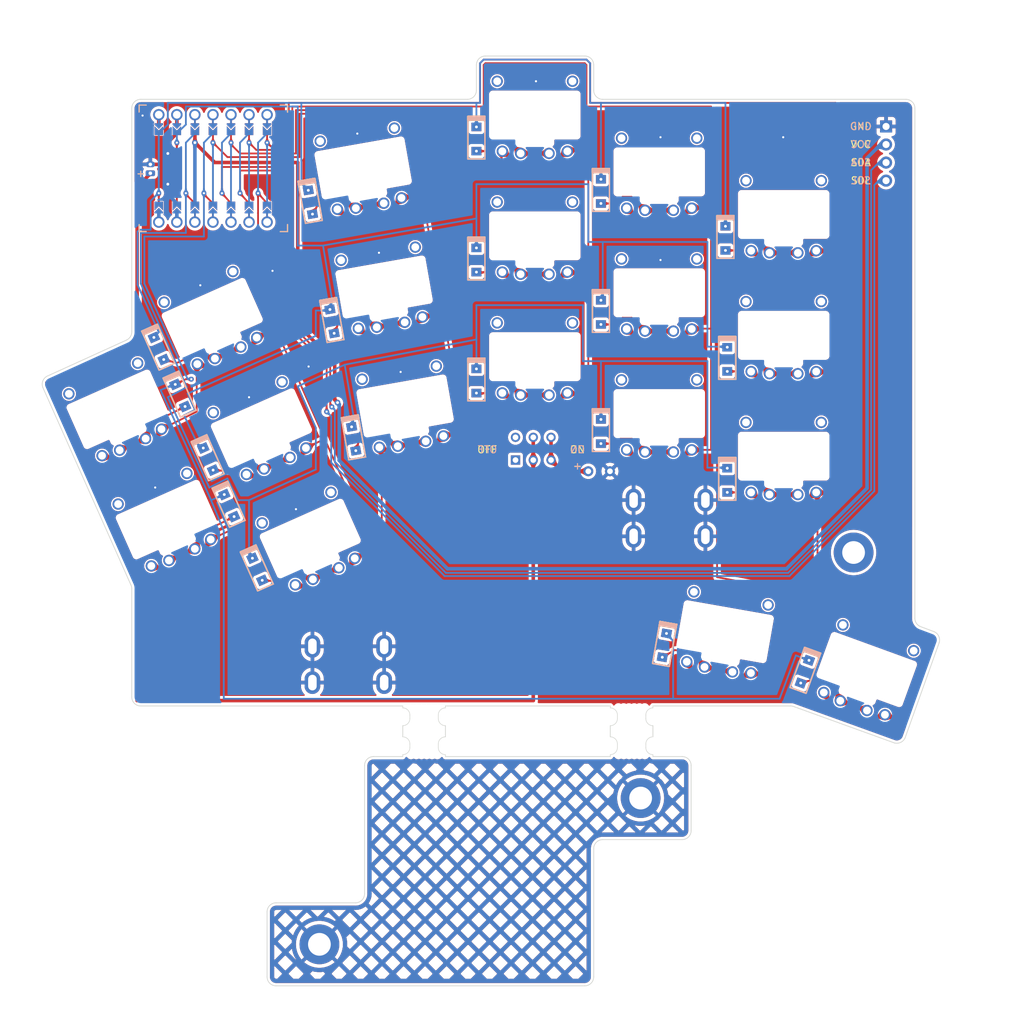
<source format=kicad_pcb>
(kicad_pcb (version 20211014) (generator pcbnew)
  (layers (0 "F.Cu" signal) (31 "B.Cu" signal) (34 "B.Paste" user) (35 "F.Paste" user) (36 "B.SilkS" user "B.Silkscreen") (37 "F.SilkS" user "F.Silkscreen") (38 "B.Mask" user) (39 "F.Mask" user) (44 "Edge.Cuts" user))
  (net 0 "")
  (net 1 "row0")
  (net 2 "Net-(D1-Pad2)")
  (net 3 "Net-(D2-Pad2)")
  (net 4 "Net-(D3-Pad2)")
  (net 5 "Net-(D4-Pad2)")
  (net 6 "Net-(D5-Pad2)")
  (net 7 "row1")
  (net 8 "Net-(D6-Pad2)")
  (net 9 "Net-(D7-Pad2)")
  (net 10 "Net-(D8-Pad2)")
  (net 11 "Net-(D9-Pad2)")
  (net 12 "Net-(D10-Pad2)")
  (net 13 "row2")
  (net 14 "Net-(D11-Pad2)")
  (net 15 "Net-(D12-Pad2)")
  (net 16 "Net-(D13-Pad2)")
  (net 17 "Net-(D14-Pad2)")
  (net 18 "Net-(D15-Pad2)")
  (net 19 "row3")
  (net 20 "Net-(D16-Pad2)")
  (net 21 "Net-(D17-Pad2)")
  (net 22 "Net-(D19-Pad2)")
  (net 23 "GND")
  (net 24 "col0")
  (net 25 "col1")
  (net 26 "col2")
  (net 27 "col3")
  (net 28 "col4")
  (net 29 "sda")
  (net 30 "sdl")
  (net 31 "VCC")
  (net 33 "Net-(D18-Pad2)")
  (net 35 "VBAT")
  (net 36 "BAT+")
  (footprint "Kailh:mousebites_2.5mm" (layer "F.Cu") (at 140.716 144.018 -90)
    (fp_text reference "REF**" hide)
    (fp_text value "mousebites 2mm" hide)
    (fp_line (start -0.270006 2.999997) (end 0 3) (layer "Edge.Cuts") (width 0.08))
    (fp_line (start -1.770003 -2) (end -1.270003 -2) (layer "Edge.Cuts") (width 0.08))
    (fp_line (start -0.270003 -3) (end 0 -3) (layer "Edge.Cuts") (width 0.08))
    (fp_line (start -1.270003 2) (end -1.770003 2) (layer "Edge.Cuts") (width 0.08))
    (fp_arc (start -2.770003 3) (mid -2.477111 2.292895) (end -1.770006 2.000003) (layer "Edge.Cuts") (width 0.08))
    (fp_arc (start -0.270003 -3) (mid -0.562895 -2.292895) (end -1.27 -2.000003) (layer "Edge.Cuts") (width 0.08))
    (fp_arc (start -1.270003 2) (mid -0.562898 2.292892) (end -0.270006 2.999997) (layer "Edge.Cuts") (width 0.08))
    (fp_arc (start -1.770003 -2) (mid -2.477108 -2.292892) (end -2.77 -2.999997) (layer "Edge.Cuts") (width 0.08))
  )
  (footprint "Kailh:battery-pad" (layer "F.Cu") (at 165.354 103.886)
    (fp_text reference "J1" hide)
    (fp_text value "Conn_01x02_Female")
  )
  (footprint "Kailh:Kailh_PG1232_reversible" (layer "F.Cu") (at 106.929601 93.635136 24)
    (fp_text reference "SW6" hide)
    (fp_text value "SW_Push_45deg" hide)
  )
  (footprint "Kailh:Kailh_PG1232_reversible" (layer "F.Cu") (at 148.056809 45.52009)
    (fp_text reference "SW3" hide)
    (fp_text value "SW_Push_45deg" hide)
  )
  (footprint "Kailh:Kailh_PG1232_reversible" (layer "F.Cu") (at 86.606168 90.992392 24)
    (fp_text reference "SW16" hide)
    (fp_text value "SW_Push_45deg" hide)
  )
  (footprint "Kailh:mousebites_2.5mm" (layer "F.Cu") (at 169.926 136.906 90)
    (fp_text reference "REF**" hide)
    (fp_text value "mousebites 2mm" hide)
    (fp_line (start -0.270003 -3) (end 0 -3) (layer "Edge.Cuts") (width 0.08))
    (fp_line (start -0.270006 2.999997) (end 0 3) (layer "Edge.Cuts") (width 0.08))
    (fp_line (start -1.270003 2) (end -1.770003 2) (layer "Edge.Cuts") (width 0.08))
    (fp_line (start -1.770003 -2) (end -1.270003 -2) (layer "Edge.Cuts") (width 0.08))
    (fp_arc (start -0.270003 -3) (mid -0.562895 -2.292895) (end -1.27 -2.000003) (layer "Edge.Cuts") (width 0.08))
    (fp_arc (start -1.270003 2) (mid -0.562898 2.292892) (end -0.270006 2.999997) (layer "Edge.Cuts") (width 0.08))
    (fp_arc (start -2.770003 3) (mid -2.477111 2.292895) (end -1.770006 2.000003) (layer "Edge.Cuts") (width 0.08))
    (fp_arc (start -1.770003 -2) (mid -2.477108 -2.292892) (end -2.77 -2.999997) (layer "Edge.Cuts") (width 0.08))
  )
  (footprint "Kailh:Diode_SOD123_THT_2" (layer "F.Cu") (at 130.81 99.314 -80)
    (fp_text reference "D12" hide)
    (fp_text value "D_Small" hide)
  )
  (footprint "Kailh:Diode_SOD123_THT_2" (layer "F.Cu") (at 165.608 98.298 -90)
    (fp_text reference "D14" hide)
    (fp_text value "D_Small" hide)
  )
  (footprint "Kailh:Diode_SOD123_THT_2" (layer "F.Cu") (at 148.082 57.15 -90)
    (fp_text reference "D3" hide)
    (fp_text value "D_Small" hide)
  )
  (footprint "Kailh:pcb7xm3" (layer "F.Cu") (at 175.26 110.49)
    (fp_text reference "H1" hide)
    (fp_text value "MountingHole_Pad")
  )
  (footprint "Kailh:Kailh_PG1232_reversible" (layer "F.Cu") (at 122.579971 54.516579 10)
    (fp_text reference "SW2" hide)
    (fp_text value "SW_Push_45deg" hide)
  )
  (footprint "Kailh:Kailh_PG1232_reversible" (layer "F.Cu") (at 183.077179 76.512691)
    (fp_text reference "SW10" hide)
    (fp_text value "SW_Push_45deg" hide)
  )
  (footprint "Kailh:Kailh_PG1232_reversible" (layer "F.Cu") (at 113.805023 109.161389 24)
    (fp_text reference "SW11" hide)
    (fp_text value "SW_Push_45deg" hide)
  )
  (footprint "Kailh:Kailh_PG1232_reversible" (layer "F.Cu") (at 165.557668 87.525277)
    (fp_text reference "SW14" hide)
    (fp_text value "SW_Push_45deg" hide)
  )
  (footprint "MountingHole:MountingHole_3.2mm_M3_DIN965_Pad" (layer "F.Cu") (at 125.984 170.434)
    (fp_text reference "H4" hide)
    (fp_text value "MountingHole_Pad")
  )
  (footprint "Kailh:Diode_SOD123_THT_2" (layer "F.Cu") (at 113.284 108.712 -66)
    (fp_text reference "D17" hide)
    (fp_text value "D_Small" hide)
  )
  (footprint "Seeeduino:Xiao THT jumper pad" (layer "F.Cu") (at 103.378 68.834 90)
    (fp_text reference "U1" hide)
    (fp_text value "xiao-ble")
  )
  (footprint "Kailh:Kailh_PG1232_reversible" (layer "F.Cu") (at 183.075766 93.511711)
    (fp_text reference "SW15" hide)
    (fp_text value "SW_Push_45deg" hide)
  )
  (footprint "Kailh:pcb7xm3" (layer "F.Cu") (at 130.048 131.064 180)
    (fp_text reference "H2" hide)
    (fp_text value "MountingHole_Pad")
  )
  (footprint "Kailh:Kailh_PG1232_reversible" (layer "F.Cu") (at 125.527291 71.265986 10)
    (fp_text reference "SW7" hide)
    (fp_text value "SW_Push_45deg" hide)
  )
  (footprint "Kailh:Diode_SOD123_THT_2" (layer "F.Cu") (at 174.539202 128.373827 -100)
    (fp_text reference "D18" hide)
    (fp_text value "D_Small" hide)
  )
  (footprint "Kailh:Diode_SOD123_THT_2" (layer "F.Cu") (at 103.378 86.614 -66)
    (fp_text reference "D1" hide)
    (fp_text value "D_Small" hide)
  )
  (footprint "Kailh:Kailh_PG1232_reversible" (layer "F.Cu") (at 93.536282 106.502096 24)
    (fp_text reference "SW17" hide)
    (fp_text value "SW_Push_45deg" hide)
  )
  (footprint "Kailh:Diode_SOD123_THT_2" (layer "F.Cu") (at 106.385237 93.219677 -66)
    (fp_text reference "D16" hide)
    (fp_text value "D_Small" hide)
  )
  (footprint "Kailh:Kailh_PG1232_reversible" (layer "F.Cu") (at 176.399294 116.896016 -10)
    (fp_text reference "SW18" hide)
    (fp_text value "SW_Push_45deg" hide)
  )
  (footprint "Kailh:Diode_SOD123_THT_2" (layer "F.Cu") (at 183.134 71.12 -90)
    (fp_text reference "D5" hide)
    (fp_text value "D_Small" hide)
  )
  (footprint "MountingHole:MountingHole_3.2mm_M3_DIN965_Pad" (layer "F.Cu") (at 201.168 115.316)
    (fp_text reference "H5" hide)
    (fp_text value "MountingHole_Pad")
  )
  (footprint "Kailh:Diode_SOD123_THT_2" (layer "F.Cu") (at 110.330294 102.169247 -66)
    (fp_text reference "D6" hide)
    (fp_text value "D_Small" hide)
  )
  (footprint "Kailh:Diode_SOD123_THT_2" (layer "F.Cu") (at 165.608 64.516 -90)
    (fp_text reference "D4" hide)
    (fp_text value "D_Small" hide)
  )
  (footprint "Kailh:Kailh_PG1232_reversible" (layer "F.Cu") (at 183.080237 59.507708)
    (fp_text reference "SW5" hide)
    (fp_text value "SW_Push_45deg" hide)
  )
  (footprint "Kailh:mousebites_2.5mm" (layer "F.Cu") (at 169.926 144.018 -90)
    (fp_text reference "REF**" hide)
    (fp_text value "mousebites 2mm" hide)
    (fp_line (start -1.270003 2) (end -1.770003 2) (layer "Edge.Cuts") (width 0.08))
    (fp_line (start -0.270006 2.999997) (end 0 3) (layer "Edge.Cuts") (width 0.08))
    (fp_line (start -0.270003 -3) (end 0 -3) (layer "Edge.Cuts") (width 0.08))
    (fp_line (start -1.770003 -2) (end -1.270003 -2) (layer "Edge.Cuts") (width 0.08))
    (fp_arc (start -1.270003 2) (mid -0.562898 2.292892) (end -0.270006 2.999997) (layer "Edge.Cuts") (width 0.08))
    (fp_arc (start -0.270003 -3) (mid -0.562895 -2.292895) (end -1.27 -2.000003) (layer "Edge.Cuts") (width 0.08))
    (fp_arc (start -2.770003 3) (mid -2.477111 2.292895) (end -1.770006 2.000003) (layer "Edge.Cuts") (width 0.08))
    (fp_arc (start -1.770003 -2) (mid -2.477108 -2.292892) (end -2.77 -2.999997) (layer "Edge.Cuts") (width 0.08))
  )
  (footprint "Kailh:Diode_SOD123_THT_2" (layer "F.Cu") (at 117.246302 117.670165 -66)
    (fp_text reference "D11" hide)
    (fp_text value "D_Small" hide)
  )
  (footprint "Kailh:Diode_SOD123_THT_2" (layer "F.Cu") (at 194.31 132.08 -110)
    (fp_text reference "D19" hide)
    (fp_text value "D_Small" hide)
  )
  (footprint "Kailh:Diode_SOD123_THT_2" (layer "F.Cu") (at 124.714 66.04 -80)
    (fp_text reference "D2" hide)
    (fp_text value "D_Small" hide)
  )
  (footprint "Kailh:Kailh_PG1232_reversible" (layer "F.Cu") (at 198.092263 121.204228 -20)
    (fp_text reference "SW19" hide)
    (fp_text value "SW_Push_45deg" hide)
  )
  (footprint "Kailh:Kailh_PG1232_reversible" (layer "F.Cu") (at 128.484584 88.001606 10)
    (fp_text reference "SW12" hide)
    (fp_text value "SW_Push_45deg" hide)
  )
  (footprint "Kailh:mousebites_2.5mm" (layer "F.Cu") (at 140.716 136.906 90)
    (fp_text reference "REF**" hide)
    (fp_text value "mousebites 2mm" hide)
    (fp_line (start -0.270003 -3) (end 0 -3) (layer "Edge.Cuts") (width 0.08))
    (fp_line (start -1.770003 -2) (end -1.270003 -2) (layer "Edge.Cuts") (width 0.08))
    (fp_line (start -1.270003 2) (end -1.770003 2) (layer "Edge.Cuts") (width 0.08))
    (fp_line (start -0.270006 2.999997) (end 0 3) (layer "Edge.Cuts") (width 0.08))
    (fp_arc (start -1.270003 2) (mid -0.562898 2.292892) (end -0.270006 2.999997) (layer "Edge.Cuts") (width 0.08))
    (fp_arc (start -2.770003 3) (mid -2.477111 2.292895) (end -1.770006 2.000003) (layer "Edge.Cuts") (width 0.08))
    (fp_arc (start -0.270003 -3) (mid -0.562895 -2.292895) (end -1.27 -2.000003) (layer "Edge.Cuts") (width 0.08))
    (fp_arc (start -1.770003 -2) (mid -2.477108 -2.292892) (end -2.77 -2.999997) (layer "Edge.Cuts") (width 0.08))
  )
  (footprint "Kailh:Diode_SOD123_THT_2" (layer "F.Cu") (at 148.082 74.168 -90)
    (fp_text reference "D8" hide)
    (fp_text value "D_Small" hide)
  )
  (footprint "Kailh:Diode_SOD123_THT_2" (layer "F.Cu") (at 183.388 88.138 -90)
    (fp_text reference "D10" hide)
    (fp_text value "D_Small" hide)
  )
  (footprint "Kailh:Diode_SOD123_THT_2" (layer "F.Cu") (at 148.082 91.186 -90)
    (fp_text reference "D13" hide)
    (fp_text value "D_Small" hide)
  )
  (footprint "Kailh:Diode_SOD123_THT_2" (layer "F.Cu") (at 183.388 105.156 -90)
    (fp_text reference "D15" hide)
    (fp_text value "D_Small" hide)
  )
  (footprint "Connector_PinHeader_2.54mm:PinHeader_1x04_P2.54mm_Vertical" (layer "F.Cu") (at 205.74 55.382)
    (fp_text reference "J3" hide)
    (fp_text value "Conn_01x04_Male")
  )
  (footprint "Kailh:Kailh_PG1232_reversible" (layer "F.Cu") (at 165.558145 53.526577)
    (fp_text reference "SW4" hide)
    (fp_text value "SW_Push_45deg" hide)
  )
  (footprint "Connector_Molex:Molex_PicoBlade_53048-0210_1x02_P1.25mm_Horizontal" (layer "F.Cu") (at 102.186 61.966 90)
    (fp_text reference "J2" hide)
    (fp_text value "Conn_01x02_Female")
  )
  (footprint "Kailh:Kailh_PG1232_reversible" (layer "F.Cu") (at 148.057147 79.517117)
    (fp_text reference "SW13" hide)
    (fp_text value "SW_Push_45deg" hide)
  )
  (footprint "Kailh:Diode_SOD123_THT_2" (layer "F.Cu") (at 165.608 81.534 -90)
    (fp_text reference "D9" hide)
    (fp_text value "D_Small" hide)
  )
  (footprint "MountingHole:MountingHole_3.2mm_M3_DIN965_Pad" (layer "F.Cu") (at 171.196 149.86)
    (fp_text reference "H3" hide)
    (fp_text value "MountingHole_Pad")
  )
  (footprint "Kailh:Kailh_PG1232_reversible" (layer "F.Cu") (at 100.011009 78.103631 24)
    (fp_text reference "SW1" hide)
    (fp_text value "SW_Push_45deg" hide)
  )
  (footprint "Button_Switch_THT:SW_MS-22D18G2ROHS" (layer "F.Cu") (at 156.083 100.711 90)
    (fp_text reference "PSW1" hide)
    (fp_text value "SW_SPDT" hide)
  )
  (footprint "Kailh:Kailh_PG1232_reversible" (layer "F.Cu") (at 165.558714 70.522615)
    (fp_text reference "SW9" hide)
    (fp_text value "SW_Push_45deg" hide)
  )
  (footprint "Kailh:Diode_SOD123_THT_2" (layer "F.Cu") (at 127.762 82.804 -80)
    (fp_text reference "D7" hide)
    (fp_text value "D_Small" hide)
  )
  (footprint "Kailh:Kailh_PG1232_reversible" (layer "F.Cu") (at 148.054681 62.517604)
    (fp_text reference "SW8" hide)
    (fp_text value "SW_Push_45deg" hide)
  )
  (gr_arc (start 99.568 52.832) (mid 99.939974 51.933974) (end 100.838 51.562) (layer "Edge.Cuts") (width 0.1))
  (gr_line (start 164.592 156.972) (end 164.592 175.006) (layer "Edge.Cuts") (width 0.1))
  (gr_line (start 100.838 51.562) (end 146.812 51.562) (layer "Edge.Cuts") (width 0.1))
  (gr_arc (start 118.618 165.862) (mid 118.989974 164.963974) (end 119.888 164.592) (layer "Edge.Cuts") (width 0.1))
  (gr_line (start 99.568 120.396) (end 99.568 135.636) (layer "Edge.Cuts") (width 0.1))
  (gr_line (start 143.716 136.906) (end 166.926 136.906) (layer "Edge.Cuts") (width 0.1))
  (gr_arc (start 164.592 175.006) (mid 164.220026 175.904026) (end 163.322 176.276) (layer "Edge.Cuts") (width 0.1))
  (gr_line (start 165.862 51.562) (end 208.534 51.562) (layer "Edge.Cuts") (width 0.1))
  (gr_line (start 172.926 144.018) (end 177.038 144.018) (layer "Edge.Cuts") (width 0.1))
  (gr_line (start 172.926 136.906) (end 192.313023 136.90699) (layer "Edge.Cuts") (width 0.1))
  (gr_line (start 209.79455 124.56206) (end 209.804 52.832) (layer "Edge.Cuts") (width 0.1))
  (gr_arc (start 87.055491 92.102386) (mid 87.071103 91.138357) (end 87.758531 90.46231) (layer "Edge.Cuts") (width 0.1))
  (gr_line (start 98.811937 85.439268) (end 87.758531 90.46231) (layer "Edge.Cuts") (width 0.1))
  (gr_line (start 210.566 125.73) (end 212.524882 126.461311) (layer "Edge.Cuts") (width 0.1))
  (gr_line (start 143.716 139.676003) (end 143.715997 141.248) (layer "Edge.Cuts") (width 0.1))
  (gr_line (start 172.926 139.676003) (end 172.925997 141.248) (layer "Edge.Cuts") (width 0.1))
  (gr_arc (start 177.038 144.018) (mid 177.936026 144.389974) (end 178.308 145.288) (layer "Edge.Cuts") (width 0.1))
  (gr_line (start 137.716 144.018) (end 133.604 144.018) (layer "Edge.Cuts") (width 0.1))
  (gr_arc (start 132.334 145.288) (mid 132.705974 144.389974) (end 133.604 144.018) (layer "Edge.Cuts") (width 0.1))
  (gr_arc (start 212.524882 126.461311) (mid 213.161829 127.098302) (end 213.217273 127.997404) (layer "Edge.Cuts") (width 0.1))
  (gr_arc (start 99.436366 119.846694) (mid 99.536154 120.113311) (end 99.568 120.396) (layer "Edge.Cuts") (width 0.1))
  (gr_line (start 99.568 52.832) (end 99.569512 84.277236) (layer "Edge.Cuts") (width 0.1))
  (gr_arc (start 208.534 51.562) (mid 209.432026 51.933974) (end 209.804 52.832) (layer "Edge.Cuts") (width 0.1))
  (gr_arc (start 132.334 163.322) (mid 131.962026 164.220026) (end 131.064 164.592) (layer "Edge.Cuts") (width 0.1))
  (gr_line (start 192.821833 137.013369) (end 206.899125 142.101034) (layer "Edge.Cuts") (width 0.1))
  (gr_line (start 87.055491 92.102386) (end 99.436366 119.846694) (layer "Edge.Cuts") (width 0.1))
  (gr_line (start 208.407509 141.419971) (end 213.217273 127.997404) (layer "Edge.Cuts") (width 0.1))
  (gr_arc (start 208.407509 141.419971) (mid 207.777901 142.036425) (end 206.899125 142.101034) (layer "Edge.Cuts") (width 0.1))
  (gr_arc (start 119.888 176.276) (mid 118.989974 175.904026) (end 118.618 175.006) (layer "Edge.Cuts") (width 0.1))
  (gr_line (start 166.926003 139.676) (end 166.926 141.247997) (layer "Edge.Cuts") (width 0.1))
  (gr_line (start 119.888 164.592) (end 131.064 164.592) (layer "Edge.Cuts") (width 0.1))
  (gr_arc (start 192.313023 136.90699) (mid 192.572929 136.933869) (end 192.821833 137.013369) (layer "Edge.Cuts") (width 0.1))
  (gr_arc (start 163.322 45.466) (mid 164.220026 45.837974) (end 164.592 46.736) (layer "Edge.Cuts") (width 0.1))
  (gr_arc (start 148.082 46.736) (mid 148.453974 45.837974) (end 149.352 45.466) (layer "Edge.Cuts") (width 0.1))
  (gr_arc (start 164.592 156.972) (mid 164.963974 156.073974) (end 165.862 155.702) (layer "Edge.Cuts") (width 0.1))
  (gr_arc (start 99.569512 84.277236) (mid 99.363392 84.970821) (end 98.811937 85.439268) (layer "Edge.Cuts") (width 0.1))
  (gr_line (start 164.592 46.736) (end 164.592 50.292) (layer "Edge.Cuts") (width 0.1))
  (gr_line (start 163.322 176.276) (end 119.888 176.276) (layer "Edge.Cuts") (width 0.1))
  (gr_line (start 163.322 45.466) (end 149.352 45.466) (layer "Edge.Cuts") (width 0.1))
  (gr_arc (start 100.838 136.906) (mid 99.939974 136.534026) (end 99.568 135.636) (layer "Edge.Cuts") (width 0.1))
  (gr_arc (start 165.862 51.562) (mid 164.963974 51.190026) (end 164.592 50.292) (layer "Edge.Cuts") (width 0.1))
  (gr_line (start 137.716003 139.676) (end 137.716 141.247997) (layer "Edge.Cuts") (width 0.1))
  (gr_line (start 177.038 155.702) (end 165.862 155.702) (layer "Edge.Cuts") (width 0.1))
  (gr_arc (start 178.308 154.432) (mid 177.936026 155.330026) (end 177.038 155.702) (layer "Edge.Cuts") (width 0.1))
  (gr_line (start 132.334 163.322) (end 132.334 145.288) (layer "Edge.Cuts") (width 0.1))
  (gr_arc (start 210.566 125.73) (mid 210.004822 125.261921) (end 209.79455 124.56206) (layer "Edge.Cuts") (width 0.1))
  (gr_line (start 148.082 46.736) (end 148.082 50.292) (layer "Edge.Cuts") (width 0.1))
  (gr_arc (start 148.082 50.292) (mid 147.710026 51.190026) (end 146.812 51.562) (layer "Edge.Cuts") (width 0.1))
  (gr_line (start 178.308 145.288) (end 178.308 154.432) (layer "Edge.Cuts") (width 0.1))
  (gr_line (start 166.926 144.018) (end 143.716 144.018) (layer "Edge.Cuts") (width 0.1))
  (gr_line (start 118.618 175.006) (end 118.618 165.862) (layer "Edge.Cuts") (width 0.1))
  (gr_line (start 100.838 136.906) (end 137.716 136.906) (layer "Edge.Cuts") (width 0.1))
  (gr_text "VCC\n" (at 202.184 57.912) (layer "B.SilkS") (effects (font (size 1 1)) (justify mirror)))
  (gr_text "ON" (at 162.306 100.838) (layer "B.SilkS") (effects (font (size 1 1)) (justify mirror)))
  (gr_text "GND" (at 202.184 55.372) (layer "B.SilkS") (effects (font (size 1 1)) (justify mirror)))
  (gr_text "OFF" (at 149.606 100.838) (layer "B.SilkS") (effects (font (size 1 1)) (justify mirror)))
  (gr_text "+" (at 100.838 61.976) (layer "B.SilkS") (effects (font (size 1 1)) (justify mirror)))
  (gr_text "SDL\n" (at 202.184 62.992) (layer "B.SilkS") (effects (font (size 1 1)) (justify mirror)))
  (gr_text "SDA" (at 202.184 60.452) (layer "B.SilkS") (effects (font (size 1 1)) (justify mirror)))
  (gr_text "+" (at 162.306 103.124) (layer "B.SilkS") (effects (font (size 1 1))))
  (gr_text "SDL\n" (at 202.184 62.992) (layer "F.SilkS") (effects (font (size 1 1))))
  (gr_text "VCC\n" (at 202.184 57.912) (layer "F.SilkS") (effects (font (size 1 1))))
  (gr_text "OFF" (at 149.606 100.838) (layer "F.SilkS") (effects (font (size 1 1))))
  (gr_text "GND" (at 202.184 55.372) (layer "F.SilkS") (effects (font (size 1 1))))
  (gr_text "+" (at 100.838 61.976) (layer "F.SilkS") (effects (font (size 1 1))))
  (gr_text "SDA" (at 202.184 60.452) (layer "F.SilkS") (effects (font (size 1 1))))
  (gr_text "+" (at 162.306 103.124) (layer "F.SilkS") (effects (font (size 1 1))))
  (gr_text "ON" (at 162.306 100.838) (layer "F.SilkS") (effects (font (size 1 1))))
  (segment (start 103.378 64.77) (end 103.378 66.2028) (width 0.25) (layer "F.Cu") (net 1))
  (via (at 103.378 64.77) (size 0.7) (drill 0.3) (layers "F.Cu" "B.Cu") (net 1))
  (segment (start 102.686548 85.060973) (end 103.378 84.328) (width 0.25) (layer "B.Cu") (net 1))
  (segment (start 100.388 77.655) (end 100.388 70.171604) (width 0.25) (layer "B.Cu") (net 1))
  (segment (start 103.378 64.77) (end 103.378 56.3476) (width 0.25) (layer "B.Cu") (net 1))
  (segment (start 165.608 52.07) (end 164.084 52.07) (width 0.25) (layer "B.Cu") (net 1))
  (segment (start 100.651604 69.908) (end 102.235 69.908) (width 0.25) (layer "B.Cu") (net 1))
  (segment (start 124.206 52.07) (end 104.648 52.07) (width 0.25) (layer "B.Cu") (net 1))
  (segment (start 183.134 52.07) (end 165.608 52.07) (width 0.25) (layer "B.Cu") (net 1))
  (segment (start 104.648 55.118) (end 103.378 56.3476) (width 0.25) (layer "B.Cu") (net 1))
  (segment (start 148.59 52.07) (end 148.082 52.07) (width 0.25) (layer "B.Cu") (net 1))
  (segment (start 104.648 52.07) (end 104.648 55.118) (width 0.25) (layer "B.Cu") (net 1))
  (segment (start 100.388 70.171604) (end 100.651604 69.908) (width 0.25) (layer "B.Cu") (net 1))
  (segment (start 102.235 65.8495) (end 103.378 64.7065) (width 0.25) (layer "B.Cu") (net 1))
  (segment (start 164.084 46.482) (end 163.576 45.974) (width 0.25) (layer "B.Cu") (net 1))
  (segment (start 149.098 45.974) (end 148.59 46.482) (width 0.25) (layer "B.Cu") (net 1))
  (segment (start 102.235 69.908) (end 102.235 65.8495) (width 0.25) (layer "B.Cu") (net 1))
  (segment (start 165.608 62.816) (end 165.608 52.07) (width 0.25) (layer "B.Cu") (net 1))
  (segment (start 148.082 55.45) (end 148.082 52.07) (width 0.25) (layer "B.Cu") (net 1))
  (segment (start 164.084 52.07) (end 164.084 46.482) (width 0.25) (layer "B.Cu") (net 1))
  (segment (start 183.134 69.42) (end 183.134 52.07) (width 0.25) (layer "B.Cu") (net 1))
  (segment (start 123.444 63.391029) (end 123.444 52.07) (width 0.25) (layer "B.Cu") (net 1))
  (segment (start 148.59 46.482) (end 148.59 52.07) (width 0.25) (layer "B.Cu") (net 1))
  (segment (start 163.576 45.974) (end 149.098 45.974) (width 0.25) (layer "B.Cu") (net 1))
  (segment (start 148.082 52.07) (end 124.206 52.07) (width 0.25) (layer "B.Cu") (net 1))
  (segment (start 124.418798 64.365827) (end 123.444 63.391029) (width 0.25) (layer "B.Cu") (net 1))
  (segment (start 103.378 64.7065) (end 103.378 56.3476) (width 0.25) (layer "B.Cu") (net 1))
  (segment (start 103.378 84.328) (end 100.388 77.655) (width 0.25) (layer "B.Cu") (net 1))
  (segment locked (start 111.272623 88.031422) (end 114.926805 86.404476) (width 0.25) (layer "F.Cu") (net 2))
  (segment (start 108.712 87.376) (end 105.918 88.646) (width 0.25) (layer "F.Cu") (net 2))
  (segment (start 111.272623 88.031422) (end 108.712 87.376) (width 0.25) (layer "F.Cu") (net 2))
  (segment (start 105.918 88.646) (end 104.069452 88.167027) (width 0.25) (layer "F.Cu") (net 2))
  (segment locked (start 131.105317 66.873904) (end 135.044548 66.179311) (width 0.25) (layer "F.Cu") (net 3))
  (segment (start 128.778 65.532) (end 125.984 66.04) (width 0.25) (layer "F.Cu") (net 3))
  (segment (start 125.984 66.04) (end 125.009202 67.714173) (width 0.25) (layer "F.Cu") (net 3))
  (segment (start 131.105317 66.873904) (end 128.778 65.532) (width 0.25) (layer "F.Cu") (net 3))
  (segment (start 154.306809 59.17009) (end 152.654 57.404) (width 0.25) (layer "F.Cu") (net 4))
  (segment (start 149.684 58.85) (end 148.082 58.85) (width 0.25) (layer "F.Cu") (net 4))
  (segment (start 152.654 57.404) (end 151.13 57.404) (width 0.25) (layer "F.Cu") (net 4))
  (segment locked (start 154.306809 59.17009) (end 158.306809 59.17009) (width 0.25) (layer "F.Cu") (net 4))
  (segment (start 151.13 57.404) (end 149.684 58.85) (width 0.25) (layer "F.Cu") (net 4))
  (segment (start 171.808145 67.176577) (end 169.909568 65.278) (width 0.25) (layer "F.Cu") (net 5))
  (segment (start 169.909568 65.278) (end 168.656 65.278) (width 0.25) (layer "F.Cu") (net 5))
  (segment (start 168.656 65.278) (end 167.718 66.216) (width 0.25) (layer "F.Cu") (net 5))
  (segment (start 167.718 66.216) (end 165.608 66.216) (width 0.25) (layer "F.Cu") (net 5))
  (segment locked (start 171.808145 67.176577) (end 175.808145 67.176577) (width 0.25) (layer "F.Cu") (net 5))
  (segment (start 189.330237 73.157708) (end 187.706 71.374) (width 0.25) (layer "F.Cu") (net 6))
  (segment (start 184.482 72.82) (end 183.134 72.82) (width 0.25) (layer "F.Cu") (net 6))
  (segment locked (start 193.330237 73.157708) (end 189.330237 73.157708) (width 0.25) (layer "F.Cu") (net 6))
  (segment (start 187.706 71.374) (end 185.928 71.374) (width 0.25) (layer "F.Cu") (net 6))
  (segment (start 185.928 71.374) (end 184.482 72.82) (width 0.25) (layer "F.Cu") (net 6))
  (segment (start 105.918 66.2028) (end 105.918 57.658) (width 0.25) (layer "F.Cu") (net 7))
  (via (at 105.918 57.658) (size 0.7) (drill 0.3) (layers "F.Cu" "B.Cu") (net 7))
  (segment (start 165.862 79.834) (end 165.862 71.628) (width 0.25) (layer "B.Cu") (net 7))
  (segment (start 106.934 96.012) (end 108.458 95.25) (width 0.25) (layer "B.Cu") (net 7))
  (segment (start 148.082 68.326) (end 148.082 72.468) (width 0.25) (layer "B.Cu") (net 7))
  (segment (start 108.458 95.25) (end 107.442 92.964) (width 0.25) (layer "B.Cu") (net 7))
  (segment (start 127.762 79.756) (end 127.466798 81.129827) (width 0.25) (layer "B.Cu") (net 7))
  (segment (start 126.492 81.28) (end 127.466798 81.129827) (width 0.25) (layer "B.Cu") (net 7))
  (segment (start 107.442 92.964) (end 125.476 84.836) (width 0.25) (layer "B.Cu") (net 7))
  (segment (start 125.476 81.28) (end 126.492 81.28) (width 0.25) (layer "B.Cu") (net 7))
  (segment (start 107.188 52.578) (end 107.188 55.118) (width 0.25) (layer "B.Cu") (net 7))
  (segment (start 122.936 72.136) (end 122.936 52.578) (width 0.25) (layer "B.Cu") (net 7))
  (segment (start 107.188 55.118) (end 105.918 56.3476) (width 0.25) (layer "B.Cu") (net 7))
  (segment (start 125.476 84.836) (end 125.476 81.28) (width 0.25) (layer "B.Cu") (net 7))
  (segment (start 180.594 86.36) (end 180.594 71.628) (width 0.25) (layer "B.Cu") (net 7))
  (segment (start 105.918 57.658) (end 105.918 56.3476) (width 0.25) (layer "B.Cu") (net 7))
  (segment (start 182.88 86.36) (end 180.594 86.36) (width 0.25) (layer "B.Cu") (net 7))
  (segment (start 109.638842 100.61622) (end 108.966 100.33) (width 0.25) (layer "B.Cu") (net 7))
  (segment (start 180.594 71.628) (end 165.862 71.628) (width 0.25) (layer "B.Cu") (net 7))
  (segment (start 163.83 71.628) (end 163.83 63.5) (width 0.25) (layer "B.Cu") (net 7))
  (segment (start 126.492 72.136) (end 148.082 68.326) (width 0.25) (layer "B.Cu") (net 7))
  (segment (start 122.936 52.578) (end 107.188 52.578) (width 0.25) (layer "B.Cu") (net 7))
  (segment (start 126.492 72.136) (end 122.936 72.136) (width 0.25) (layer "B.Cu") (net 7))
  (segment (start 126.492 72.136) (end 127.762 79.756) (width 0.25) (layer "B.Cu") (net 7))
  (segment (start 163.83 63.5) (end 148.082 63.5) (width 0.25) (layer "B.Cu") (net 7))
  (segment (start 108.966 100.33) (end 106.934 96.012) (width 0.25) (layer "B.Cu") (net 7))
  (segment (start 165.862 71.628) (end 163.83 71.628) (width 0.25) (layer "B.Cu") (net 7))
  (segment (start 183.388 86.438) (end 182.88 86.36) (width 0.25) (layer "B.Cu") (net 7))
  (segment (start 148.082 63.5) (end 148.082 68.326) (width 0.25) (layer "B.Cu") (net 7))
  (segment locked (start 118.191215 103.562927) (end 121.845397 101.935981) (width 0.25) (layer "F.Cu") (net 8))
  (segment (start 113.284 103.886) (end 111.021746 103.722274) (width 0.25) (layer "F.Cu") (net 8))
  (segment (start 115.57 102.87) (end 113.284 103.886) (width 0.25) (layer "F.Cu") (net 8))
  (segment (start 118.191215 103.562927) (end 115.57 102.87) (width 0.25) (layer "F.Cu") (net 8))
  (segment (start 134.052637 83.623311) (end 132.08 82.296) (width 0.25) (layer "F.Cu") (net 9))
  (segment (start 128.778 82.804) (end 128.057202 84.478173) (width 0.25) (layer "F.Cu") (net 9))
  (segment locked (start 134.052637 83.623311) (end 137.991868 82.928718) (width 0.25) (layer "F.Cu") (net 9))
  (segment (start 132.08 82.296) (end 128.778 82.804) (width 0.25) (layer "F.Cu") (net 9))
  (segment (start 150.622 74.422) (end 149.176 75.868) (width 0.25) (layer "F.Cu") (net 10))
  (segment (start 154.304681 76.167604) (end 152.654 74.422) (width 0.25) (layer "F.Cu") (net 10))
  (segment locked (start 154.304681 76.167604) (end 158.304681 76.167604) (width 0.25) (layer "F.Cu") (net 10))
  (segment (start 152.654 74.422) (end 150.622 74.422) (width 0.25) (layer "F.Cu") (net 10))
  (segment (start 149.176 75.868) (end 148.082 75.868) (width 0.25) (layer "F.Cu") (net 10))
  (segment locked (start 171.808714 84.172615) (end 175.808714 84.172615) (width 0.25) (layer "F.Cu") (net 11))
  (segment (start 169.932099 82.296) (end 168.656 82.296) (width 0.25) (layer "F.Cu") (net 11))
  (segment (start 167.718 83.234) (end 165.862 83.234) (width 0.25) (layer "F.Cu") (net 11))
  (segment (start 171.808714 84.172615) (end 169.932099 82.296) (width 0.25) (layer "F.Cu") (net 11))
  (segment (start 168.656 82.296) (end 167.718 83.234) (width 0.25) (layer "F.Cu") (net 11))
  (segment locked (start 193.327179 90.162691) (end 189.327179 90.162691) (width 0.25) (layer "F.Cu") (net 12))
  (segment (start 186.182 88.392) (end 184.736 89.838) (width 0.25) (layer "F.Cu") (net 12))
  (segment (start 187.706 88.392) (end 186.182 88.392) (width 0.25) (layer "F.Cu") (net 12))
  (segment (start 189.327179 90.162691) (end 187.706 88.392) (width 0.25) (layer "F.Cu") (net 12))
  (segment (start 184.736 89.838) (end 183.388 89.838) (width 0.25) (layer "F.Cu") (net 12))
  (segment (start 107.188 64.77) (end 107.188 64.9328) (width 0.25) (layer "F.Cu") (net 13))
  (segment (start 107.188 64.9328) (end 108.458 66.2028) (width 0.25) (layer "F.Cu") (net 13))
  (via (at 107.188 64.77) (size 0.7) (drill 0.3) (layers "F.Cu" "B.Cu") (net 13))
  (segment (start 183.388 103.456) (end 182.88 103.378) (width 0.25) (layer "B.Cu") (net 13))
  (segment (start 125.476 103.632) (end 125.477351 103.630649) (width 0.25) (layer "B.Cu") (net 13))
  (segment (start 165.608 88.392) (end 163.068 88.392) (width 0.25) (layer "B.Cu") (net 13))
  (segment (start 104.648 93.472) (end 110.49 106.172) (width 0.25) (layer "B.Cu") (net 13))
  (segment (start 107.188 70.358) (end 107.188 64.77) (width 0.25) (layer "B.Cu") (net 13))
  (segment (start 107.188 64.77) (end 107.188 57.658) (width 0.25) (layer "B.Cu") (net 13))
  (segment (start 107.324769 92.065231) (end 100.838 77.47) (width 0.25) (layer "B.Cu") (net 13))
  (segment (start 129.54 88.9) (end 130.81 96.266) (width 0.25) (layer "B.Cu") (net 13))
  (segment (start 130.81 96.266) (end 130.514798 97.639827) (width 0.25) (layer "B.Cu") (net 13))
  (segment (start 129.54 88.9) (end 148.082 85.344) (width 0.25) (layer "B.Cu") (net 13))
  (segment (start 182.88 103.378) (end 180.594 103.378) (width 0.25) (layer "B.Cu") (net 13))
  (segment (start 125.477351 97.788649) (end 122.936 91.948) (width 0.25) (layer "B.Cu") (net 13))
  (segment (start 163.068 88.392) (end 163.068 80.518) (width 0.25) (layer "B.Cu") (net 13))
  (segment (start 180.594 103.378) (end 180.594 88.392) (width 0.25) (layer "B.Cu") (net 13))
  (segment (start 113.03 104.902) (end 110.49 106.172) (width 0.25) (layer "B.Cu") (net 13))
  (segment (start 116.078 115.062) (end 116.078 107.95) (width 0.25) (layer "B.Cu") (net 13))
  (segment (start 163.068 80.518) (end 148.082 80.518) (width 0.25) (layer "B.Cu") (net 13))
  (segment (start 116.55485 116.117138) (end 116.078 115.062) (width 0.25) (layer "B.Cu") (net 13))
  (segment (start 100.838 70.358) (end 107.188 70.358) (width 0.25) (layer "B.Cu") (net 13))
  (segment (start 100.838 77.47) (end 100.838 70.358) (width 0.25) (layer "B.Cu") (net 13))
  (segment (start 180.594 88.392) (end 165.608 88.392) (width 0.25) (layer "B.Cu") (net 13))
  (segment (start 116.078 107.95) (end 125.476 103.632) (width 0.25) (layer "B.Cu") (net 13))
  (segment (start 107.324769 92.065231) (end 104.648 93.472) (width 0.25) (layer "B.Cu") (net 13))
  (segment (start 122.936 91.948) (end 129.54 88.9) (width 0.25) (layer "B.Cu") (net 13))
  (segment (start 107.188 57.658) (end 108.458 56.3476) (width 0.25) (layer "B.Cu") (net 13))
  (segment (start 165.608 96.598) (end 165.608 88.392) (width 0.25) (layer "B.Cu") (net 13))
  (segment (start 148.082 80.518) (end 148.082 85.344) (width 0.25) (layer "B.Cu") (net 13))
  (segment (start 114.554 107.95) (end 114.046 106.934) (width 0.25) (layer "B.Cu") (net 13))
  (segment (start 125.477351 103.630649) (end 125.477351 97.788649) (width 0.25) (layer "B.Cu") (net 13))
  (segment (start 114.046 106.934) (end 113.03 104.902) (width 0.25) (layer "B.Cu") (net 13))
  (segment (start 148.082 89.486) (end 148.082 85.344) (width 0.25) (layer "B.Cu") (net 13))
  (segment (start 116.078 107.95) (end 114.554 107.95) (width 0.25) (layer "B.Cu") (net 13))
  (segment locked (start 125.066637 119.08918) (end 128.720819 117.462234) (width 0.25) (layer "F.Cu") (net 14))
  (segment (start 122.428 118.364) (end 120.142 119.38) (width 0.25) (layer "F.Cu") (net 14))
  (segment (start 125.066637 119.08918) (end 122.428 118.364) (width 0.25) (layer "F.Cu") (net 14))
  (segment (start 120.142 119.38) (end 117.937754 119.223192) (width 0.25) (layer "F.Cu") (net 14))
  (segment locked (start 140.949161 99.664338) (end 137.00993 100.358931) (width 0.25) (layer "F.Cu") (net 15))
  (segment (start 134.62 99.06) (end 131.572 99.568) (width 0.25) (layer "F.Cu") (net 15))
  (segment (start 137.00993 100.358931) (end 134.62 99.06) (width 0.25) (layer "F.Cu") (net 15))
  (segment (start 131.572 99.568) (end 131.105202 100.988173) (width 0.25) (layer "F.Cu") (net 15))
  (segment (start 154.307147 93.167117) (end 152.654 91.44) (width 0.25) (layer "F.Cu") (net 16))
  (segment (start 152.654 91.44) (end 150.622 91.44) (width 0.25) (layer "F.Cu") (net 16))
  (segment locked (start 154.307147 93.167117) (end 158.307147 93.167117) (width 0.25) (layer "F.Cu") (net 16))
  (segment (start 149.176 92.886) (end 148.082 92.886) (width 0.25) (layer "F.Cu") (net 16))
  (segment (start 150.622 91.44) (end 149.176 92.886) (width 0.25) (layer "F.Cu") (net 16))
  (segment (start 167.679 99.998) (end 165.608 99.998) (width 0.25) (layer "F.Cu") (net 17))
  (segment (start 171.807668 101.175277) (end 169.946391 99.314) (width 0.25) (layer "F.Cu") (net 17))
  (segment (start 168.363 99.314) (end 167.679 99.998) (width 0.25) (layer "F.Cu") (net 17))
  (segment locked (start 171.807668 101.175277) (end 175.807668 101.175277) (width 0.25) (layer "F.Cu") (net 17))
  (segment (start 169.946391 99.314) (end 168.363 99.314) (width 0.25) (layer "F.Cu") (net 17))
  (segment (start 184.736 106.856) (end 183.388 106.856) (width 0.25) (layer "F.Cu") (net 18))
  (segment (start 187.96 105.41) (end 186.182 105.41) (width 0.25) (layer "F.Cu") (net 18))
  (segment (start 186.182 105.41) (end 184.736 106.856) (width 0.25) (layer "F.Cu") (net 18))
  (segment (start 189.325766 107.161711) (end 187.96 105.41) (width 0.25) (layer "F.Cu") (net 18))
  (segment locked (start 189.325766 107.161711) (end 193.325766 107.161711) (width 0.25) (layer "F.Cu") (net 18))
  (segment (start 107.95 90.932) (end 107.188 90.932) (width 0.25) (layer "F.Cu") (net 19))
  (segment (start 109.728 64.9328) (end 110.998 66.2028) (width 0.25) (layer "F.Cu") (net 19))
  (segment (start 109.728 64.77) (end 109.728 64.9328) (width 0.25) (layer "F.Cu") (net 19))
  (segment (start 107.188 90.932) (end 105.693785 91.66665) (width 0.25) (layer "F.Cu") (net 19))
  (via (at 109.728 64.77) (size 0.7) (drill 0.3) (layers "F.Cu" "B.Cu") (net 19))
  (via (at 107.95 90.932) (size 0.7) (drill 0.3) (layers "F.Cu" "B.Cu") (net 19))
  (segment (start 110.744 107.95) (end 110.66409 107.77591) (width 0.25) (layer "B.Cu") (net 19))
  (segment (start 175.768 135.89) (end 175.768 127.762) (width 0.25) (layer "B.Cu") (net 19))
  (segment (start 112.522 112.268) (end 110.66409 107.77591) (width 0.25) (layer "B.Cu") (net 19))
  (segment (start 107.442 90.932) (end 107.95 90.932) (width 0.25) (layer "B.Cu") (net 19))
  (segment (start 175.768 127.762) (end 174.834404 126.699654) (width 0.25) (layer "B.Cu") (net 19))
  (segment (start 190.754 135.89) (end 175.768 135.89) (width 0.25) (layer "B.Cu") (net 19))
  (segment (start 104.902 91.948) (end 105.651629 91.681629) (width 0.25) (layer "B.Cu") (net 19))
  (segment (start 101.346 77.47) (end 107.442 90.932) (width 0.25) (layer "B.Cu") (net 19))
  (segment (start 110.66409 107.77591) (end 103.632 92.456) (width 0.25) (layer "B.Cu") (net 19))
  (segment (start 194.891434 130.482523) (end 193.04 129.794) (width 0.25) (layer "B.Cu") (net 19))
  (segment (start 109.728 64.77) (end 109.728 70.866) (width 0.25) (layer "B.Cu") (net 19))
  (segment (start 109.728 57.658) (end 110.998 56.3476) (width 0.25) (layer "B.Cu") (net 19))
  (segment (start 112.522 135.89) (end 112.522 112.268) (width 0.25) (layer "B.Cu") (net 19))
  (segment (start 193.04 129.794) (end 190.754 135.89) (width 0.25) (layer "B.Cu") (net 19))
  (segment (start 101.346 70.866) (end 101.346 77.47) (width 0.25) (layer "B.Cu") (net 19))
  (segment (start 175.768 135.89) (end 112.522 135.89) (width 0.25) (layer "B.Cu") (net 19))
  (segment (start 103.632 92.456) (end 104.902 91.948) (width 0.25) (layer "B.Cu") (net 19))
  (segment (start 105.651629 91.681629) (end 105.693785 91.66665) (width 0.25) (layer "B.Cu") (net 19))
  (segment (start 109.728 70.866) (end 101.346 70.866) (width 0.25) (layer "B.Cu") (net 19))
  (segment (start 109.728 64.77) (end 109.728 57.658) (width 0.25) (layer "B.Cu") (net 19))
  (segment (start 112.592548 107.158973) (end 110.744 107.95) (width 0.25) (layer "B.Cu") (net 19))
  (segment (start 101.521964 99.293237) (end 102.362 97.028) (width 0.25) (layer "F.Cu") (net 20))
  (segment (start 105.156 95.758) (end 107.076689 94.772704) (width 0.25) (layer "F.Cu") (net 20))
  (segment locked (start 97.867782 100.920183) (end 101.521964 99.293237) (width 0.25) (layer "F.Cu") (net 20))
  (segment (start 102.362 97.028) (end 105.156 95.758) (width 0.25) (layer "F.Cu") (net 20))
  (segment locked (start 104.797896 116.429887) (end 108.452078 114.802941) (width 0.25) (layer "F.Cu") (net 21))
  (segment (start 108.452078 114.802941) (end 109.728 112.268) (width 0.25) (layer "F.Cu") (net 21))
  (segment (start 112.014 111.252) (end 113.975452 110.265027) (width 0.25) (layer "F.Cu") (net 21))
  (segment (start 109.728 112.268) (end 112.014 111.252) (width 0.25) (layer "F.Cu") (net 21))
  (segment locked (start 199.296767 136.168658) (end 203.055537 137.536739) (width 0.25) (layer "F.Cu") (net 22))
  (segment (start 195.834 133.096) (end 193.728566 133.677477) (width 0.25) (layer "F.Cu") (net 22))
  (segment (start 199.296767 136.168658) (end 198.374 134.112) (width 0.25) (layer "F.Cu") (net 22))
  (segment (start 198.374 134.112) (end 195.834 133.096) (width 0.25) (layer "F.Cu") (net 22))
  (segment (start 104.648 59.182) (end 104.648 57.6176) (width 0.5) (layer "F.Cu") (net 23))
  (segment (start 104.648 57.6176) (end 105.918 56.3476) (width 0.5) (layer "F.Cu") (net 23))
  (via (at 191.262 56.896) (size 0.7) (drill 0.3) (layers "F.Cu" "B.Cu") (net 23))
  (via (at 173.99 74.168) (size 0.7) (drill 0.3) (layers "F.Cu" "B.Cu") (net 23))
  (via (at 122.682 109.22) (size 0.7) (drill 0.3) (layers "F.Cu" "B.Cu") (net 23))
  (via (at 104.648 63.5) (size 0.8) (drill 0.4) (layers "F.Cu" "B.Cu") (net 23))
  (via (at 134.366 73.152) (size 0.7) (drill 0.3) (layers "F.Cu" "B.Cu") (net 23))
  (via (at 124.46 89.154) (size 0.7) (drill 0.3) (layers "F.Cu" "B.Cu") (net 23))
  (via (at 116.078 93.472) (size 0.7) (drill 0.3) (layers "F.Cu" "B.Cu") (net 23))
  (via (at 109.22 77.724) (size 0.7) (drill 0.3) (layers "F.Cu" "B.Cu") (net 23))
  (via (at 102.87 106.172) (size 0.7) (drill 0.3) (layers "F.Cu" "B.Cu") (net 23))
  (via (at 131.318 56.388) (size 0.7) (drill 0.3) (layers "F.Cu" "B.Cu") (net 23))
  (via (at 119.38 75.692) (size 0.7) (drill 0.3) (layers "F.Cu" "B.Cu") (net 23))
  (via (at 104.648 59.182) (size 0.8) (drill 0.4) (layers "F.Cu" "B.Cu") (net 23))
  (via (at 137.414 89.916) (size 0.7) (drill 0.3) (layers "F.Cu" "B.Cu") (net 23))
  (via (at 156.464 49.022) (size 0.7) (drill 0.3) (layers "F.Cu" "B.Cu") (net 23))
  (via (at 101.092 53.848) (size 0.7) (drill 0.3) (layers "F.Cu" "B.Cu") (net 23))
  (via (at 173.99 56.896) (size 0.7) (drill 0.3) (layers "F.Cu" "B.Cu") (net 23))
  (segment (start 104.648 63.5) (end 104.648 64.9328) (width 0.5) (layer "B.Cu") (net 23))
  (segment (start 104.648 64.9328) (end 105.918 66.2028) (width 0.5) (layer "B.Cu") (net 23))
  (segment locked (start 118.11 104.902) (end 115.712247 104.338244) (width 0.25) (layer "F.Cu") (net 24))
  (segment locked (start 97.79 102.362) (end 95.388814 101.6955) (width 0.25) (layer "F.Cu") (net 24))
  (segment locked (start 115.824 87.376) (end 110.998 89.408) (width 0.25) (layer "F.Cu") (net 24))
  (segment locked (start 103.75689 97.969793) (end 102.362 100.33) (width 0.25) (layer "F.Cu") (net 24))
  (segment locked (start 125.222 120.396) (end 122.587669 119.864497) (width 0.25) (layer "F.Cu") (net 24))
  (segment (start 118.618 66.2028) (end 117.348 64.77) (width 0.25) (layer "F.Cu") (net 24))
  (segment locked (start 110.998 89.408) (end 108.793655 88.806739) (width 0.25) (layer "F.Cu") (net 24))
  (segment (start 103.75689 97.969793) (end 108.712 95.504) (width 0.25) (layer "F.Cu") (net 24))
  (segment (start 119.848923 83.859077) (end 126.726462 99.333538) (width 0.25) (layer "F.Cu") (net 24))
  (segment locked (start 122.682 102.87) (end 118.11 104.902) (width 0.25) (layer "F.Cu") (net 24))
  (segment locked (start 102.362 100.33) (end 97.79 102.362) (width 0.25) (layer "F.Cu") (net 24))
  (segment (start 108.712 95.504) (end 108.712 89.916) (width 0.25) (layer "F.Cu") (net 24))
  (segment (start 117.161731 85.081032) (end 119.848923 83.859077) (width 0.25) (layer "F.Cu") (net 24))
  (segment locked (start 124.080323 100.612537) (end 122.682 102.87) (width 0.25) (layer "F.Cu") (net 24))
  (segment (start 108.712 89.916) (end 108.793655 88.806739) (width 0.25) (layer "F.Cu") (net 24))
  (segment (start 117.348 67.564) (end 117.348 64.77) (width 0.25) (layer "F.Cu") (net 24))
  (segment (start 126.726462 99.333538) (end 133.604 114.808) (width 0.25) (layer "F.Cu") (net 24))
  (segment (start 133.604 114.808) (end 130.955745 116.13879) (width 0.25) (layer "F.Cu") (net 24))
  (segment locked (start 129.54 118.364) (end 125.222 120.396) (width 0.25) (layer "F.Cu") (net 24))
  (segment (start 117.348 78.232) (end 119.848923 83.859077) (width 0.25) (layer "F.Cu") (net 24))
  (segment (start 124.080323 100.612537) (end 126.726462 99.333538) (width 0.25) (layer "F.Cu") (net 24))
  (segment locked (start 130.955745 116.13879) (end 129.54 118.364) (width 0.25) (layer "F.Cu") (net 24))
  (segment (start 117.348 67.564) (end 117.348 78.232) (width 0.25) (layer "F.Cu") (net 24))
  (segment locked (start 117.161731 85.081032) (end 115.824 87.376) (width 0.25) (layer "F.Cu") (net 24))
  (via (at 117.348 64.77) (size 0.7) (drill 0.3) (layers "F.Cu" "B.Cu") (net 24))
  (segment (start 117.348 57.658) (end 118.618 56.3476) (width 0.25) (layer "B.Cu") (net 24))
  (segment (start 117.348 64.77) (end 117.348 57.658) (width 0.25) (layer "B.Cu") (net 24))
  (segment (start 146.304 98.298) (end 143.437871 98.920883) (width 0.25) (layer "F.Cu") (net 25))
  (segment (start 140.462 53.594) (end 140.462 65.024) (width 0.25) (layer "F.Cu") (net 25))
  (segment (start 117.333275 120.918725) (end 118.872 120.142) (width 0.25) (layer "F.Cu") (net 25))
  (segment (start 113.284 112.268) (end 117.333275 120.918725) (width 0.25) (layer "F.Cu") (net 25))
  (segment (start 134.758545 101.473) (end 134.417032 100.511501) (width 0.25) (layer "F.Cu") (net 25))
  (segment (start 134.758545 115.200545) (end 134.758545 101.473) (width 0.25) (layer "F.Cu") (net 25))
  (segment (start 132.334 116.332) (end 134.758545 115.200545) (width 0.25) (layer "F.Cu") (net 25))
  (segment (start 110.687004 113.479497) (end 113.284 112.268) (width 0.25) (layer "F.Cu") (net 25))
  (segment locked (start 141.478 100.838) (end 143.437871 98.920883) (width 0.25) (layer "F.Cu") (net 25))
  (segment locked (start 135.89 67.31) (end 130.048 68.326) (width 0.25) (layer "F.Cu") (net 25))
  (segment locked (start 136.906 101.6) (end 141.478 100.838) (width 0.25) (layer "F.Cu") (net 25))
  (segment (start 123.19 59.69) (end 123.19 53.594) (width 0.25) (layer "F.Cu") (net 25))
  (segment (start 124.486186 121.692186) (end 130.626701 118.942701) (width 0.25) (layer "F.Cu") (net 25))
  (segment locked (start 137.533258 65.435856) (end 135.89 67.31) (width 0.25) (layer "F.Cu") (net 25))
  (segment (start 120.904 120.142) (end 121.412 121.158) (width 0.25) (layer "F.Cu") (net 25))
  (segment (start 118.872 120.142) (end 120.904 120.142) (width 0.25) (layer "F.Cu") (net 25))
  (segment (start 130.626701 118.942701) (end 132.334 116.332) (width 0.25) (layer "F.Cu") (net 25))
  (segment (start 140.480578 82.185263) (end 143.383 81.661) (width 0.25) (layer "F.Cu") (net 25))
  (segment (start 143.383 81.661) (end 146.304 98.298) (width 0.25) (layer "F.Cu") (net 25))
  (segment locked (start 140.480578 82.185263) (end 138.684 84.074) (width 0.25) (layer "F.Cu") (net 25))
  (segment (start 110.998 57.658) (end 113.03 59.69) (width 0.25) (layer "F.Cu") (net 25))
  (segment (start 140.462 65.024) (end 143.383 81.661) (width 0.25) (layer "F.Cu") (net 25))
  (segment locked (start 110.687004 113.479497) (end 109.22 115.824) (width 0.25) (layer "F.Cu") (net 25))
  (segment (start 110.998 56.3476) (end 110.998 57.658) (width 0.25) (layer "F.Cu") (net 25))
  (segment (start 121.412 121.158) (end 124.486186 121.692186) (width 0.25) (layer "F.Cu") (net 25))
  (segment locked (start 109.22 115.824) (end 104.648 117.856) (width 0.25) (layer "F.Cu") (net 25))
  (segment locked (start 133.096 85.09) (end 131.459739 83.775881) (width 0.25) (layer "F.Cu") (net 25))
  (segment locked (start 138.684 84.074) (end 133.096 85.09) (width 0.25) (layer "F.Cu") (net 25))
  (segment (start 113.03 59.69) (end 123.19 59.69) (width 0.25) (layer "F.Cu") (net 25))
  (segment locked (start 130.048 68.326) (end 128.512419 67.026474) (width 0.25) (layer "F.Cu") (net 25))
  (segment locked (start 134.417032 100.511501) (end 136.906 101.6) (width 0.25) (layer "F.Cu") (net 25))
  (segment (start 137.533258 65.435856) (end 140.462 65.024) (width 0.25) (layer "F.Cu") (net 25))
  (segment (start 123.19 53.594) (end 140.462 53.594) (width 0.25) (layer "F.Cu") (net 25))
  (segment locked (start 104.648 117.856) (end 102.318928 117.205204) (width 0.25) (layer "F.Cu") (net 25))
  (via (at 110.998 57.658) (size 0.7) (drill 0.3) (layers "F.Cu" "B.Cu") (net 25))
  (segment (start 110.998 66.2028) (end 110.998 57.658) (width 0.25) (layer "B.Cu") (net 25))
  (segment (start 146.558 60.452) (end 151.638 60.452) (width 0.25) (layer "F.Cu") (net 26))
  (segment locked (start 158.75 60.452) (end 153.924 60.452) (width 0.25) (layer "F.Cu") (net 26))
  (segment (start 151.638 60.452) (end 151.638 59.69) (width 0.25) (layer "F.Cu") (net 26))
  (segment (start 113.538 57.658) (end 113.538 57.912) (width 0.25) (layer "F.Cu") (net 26))
  (segment (start 146.558 53.086) (end 146.558 60.452) (width 0.25) (layer "F.Cu") (net 26))
  (segment (start 122.682 59.182) (end 122.682 53.086) (width 0.25) (layer "F.Cu") (net 26))
  (segment (start 122.682 53.086) (end 146.558 53.086) (width 0.25) (layer "F.Cu") (net 26))
  (segment (start 151.638 59.69) (end 151.726809 58.87009) (width 0.25) (layer "F.Cu") (net 26))
  (segment locked (start 160.884681 75.867604) (end 158.496 77.47) (width 0.25) (layer "F.Cu") (net 26))
  (segment locked (start 160.887147 92.867117) (end 158.496 94.488) (width 0.25) (layer "F.Cu") (net 26))
  (segment locked (start 153.924 60.452) (end 151.726809 58.87009) (width 0.25) (layer "F.Cu") (net 26))
  (segment (start 113.538 57.912) (end 114.808 59.182) (width 0.25) (layer "F.Cu") (net 26))
  (segment (start 161.29 58.674) (end 163.83 58.674) (width 0.25) (layer "F.Cu") (net 26))
  (segment locked (start 158.496 77.47) (end 153.924 77.47) (width 0.25) (layer "F.Cu") (net 26))
  (segment (start 161.29 75.946) (end 163.83 75.946) (width 0.25) (layer "F.Cu") (net 26))
  (segment (start 160.884681 75.867604) (end 161.29 75.946) (width 0.25) (layer "F.Cu") (net 26))
  (segment locked (start 153.924 77.47) (end 151.724681 75.867604) (width 0.25) (layer "F.Cu") (net 26))
  (segment (start 160.887147 92.867117) (end 161.29 92.964) (width 0.25) (layer "F.Cu") (net 26))
  (segment (start 114.808 59.182) (end 122.682 59.182) (width 0.25) (layer "F.Cu") (net 26))
  (segment (start 113.538 57.658) (end 113.538 56.3476) (width 0.25) (layer "F.Cu") (net 26))
  (segment (start 163.83 58.674) (end 163.83 75.946) (width 0.25) (layer "F.Cu") (net 26))
  (segment (start 163.83 75.946) (end 163.83 92.964) (width 0.25) (layer "F.Cu") (net 26))
  (segment (start 161.29 92.964) (end 163.83 92.964) (width 0.25) (layer "F.Cu") (net 26))
  (segment locked (start 154.178 94.488) (end 151.727147 92.867117) (width 0.25) (layer "F.Cu") (net 26))
  (segment locked (start 158.496 94.488) (end 154.178 94.488) (width 0.25) (layer "F.Cu") (net 26))
  (segment (start 160.886809 58.87009) (end 161.29 58.674) (width 0.25) (layer "F.Cu") (net 26))
  (segment locked (start 160.886809 58.87009) (end 158.75 60.452) (width 0.25) (layer "F.Cu") (net 26))
  (via (at 113.538 57.658) (size 0.7) (drill 0.3) (layers "F.Cu" "B.Cu") (net 26))
  (segment (start 113.538 57.658) (end 113.538 66.2028) (width 0.25) (layer "B.Cu") (net 26))
  (segment (start 191.77 120.65) (end 181.95544 118.78056) (width 0.25) (layer "F.Cu") (net 27))
  (segment (start 122.174 52.578) (end 149.098 52.578) (width 0.25) (layer "F.Cu") (net 27))
  (segment (start 149.352 46.482) (end 163.322 46.482) (width 0.25) (layer "F.Cu") (net 27))
  (segment locked (start 170.942 102.362) (end 169.227668 100.875277) (width 0.25) (layer "F.Cu") (net 27))
  (segment locked (start 178.388145 66.876577) (end 176.022 68.58) (width 0.25) (layer "F.Cu") (net 27))
  (segment locked (start 184.15 133.35) (end 178.816 132.334) (width 0.25) (layer "F.Cu") (net 27))
  (segment (start 179.324 66.802) (end 178.388145 66.876577) (width 0.25) (layer "F.Cu") (net 27))
  (segment locked (start 178.387668 100.875277) (end 176.276 102.362) (width 0.25) (layer "F.Cu") (net 27))
  (segment (start 163.322 46.482) (end 163.576 46.736) (width 0.25) (layer "F.Cu") (net 27))
  (segment locked (start 186.716174 132.271106) (end 184.15 133.35) (width 0.25) (layer "F.Cu") (net 27))
  (segment (start 117.094 58.674) (end 122.174 58.674) (width 0.25) (layer "F.Cu") (net 27))
  (segment locked (start 178.816 132.334) (end 177.695335 130.680488) (width 0.25) (layer "F.Cu") (net 27))
  (segment (start 181.102 52.578) (end 181.102 66.802) (width 0.25) (layer "F.Cu") (net 27))
  (segment (start 181.102 66.802) (end 179.324 66.802) (width 0.25) (layer "F.Cu") (net 27))
  (segment locked (start 171.45 85.598) (end 169.228714 83.872615) (width 0.25) (layer "F.Cu") (net 27))
  (segment locked (start 178.388714 83.872615) (end 176.022 85.598) (width 0.25) (layer "F.Cu") (net 27))
  (segment (start 181.95544 118.78056) (end 181.95544 100.966717) (width 0.25) (layer "F.Cu") (net 27))
  (segment locked (start 176.276 102.362) (end 170.942 102.362) (width 0.25) (layer "F.Cu") (net 27))
  (segment (start 181.95544 100.966717) (end 181.864 100.875277) (width 0.25) (layer "F.Cu") (net 27))
  (segment (start 122.174 58.674) (end 122.174 52.578) (width 0.25) (layer "F.Cu") (net 27))
  (segment (start 179.324 83.82) (end 178.388714 83.872615) (width 0.25) (layer "F.Cu") (net 27))
  (segment locked (start 176.022 85.598) (end 171.45 85.598) (width 0.25) (layer "F.Cu") (net 27))
  (segment (start 163.576 52.578) (end 181.102 52.578) (width 0.25) (layer "F.Cu") (net 27))
  (segment (start 181.102 83.82) (end 181.102 66.802) (width 0.25) (layer "F.Cu") (net 27))
  (segment locked (start 171.196 68.58) (end 169.228145 66.876577) (width 0.25) (layer "F.Cu") (net 27))
  (segment (start 116.078 57.658) (end 117.094 58.674) (width 0.25) (layer "F.Cu") (net 27))
  (segment (start 116.078 56.3476) (end 116.078 57.658) (width 0.25) (layer "F.Cu") (net 27))
  (segment (start 187.198 132.334) (end 189.594256 132.731744) (width 0.25) (layer "F.Cu") (net 27))
  (segment (start 181.864 100.875277) (end 178.387668 100.875277) (width 0.25) (layer "F.Cu") (net 27))
  (segment (start 149.098 46.736) (end 149.352 46.482) (width 0.25) (layer "F.Cu") (net 27))
  (segment (start 181.102 83.82) (end 179.324 83.82) (width 0.25) (layer "F.Cu") (net 27))
  (segment (start 149.098 52.578) (end 149.098 46.736) (width 0.25) (layer "F.Cu") (net 27))
  (segment locked (start 176.022 68.58) (end 171.196 68.58) (width 0.25) (layer "F.Cu") (net 27))
  (segment (start 163.576 46.736) (end 163.576 52.578) (width 0.25) (layer "F.Cu") (net 27))
  (segment (start 186.716174 132.271106) (end 187.198 132.334) (width 0.25) (layer "F.Cu") (net 27))
  (segment (start 189.594256 132.731744) (end 191.77 120.65) (width 0.25) (layer "F.Cu") (net 27))
  (segment (start 181.102 100.838) (end 181.102 83.82) (width 0.25) (layer "F.Cu") (net 27))
  (via (at 116.078 57.658) (size 0.7) (drill 0.3) (layers "F.Cu" "B.Cu") (net 27))
  (segment (start 116.078 66.2028) (end 116.078 57.658) (width 0.25) (layer "B.Cu") (net 27))
  (segment locked (start 198.374 137.16) (end 196.974966 135.004338) (width 0.25) (layer "F.Cu") (net 28))
  (segment (start 195.910237 72.857708) (end 196.596 72.898) (width 0.25) (layer "F.Cu") (net 28))
  (segment (start 208.28 139.192) (end 205.58255 138.137243) (width 0.25) (layer "F.Cu") (net 28))
  (segment (start 196.088 106.934) (end 196.088 121.412) (width 0.25) (layer "F.Cu") (net 28))
  (segment locked (start 202.946 138.938) (end 198.374 137.16) (width 0.25) (layer "F.Cu") (net 28))
  (segment locked (start 195.905766 106.861711) (end 193.802 108.458) (width 0.25) (layer "F.Cu") (net 28))
  (segment (start 118.618 56.3476) (end 118.618 57.658) (width 0.25) (layer "F.Cu") (net 28))
  (segment (start 196.088 121.412) (end 212.598 127.508) (width 0.25) (layer "F.Cu") (net 28))
  (segment locked (start 193.802 91.44) (end 188.722 91.44) (width 0.25) (layer "F.Cu") (net 28))
  (segment (start 121.666 58.166) (end 121.666 52.07) (width 0.25) (layer "F.Cu") (net 28))
  (segment locked (start 205.58255 138.137243) (end 202.946 138.938) (width 0.25) (layer "F.Cu") (net 28))
  (segment (start 198.628 72.898) (end 198.628 89.916) (width 0.25) (layer "F.Cu") (net 28))
  (segment locked (start 186.750237 72.857708) (end 188.976 74.422) (width 0.25) (layer "F.Cu") (net 28))
  (segment (start 121.666 52.07) (end 148.59 52.07) (width 0.25) (layer "F.Cu") (net 28))
  (segment locked (start 195.907179 89.862691) (end 193.802 91.44) (width 0.25) (layer "F.Cu") (net 28))
  (segment (start 212.598 127.508) (end 208.28 139.192) (width 0.25) (layer "F.Cu") (net 28))
  (segment (start 196.596 72.898) (end 198.628 72.898) (width 0.25) (layer "F.Cu") (net 28))
  (segment (start 119.126 58.166) (end 121.666 58.166) (width 0.25) (layer "F.Cu") (net 28))
  (segment (start 149.098 45.974) (end 163.576 45.974) (width 0.25) (layer "F.Cu") (net 28))
  (segment (start 148.59 52.07) (end 148.59 46.482) (width 0.25) (layer "F.Cu") (net 28))
  (segment locked (start 188.722 91.44) (end 186.747179 89.862691) (width 0.25) (layer "F.Cu") (net 28))
  (segment locked (start 193.802 108.458) (end 188.722 108.458) (width 0.25) (layer "F.Cu") (net 28))
  (segment locked (start 188.976 74.422) (end 193.548 74.422) (width 0.25) (layer "F.Cu") (net 28))
  (segment (start 148.59 46.482) (end 149.098 45.974) (width 0.25) (layer "F.Cu") (net 28))
  (segment (start 163.576 45.974) (end 164.084 46.482) (width 0.25) (layer "F.Cu") (net 28))
  (segment (start 164.084 52.07) (end 198.628 52.07) (width 0.25) (layer "F.Cu") (net 28))
  (segment (start 198.628 89.916) (end 198.628 106.934) (width 0.25) (layer "F.Cu") (net 28))
  (segment (start 118.618 57.658) (end 119.126 58.166) (width 0.25) (layer "F.Cu") (net 28))
  (segment (start 196.342 89.916) (end 198.628 89.916) (width 0.25) (layer "F.Cu") (net 28))
  (segment (start 164.084 46.482) (end 164.084 52.07) (width 0.25) (layer "F.Cu") (net 28))
  (segment (start 198.628 52.07) (end 198.628 72.898) (width 0.25) (layer "F.Cu") (net 28))
  (segment (start 198.628 106.934) (end 196.088 106.934) (width 0.25) (layer "F.Cu") (net 28))
  (segment locked (start 193.548 74.422) (end 195.910237 72.857708) (width 0.25) (layer "F.Cu") (net 28))
  (segment locked (start 188.722 108.458) (end 186.745766 106.861711) (width 0.25) (layer "F.Cu") (net 28))
  (segment (start 195.907179 89.862691) (end 196.342 89.916) (width 0.25) (layer "F.Cu") (net 28))
  (via (at 118.618 57.658) (size 0.7) (drill 0.3) (layers "F.Cu" "B.Cu") (net 28))
  (segment (start 118.618 66.2028) (end 118.618 57.658) (width 0.25) (layer "B.Cu") (net 28))
  (segment (start 113.538 66.2028) (end 112.268 64.77) (width 0.25) (layer "F.Cu") (net 29))
  (segment (start 112.268 61.081) (end 112.268 64.77) (width 0.25) (layer "F.Cu") (net 29))
  (segment (start 122.174 61.081) (end 112.268 61.081) (width 0.25) (layer "F.Cu") (net 29))
  (segment (start 127.508 94.609272) (end 127.508 88.77354) (width 0.25) (layer "F.Cu") (net 29))
  (segment (start 122.307 61.214) (end 122.174 61.081) (width 0.25) (layer "F.Cu") (net 29))
  (segment (start 122.307 83.57254) (end 122.307 61.214) (width 0.25) (layer "F.Cu") (net 29))
  (segment (start 127.7285 94.829772) (end 127.508 94.609272) (width 0.25) (layer "F.Cu") (net 29))
  (segment (start 127.508 88.77354) (end 122.307 83.57254) (width 0.25) (layer "F.Cu") (net 29))
  (via (at 127.7285 94.829772) (size 0.7) (drill 0.3) (layers "F.Cu" "B.Cu") (net 29))
  (via (at 112.268 64.77) (size 0.7) (drill 0.3) (layers "F.Cu" "B.Cu") (net 29))
  (segment (start 191.957499 118.176501) (end 203.639 106.495) (width 0.25) (layer "B.Cu") (net 29))
  (segment (start 143.780034 118.176501) (end 191.957499 118.176501) (width 0.25) (layer "B.Cu") (net 29))
  (segment (start 128.149 102.545467) (end 143.780034 118.176501) (width 0.25) (layer "B.Cu") (net 29))
  (segment (start 203.639 61.537) (end 204.714 60.462) (width 0.25) (layer "B.Cu") (net 29))
  (segment (start 204.714 60.462) (end 205.486 60.462) (width 0.25) (layer "B.Cu") (net 29))
  (segment (start 127.7285 94.829772) (end 128.149 95.250272) (width 0.25) (layer "B.Cu") (net 29))
  (segment (start 113.538 56.3476) (end 112.268 57.658) (width 0.25) (layer "B.Cu") (net 29))
  (segment (start 128.149 95.250272) (end 128.149 102.545467) (width 0.25) (layer "B.Cu") (net 29))
  (segment (start 112.268 57.658) (end 112.268 64.77) (width 0.25) (layer "B.Cu") (net 29))
  (segment (start 203.639 106.495) (end 203.639 61.537) (width 0.25) (layer "B.Cu") (net 29))
  (segment (start 127 95.504) (end 127 88.978304) (width 0.25) (layer "F.Cu") (net 30))
  (segment (start 127 88.978304) (end 121.803 83.781304) (width 0.25) (layer "F.Cu") (net 30))
  (segment (start 121.803 83.781304) (end 121.803 61.585) (width 0.25) (layer "F.Cu") (net 30))
  (segment (start 121.803 61.585) (end 114.808 61.585) (width 0.25) (layer "F.Cu") (net 30))
  (segment (start 116.078 66.2028) (end 114.808 64.77) (width 0.25) (layer "F.Cu") (net 30))
  (segment (start 114.808 61.585) (end 114.808 64.77) (width 0.25) (layer "F.Cu") (net 30))
  (via (at 127 95.504) (size 0.7) (drill 0.3) (layers "F.Cu" "B.Cu") (net 30))
  (via (at 114.808 64.77) (size 0.7) (drill 0.3) (layers "F.Cu" "B.Cu") (net 30))
  (segment (start 204.089 106.681396) (end 204.089 63.627) (width 0.25) (layer "B.Cu") (net 30))
  (segment (start 143.594344 118.626501) (end 192.143895 118.626501) (width 0.25) (layer "B.Cu") (net 30))
  (segment (start 114.808 57.658) (end 114.808 64.77) (width 0.25) (layer "B.Cu") (net 30))
  (segment (start 204.089 63.627) (end 204.714 63.002) (width 0.25) (layer "B.Cu") (net 30))
  (segment (start 127 95.504) (end 127.645 96.149) (width 0.25) (layer "B.Cu") (net 30))
  (segment (start 204.714 63.002) (end 205.486 63.002) (width 0.25) (layer "B.Cu") (net 30))
  (segment (start 116.078 56.3476) (end 114.808 57.658) (width 0.25) (layer "B.Cu") (net 30))
  (segment (start 127.645 102.677157) (end 143.594344 118.626501) (width 0.25) (layer "B.Cu") (net 30))
  (segment (start 192.143895 118.626501) (end 204.089 106.681396) (width 0.25) (layer "B.Cu") (net 30))
  (segment (start 127.645 96.149) (end 127.645 102.677157) (width 0.25) (layer "B.Cu") (net 30))
  (segment (start 128.137 93.833507) (end 128.137 88.513) (width 0.5) (layer "F.Cu") (net 31))
  (segment (start 128.531715 94.228222) (end 128.137 93.833507) (width 0.5) (layer "F.Cu") (net 31))
  (segment (start 108.458 56.3476) (end 108.458 57.658) (width 0.5) (layer "F.Cu") (net 31))
  (segment (start 128.137 88.513) (end 122.936 83.312) (width 0.5) (layer "F.Cu") (net 31))
  (segment (start 111.252 60.452) (end 108.458 57.658) (width 0.5) (layer "F.Cu") (net 31))
  (segment (start 122.936 60.452) (end 111.252 60.452) (width 0.5) (layer "F.Cu") (net 31))
  (segment (start 122.936 83.312) (end 122.936 60.452) (width 0.5) (layer "F.Cu") (net 31))
  (via (at 108.458 57.658) (size 0.8) (drill 0.4) (layers "F.Cu" "B.Cu") (net 31))
  (via (at 128.531715 94.228222) (size 0.8) (drill 0.4) (layers "F.Cu" "B.Cu") (net 31))
  (segment (start 108.458 66.2028) (end 108.458 57.658) (width 0.5) (layer "B.Cu") (net 31))
  (segment (start 128.778 94.474507) (end 128.778 102.362) (width 0.5) (layer "B.Cu") (net 31))
  (segment (start 128.778 102.362) (end 144.018 117.602) (width 0.5) (layer "B.Cu") (net 31))
  (segment (start 203.064 59.826) (end 204.968 57.922) (width 0.5) (layer "B.Cu") (net 31))
  (segment (start 204.968 57.922) (end 205.74 57.922) (width 0.5) (layer "B.Cu") (net 31))
  (segment (start 128.531715 94.228222) (end 128.778 94.474507) (width 0.5) (layer "B.Cu") (net 31))
  (segment (start 191.718828 117.602) (end 203.064 106.256828) (width 0.5) (layer "B.Cu") (net 31))
  (segment (start 203.064 106.256828) (end 203.064 59.826) (width 0.5) (layer "B.Cu") (net 31))
  (segment (start 144.018 117.602) (end 191.718828 117.602) (width 0.5) (layer "B.Cu") (net 31))
  (segment (start 176.022 129.032) (end 174.244 130.048) (width 0.25) (layer "F.Cu") (net 33))
  (segment locked (start 180.184045 131.423943) (end 184.123276 132.118536) (width 0.25) (layer "F.Cu") (net 33))
  (segment (start 178.816 129.54) (end 176.022 129.032) (width 0.25) (layer "F.Cu") (net 33))
  (segment (start 180.184045 131.423943) (end 178.816 129.54) (width 0.25) (layer "F.Cu") (net 33))
  (segment (start 160.158 103.886) (end 158.583 102.311) (width 0.5) (layer "F.Cu") (net 35))
  (segment (start 163.83 103.886) (end 160.158 103.886) (width 0.5) (layer "F.Cu") (net 35))
  (segment (start 158.583 102.311) (end 158.583 99.111) (width 0.5) (layer "F.Cu") (net 35))
  (segment (start 100.33 64.008) (end 100.33 85.598) (width 0.5) (layer "F.Cu") (net 36))
  (segment (start 100.33 136.144) (end 156.083 136.144) (width 0.5) (layer "F.Cu") (net 36))
  (segment (start 87.63 91.44) (end 100.33 119.888) (width 0.5) (layer "F.Cu") (net 36))
  (segment (start 156.083 136.144) (end 156.083 102.311) (width 0.5) (layer "F.Cu") (net 36))
  (segment (start 102.186 61.966) (end 100.33 64.008) (width 0.5) (layer "F.Cu") (net 36))
  (segment (start 156.083 102.311) (end 156.083 99.111) (width 0.5) (layer "F.Cu") (net 36))
  (segment (start 100.33 85.598) (end 87.63 91.44) (width 0.5) (layer "F.Cu") (net 36))
  (segment (start 100.33 119.888) (end 100.33 136.144) (width 0.5) (layer "F.Cu") (net 36))
  (zone (net 25) (net_name "col1") (layer "F.Cu") (priority 16962) (connect_pads yes (clearance 0)) (min_thickness 0.0254) (fill yes (thermal_gap 0.508) (thermal_bridge_width 0.508))
    (polygon (pts (xy 139.090358 65.090659) (xy 138.903595 65.107309) (xy 138.747629 65.102003) (xy 138.615541 65.078118) (xy 138.500411 65.03903) (xy 138.395322 64.988115) (xy 138.293353 64.92875) (xy 138.187586 64.864311) (xy 138.071102 64.798174) (xy 137.936982 64.733715) (xy 137.778308 64.674312) (xy 137.137156 65.491557) (xy 137.978835 66.100281) (xy 138.114972 65.999419) (xy 138.226112 65.90047) (xy 138.319838 65.804772) (xy 138.403731 65.713662) (xy 138.485373 65.628477) (xy 138.572345 65.550553) (xy 138.672229 65.481229) (xy 138.792607 65.421841) (xy 138.94106 65.373726) (xy 139.125172 65.338222)))
  )
  (zone (net 27) (net_name "col3") (layer "F.Cu") (priority 16962) (connect_pads yes (clearance 0)) (min_thickness 0.0254) (fill yes (thermal_gap 0.508) (thermal_bridge_width 0.508))
    (polygon (pts (xy 179.985178 66.677) (xy 179.792243 66.667833) (xy 179.633235 66.641981) (xy 179.500619 66.601917) (xy 179.386863 66.550111) (xy 179.284435 66.489037) (xy 179.185801 66.421166) (xy 179.083429 66.348969) (xy 178.969787 66.27492) (xy 178.837341 66.20149) (xy 178.67856 66.131152) (xy 177.98941 66.908351) (xy 178.792949 67.566601) (xy 178.933048 67.475371) (xy 179.049501 67.384217) (xy 179.149435 67.295382) (xy 179.239978 67.211112) (xy 179.328257 67.13365) (xy 179.421401 67.06524) (xy 179.526537 67.008126) (xy 179.650793 66.964552) (xy 179.801297 66.936762) (xy 179.985178 66.927)))
  )
  (zone (net 27) (net_name "col3") (layer "F.Cu") (priority 16962) (connect_pads yes (clearance 0)) (min_thickness 0.0254) (fill yes (thermal_gap 0.508) (thermal_bridge_width 0.508))
    (polygon (pts (xy 179.987235 83.695) (xy 179.795556 83.685738) (xy 179.637742 83.659578) (xy 179.506311 83.618954) (xy 179.393779 83.566301) (xy 179.292664 83.504056) (xy 179.195482 83.434652) (xy 179.094751 83.360526) (xy 178.982989 83.284113) (xy 178.852711 83.207847) (xy 178.696436 83.134166) (xy 177.989346 83.895081) (xy 178.777314 84.571892) (xy 178.920364 84.483447) (xy 179.039326 84.394668) (xy 179.141396 84.307827) (xy 179.233768 84.225195) (xy 179.323636 84.149044) (xy 179.418195 84.081645) (xy 179.52464 84.02527) (xy 179.650165 83.98219) (xy 179.801965 83.954676) (xy 179.987235 83.945)))
  )
  (zone (net 28) (net_name "col4") (layer "F.Cu") (priority 16962) (connect_pads yes (clearance 0)) (min_thickness 0.0254) (fill yes (thermal_gap 0.508) (thermal_bridge_width 0.508))
    (polygon (pts (xy 197.508 106.809) (xy 197.324618 106.799534) (xy 197.174253 106.77253) (xy 197.049887 106.730079) (xy 196.9445 106.674268) (xy 196.851074 106.60719) (xy 196.762589 106.530932) (xy 196.672027 106.447586) (xy 196.572369 106.359241) (xy 196.456595 106.267986) (xy 196.317687 106.175912) (xy 195.507381 106.825813) (xy 196.188453 107.610101) (xy 196.349368 107.540551) (xy 196.483452 107.467266) (xy 196.598354 107.392848) (xy 196.70172 107.319903) (xy 196.801201 107.251034) (xy 196.904443 107.188847) (xy 197.019096 107.135945) (xy 197.152807 107.094934) (xy 197.313226 107.068417) (xy 197.508 107.059)))
  )
  (zone (net 20) (net_name "Net-(D16-Pad2)") (layer "F.Cu") (priority 16962) (connect_pads yes (clearance 0)) (min_thickness 0.0254) (fill yes (thermal_gap 0.508) (thermal_bridge_width 0.508))
    (polygon (pts (xy 101.957605 97.758982) (xy 101.883568 97.931249) (xy 101.804834 98.065987) (xy 101.721088 98.170889) (xy 101.632016 98.253647) (xy 101.537304 98.321954) (xy 101.436637 98.383501) (xy 101.329701 98.44598) (xy 101.216181 98.517085) (xy 101.095764 98.604507) (xy 100.968135 98.71594) (xy 101.382885 99.668279) (xy 102.318287 99.216626) (xy 102.294171 99.048921) (xy 102.25987 98.904123) (xy 102.220159 98.776195) (xy 102.179816 98.659099) (xy 102.143618 98.546797) (xy 102.116343 98.433253) (xy 102.102766 98.31243) (xy 102.107667 98.178289) (xy 102.135821 98.024794) (xy 102.192006 97.845907)))
  )
  (zone (net 23) (net_name "GND") (layers F&B.Cu) (connect_pads (clearance 0.4)) (min_thickness 0.254) (fill yes (mode hatch) (thermal_gap 0.508) (thermal_bridge_width 0.508) (hatch_thickness 0.6) (hatch_gap 1.54) (hatch_orientation 45) (hatch_smoothing_level 2) (hatch_smoothing_value 0.1) (hatch_border_algorithm hatch_thickness) (hatch_min_hole_area 0.3))
    (polygon (pts (xy 182.372 156.464) (xy 169.926 179.832) (xy 115.316 181.61) (xy 115.062 167.386) (xy 120.65 142.494) (xy 182.372 142.24)))
  )
  (zone (net 25) (net_name "col1") (layer "F.Cu") (priority 16962) (connect_pads yes (clearance 0)) (min_thickness 0.0254) (fill yes (thermal_gap 0.508) (thermal_bridge_width 0.508))
    (polygon (pts (xy 103.883908 117.512707) (xy 103.706117 117.453143) (xy 103.565339 117.3858) (xy 103.453882 117.311) (xy 103.364053 117.229064) (xy 103.288162 117.140313) (xy 103.218515 117.045071) (xy 103.147421 116.943657) (xy 103.067188 116.836394) (xy 102.970124 116.723605) (xy 102.848537 116.60561) (xy 101.933685 117.097559) (xy 102.461013 117.992485) (xy 102.626154 117.954608) (xy 102.767626 117.90847) (xy 102.89184 117.858335) (xy 103.005206 117.808464) (xy 103.114136 117.763119) (xy 103.225041 117.726564) (xy 103.344332 117.70306) (xy 103.478419 117.69687) (xy 103.633715 117.712257) (xy 103.81663 117.753484)))
  )
  (zone (net 14) (net_name "Net-(D11-Pad2)") (layer "F.Cu") (priority 16962) (connect_pads yes (clearance 0)) (min_thickness 0.0254) (fill yes (thermal_gap 0.508) (thermal_bridge_width 0.508))
    (polygon (pts (xy 126.468331 118.328277) (xy 126.293387 118.395746) (xy 126.141997 118.433623) (xy 126.008441 118.447061) (xy 125.886998 118.441211) (xy 125.771947 118.421226) (xy 125.657567 118.392257) (xy 125.538139 118.359458) (xy 125.40794 118.327979) (xy 125.261251 118.302974) (xy 125.092351 118.289594) (xy 124.701219 119.251874) (xy 125.678051 119.605099) (xy 125.781124 119.470628) (xy 125.860695 119.344885) (xy 125.924422 119.227065) (xy 125.979961 119.116365) (xy 126.034968 119.011981) (xy 126.097101 118.913109) (xy 126.174015 118.818944) (xy 126.273367 118.728685) (xy 126.402815 118.641525) (xy 126.570015 118.556663)))
  )
  (zone (net 4) (net_name "Net-(D3-Pad2)") (layer "F.Cu") (priority 16962) (connect_pads yes (clearance 0)) (min_thickness 0.0254) (fill yes (thermal_gap 0.508) (thermal_bridge_width 0.508))
    (polygon (pts (xy 153.129092 58.094589) (xy 153.250097 58.237819) (xy 153.335431 58.368477) (xy 153.391836 58.490281) (xy 153.426051 58.606952) (xy 153.444818 58.722208) (xy 153.454876 58.839769) (xy 153.462966 58.963356) (xy 153.475829 59.096687) (xy 153.500205 59.243482) (xy 153.542836 59.407461) (xy 154.58013 59.462143) (xy 154.59423 58.423506) (xy 154.433432 58.370114) (xy 154.288573 58.336074) (xy 154.156386 58.314414) (xy 154.033606 58.29816) (xy 153.916968 58.280342) (xy 153.803207 58.253987) (xy 153.689057 58.212124) (xy 153.571254 58.14778) (xy 153.446531 58.053984) (xy 153.311625 57.923763)))
  )
  (zone (net 5) (net_name "Net-(D4-Pad2)") (layer "F.Cu") (priority 16962) (connect_pads yes (clearance 0)) (min_thickness 0.0254) (fill yes (thermal_gap 0.508) (thermal_bridge_width 0.508))
    (polygon (pts (xy 166.798 66.091) (xy 166.659233 66.084608) (xy 166.544561 66.06643) (xy 166.448773 66.037959) (xy 166.366662 66.000691) (xy 166.293019 65.956118) (xy 166.222636 65.905736) (xy 166.150305 65.851039) (xy 166.070816 65.793521) (xy 165.978961 65.734676) (xy 165.869533 65.676) (xy 165.308 66.216) (xy 165.869533 66.756) (xy 165.978961 66.697323) (xy 166.070816 66.638478) (xy 166.150305 66.58096) (xy 166.222636 66.526263) (xy 166.293019 66.475881) (xy 166.366662 66.431308) (xy 166.448773 66.39404) (xy 166.544561 66.365569) (xy 166.659233 66.347391) (xy 166.798 66.341)))
  )
  (zone (net 3) (net_name "Net-(D2-Pad2)") (layer "F.Cu") (priority 16962) (connect_pads yes (clearance 0)) (min_thickness 0.0254) (fill yes (thermal_gap 0.508) (thermal_bridge_width 0.508))
    (polygon (pts (xy 129.665446 66.187981) (xy 129.822917 66.289765) (xy 129.942602 66.38991) (xy 130.032033 66.490009) (xy 130.098741 66.591659) (xy 130.150258 66.696455) (xy 130.194115 66.805992) (xy 130.237844 66.921866) (xy 130.288977 67.045672) (xy 130.355046 67.179006) (xy 130.443581 67.323464) (xy 131.451841 67.073705) (xy 131.162867 66.075977) (xy 130.99349 66.071725) (xy 130.844996 66.081346) (xy 130.712231 66.099118) (xy 130.590039 66.119324) (xy 130.473268 66.136245) (xy 130.356763 66.144161) (xy 130.23537 66.137354) (xy 130.103934 66.110105) (xy 129.957303 66.056694) (xy 129.790322 65.971404)))
  )
  (zone (net 20) (net_name "Net-(D16-Pad2)") (layer "F.Cu") (priority 16962) (connect_pads yes (clearance 0)) (min_thickness 0.0254) (fill yes (thermal_gap 0.508) (thermal_bridge_width 0.508))
    (polygon (pts (xy 106.074936 95.427082) (xy 106.20132 95.369431) (xy 106.311648 95.333264) (xy 106.40987 95.314875) (xy 106.499939 95.310556) (xy 106.585808 95.316602) (xy 106.671427 95.329304) (xy 106.760751 95.344956) (xy 106.857729 95.359851) (xy 106.966316 95.370283) (xy 107.090463 95.372545) (xy 107.343615 94.635774) (xy 106.597512 94.41161) (xy 106.526929 94.513765) (xy 106.472061 94.608048) (xy 106.427588 94.695506) (xy 106.388197 94.777188) (xy 106.348569 94.854141) (xy 106.303389 94.927412) (xy 106.247342 94.998051) (xy 106.175109 95.067103) (xy 106.081376 95.135618) (xy 105.960826 95.204643)))
  )
  (zone (net 1) (net_name "row0") (layer "F.Cu") (priority 16962) (connect_pads yes (clearance 0)) (min_thickness 0.0254) (fill yes (thermal_gap 0.508) (thermal_bridge_width 0.508))
    (polygon (pts (xy 103.503 65.46) (xy 103.505487 65.38154) (xy 103.512688 65.315454) (xy 103.524211 65.25916) (xy 103.539665 65.210078) (xy 103.558658 65.165628) (xy 103.580798 65.123231) (xy 103.605694 65.080306) (xy 103.632954 65.034272) (xy 103.662186 64.98255) (xy 103.693 64.922561) (xy 103.378 64.595) (xy 103.063 64.922561) (xy 103.093813 64.98255) (xy 103.123045 65.034272) (xy 103.150305 65.080306) (xy 103.175201 65.123231) (xy 103.197341 65.165628) (xy 103.216334 65.210078) (xy 103.231788 65.25916) (xy 103.243311 65.315454) (xy 103.250512 65.38154) (xy 103.253 65.46)))
  )
  (zone (net 26) (net_name "col2") (layer "F.Cu") (priority 16962) (connect_pads yes (clearance 0)) (min_thickness 0.0254) (fill yes (thermal_gap 0.508) (thermal_bridge_width 0.508))
    (polygon (pts (xy 113.965798 58.163022) (xy 113.924114 58.117382) (xy 113.892985 58.074571) (xy 113.871225 58.033676) (xy 113.857649 57.993786) (xy 113.851069 57.953991) (xy 113.8503 57.91338) (xy 113.854157 57.87104) (xy 113.861452 57.826062) (xy 113.871 57.777534) (xy 113.881615 57.724546) (xy 113.493057 57.48887) (xy 113.290513 57.905487) (xy 113.346126 57.959303) (xy 113.395716 58.004014) (xy 113.441061 58.042169) (xy 113.48394 58.076316) (xy 113.526131 58.109006) (xy 113.569413 58.142787) (xy 113.615564 58.180207) (xy 113.666364 58.223816) (xy 113.72359 58.276164) (xy 113.789022 58.339798)))
  )
  (zone (net 6) (net_name "Net-(D5-Pad2)") (layer "F.Cu") (priority 16962) (connect_pads yes (clearance 0)) (min_thickness 0.0254) (fill yes (thermal_gap 0.508) (thermal_bridge_width 0.508))
    (polygon (pts (xy 188.167297 72.066246) (xy 188.286337 72.211113) (xy 188.369882 72.342923) (xy 188.42462 72.465485) (xy 188.457241 72.582611) (xy 188.474434 72.698112) (xy 188.482888 72.8158) (xy 188.489292 72.939485) (xy 188.500335 73.072979) (xy 188.522708 73.220093) (xy 188.563098 73.384638) (xy 189.599549 73.453462) (xy 189.627813 72.415113) (xy 189.467758 72.359533) (xy 189.323377 72.323521) (xy 189.191497 72.30006) (xy 189.068951 72.282133) (xy 188.952567 72.262726) (xy 188.839176 72.234823) (xy 188.725607 72.191406) (xy 188.608693 72.125462) (xy 188.485261 72.029973) (xy 188.352143 71.897925)))
  )
  (zone (net 28) (net_name "col4") (layer "F.Cu") (priority 16962) (connect_pads yes (clearance 0)) (min_thickness 0.0254) (fill yes (thermal_gap 0.508) (thermal_bridge_width 0.508))
    (polygon (pts (xy 194.709675 90.916117) (xy 194.865245 90.81145) (xy 195.004429 90.740871) (xy 195.131657 90.698083) (xy 195.251363 90.676794) (xy 195.367978 90.670706) (xy 195.485935 90.673527) (xy 195.609667 90.67896) (xy 195.743605 90.680712) (xy 195.892183 90.672487) (xy 196.059833 90.647991) (xy 196.227293 89.622845) (xy 195.196386 89.495578) (xy 195.12578 89.649594) (xy 195.076148 89.789878) (xy 195.040203 89.918915) (xy 195.010659 90.039191) (xy 194.980229 90.153191) (xy 194.941627 90.2634) (xy 194.887567 90.372304) (xy 194.810762 90.482389) (xy 194.703925 90.596141) (xy 194.559771 90.716045)))
  )
  (zone (net 20) (net_name "Net-(D16-Pad2)") (layer "F.Cu") (priority 16962) (connect_pads yes (clearance 0)) (min_thickness 0.0254) (fill yes (thermal_gap 0.508) (thermal_bridge_width 0.508))
    (polygon (pts (xy 100.12027 100.05414) (xy 100.295213 99.98667) (xy 100.446603 99.948793) (xy 100.580159 99.935355) (xy 100.701602 99.941205) (xy 100.816653 99.96119) (xy 100.931033 99.990159) (xy 101.050461 100.022958) (xy 101.18066 100.054437) (xy 101.327349 100.079442) (xy 101.49625 100.092823) (xy 101.887382 99.130543) (xy 100.91055 98.777318) (xy 100.807476 98.911788) (xy 100.727905 99.037531) (xy 100.664178 99.155351) (xy 100.608639 99.266051) (xy 100.553632 99.370435) (xy 100.491499 99.469307) (xy 100.414585 99.563472) (xy 100.315233 99.653731) (xy 100.185785 99.740891) (xy 100.018586 99.825754)))
  )
  (zone (net 35) (net_name "VBAT") (layer "F.Cu") (priority 16962) (connect_pads yes (clearance 0)) (min_thickness 0.0254) (fill yes (thermal_gap 0.508) (thermal_bridge_width 0.508))
    (polygon (pts (xy 158.333 101.007) (xy 158.328814 101.155052) (xy 158.316613 101.280246) (xy 158.29693 101.387306) (xy 158.270297 101.480958) (xy 158.237248 101.565927) (xy 158.198314 101.64694) (xy 158.15403 101.728721) (xy 158.104927 101.815995) (xy 158.051539 101.913489) (xy 157.9944 102.025929) (xy 158.583 102.638) (xy 159.1716 102.025929) (xy 159.11446 101.913489) (xy 159.061072 101.815995) (xy 159.011969 101.728721) (xy 158.967685 101.64694) (xy 158.928751 101.565927) (xy 158.895702 101.480958) (xy 158.869069 101.387306) (xy 158.849386 101.280246) (xy 158.837185 101.155052) (xy 158.833 101.007)))
  )
  (zone (net 12) (net_name "Net-(D10-Pad2)") (layer "F.Cu") (priority 16962) (connect_pads yes (clearance 0)) (min_thickness 0.0254) (fill yes (thermal_gap 0.508) (thermal_bridge_width 0.508))
    (polygon (pts (xy 184.578 89.713) (xy 184.439233 89.706608) (xy 184.324561 89.68843) (xy 184.228773 89.659959) (xy 184.146662 89.622691) (xy 184.073019 89.578118) (xy 184.002636 89.527736) (xy 183.930305 89.473039) (xy 183.850816 89.415521) (xy 183.758961 89.356676) (xy 183.649533 89.298) (xy 183.088 89.838) (xy 183.649533 90.378) (xy 183.758961 90.319323) (xy 183.850816 90.260478) (xy 183.930305 90.20296) (xy 184.002636 90.148263) (xy 184.073019 90.097881) (xy 184.146662 90.053308) (xy 184.228773 90.01604) (xy 184.324561 89.987569) (xy 184.439233 89.969391) (xy 184.578 89.963)))
  )
  (zone (net 10) (net_name "Net-(D8-Pad2)") (layer "F.Cu") (priority 16962) (connect_pads yes (clearance 0)) (min_thickness 0.0254) (fill yes (thermal_gap 0.508) (thermal_bridge_width 0.508))
    (polygon (pts (xy 155.894681 76.042604) (xy 155.707419 76.033084) (xy 155.553712 76.006111) (xy 155.426236 75.964065) (xy 155.317672 75.909325) (xy 155.220696 75.844272) (xy 155.127987 75.771286) (xy 155.032224 75.692746) (xy 154.926085 75.611032) (xy 154.802248 75.528525) (xy 154.653392 75.447604) (xy 153.904681 76.167604) (xy 154.653392 76.887604) (xy 154.802248 76.806682) (xy 154.926085 76.724175) (xy 155.032224 76.642461) (xy 155.127987 76.563921) (xy 155.220696 76.490935) (xy 155.317672 76.425882) (xy 155.426236 76.371142) (xy 155.553712 76.329096) (xy 155.707419 76.302123) (xy 155.894681 76.292604)))
  )
  (zone (net 21) (net_name "Net-(D17-Pad2)") (layer "F.Cu") (priority 16962) (connect_pads yes (clearance 0)) (min_thickness 0.0254) (fill yes (thermal_gap 0.508) (thermal_bridge_width 0.508))
    (polygon (pts (xy 107.050384 115.563844) (xy 107.225327 115.496374) (xy 107.376717 115.458497) (xy 107.510273 115.445059) (xy 107.631716 115.450909) (xy 107.746767 115.470894) (xy 107.861147 115.499863) (xy 107.980575 115.532662) (xy 108.110774 115.564141) (xy 108.257463 115.589146) (xy 108.426364 115.602527) (xy 108.817496 114.640247) (xy 107.840664 114.287022) (xy 107.73759 114.421492) (xy 107.658019 114.547235) (xy 107.594292 114.665055) (xy 107.538753 114.775755) (xy 107.483746 114.880139) (xy 107.421613 114.979011) (xy 107.344699 115.073176) (xy 107.245347 115.163435) (xy 107.115899 115.250595) (xy 106.9487 115.335458)))
  )
  (zone (net 27) (net_name "col3") (layer "F.Cu") (priority 16962) (connect_pads yes (clearance 0)) (min_thickness 0.0254) (fill yes (thermal_gap 0.508) (thermal_bridge_width 0.508))
    (polygon (pts (xy 115.953 56.968) (xy 115.950512 57.046459) (xy 115.943311 57.112545) (xy 115.931788 57.168839) (xy 115.916334 57.217921) (xy 115.897341 57.262371) (xy 115.875201 57.304768) (xy 115.850305 57.347693) (xy 115.823045 57.393727) (xy 115.793813 57.445449) (xy 115.763 57.505439) (xy 116.078 57.833) (xy 116.393 57.505439) (xy 116.362186 57.445449) (xy 116.332954 57.393727) (xy 116.305694 57.347693) (xy 116.280798 57.304768) (xy 116.258658 57.262371) (xy 116.239665 57.217921) (xy 116.224211 57.168839) (xy 116.212688 57.112545) (xy 116.205487 57.046459) (xy 116.203 56.968)))
  )
  (zone (net 9) (net_name "Net-(D7-Pad2)") (layer "F.Cu") (priority 16962) (connect_pads yes (clearance 0)) (min_thickness 0.0254) (fill yes (thermal_gap 0.508) (thermal_bridge_width 0.508))
    (polygon (pts (xy 132.66368 82.839398) (xy 132.81373 82.951835) (xy 132.926199 83.060021) (xy 133.008489 83.166069) (xy 133.068003 83.272091) (xy 133.112146 83.3802) (xy 133.148318 83.492509) (xy 133.183925 83.611131) (xy 133.226368 83.738179) (xy 133.283052 83.875765) (xy 133.361379 84.026003) (xy 134.384505 83.846612) (xy 134.165263 82.831279) (xy 133.996587 82.815317) (xy 133.847783 82.814639) (xy 133.714106 82.823182) (xy 133.590809 82.834884) (xy 133.473147 82.843684) (xy 133.356373 82.843519) (xy 133.235742 82.828328) (xy 133.106507 82.792049) (xy 132.963923 82.72862) (xy 132.803244 82.63198)))
  )
  (zone (net 35) (net_name "VBAT") (layer "F.Cu") (priority 16962) (connect_pads yes (clearance 0)) (min_thickness 0.0254) (fill yes (thermal_gap 0.508) (thermal_bridge_width 0.508))
    (polygon (pts (xy 159.681843 103.05629) (xy 159.580113 102.948641) (xy 159.500215 102.851489) (xy 159.438431 102.761868) (xy 159.391041 102.676814) (xy 159.354328 102.593362) (xy 159.324574 102.508548) (xy 159.29806 102.419406) (xy 159.271068 102.322973) (xy 159.239881 102.216284) (xy 159.200779 102.096374) (xy 158.351777 102.079777) (xy 158.368374 102.928779) (xy 158.488284 102.967881) (xy 158.594973 102.999068) (xy 158.691406 103.02606) (xy 158.780548 103.052574) (xy 158.865362 103.082328) (xy 158.948814 103.119041) (xy 159.033868 103.166431) (xy 159.123489 103.228215) (xy 159.220641 103.308113) (xy 159.32829 103.409843)))
  )
  (zone (net 5) (net_name "Net-(D4-Pad2)") (layer "F.Cu") (priority 16962) (connect_pads yes (clearance 0)) (min_thickness 0.0254) (fill yes (thermal_gap 0.508) (thermal_bridge_width 0.508))
    (polygon (pts (xy 170.595458 66.140666) (xy 170.72114 66.279811) (xy 170.810754 66.407571) (xy 170.871162 66.527441) (xy 170.909222 66.642914) (xy 170.931795 66.757485) (xy 170.94574 66.874649) (xy 170.957919 66.9979) (xy 170.97519 67.130732) (xy 171.004414 67.276639) (xy 171.052452 67.439117) (xy 172.090987 67.459419) (xy 172.070685 66.420884) (xy 171.908207 66.372846) (xy 171.7623 66.343622) (xy 171.629468 66.326351) (xy 171.506217 66.314172) (xy 171.389053 66.300227) (xy 171.274482 66.277654) (xy 171.159009 66.239594) (xy 171.039139 66.179186) (xy 170.911379 66.089572) (xy 170.772234 65.96389)))
  )
  (zone (net 9) (net_name "Net-(D7-Pad2)") (layer "F.Cu") (priority 16962) (connect_pads yes (clearance 0)) (min_thickness 0.0254) (fill yes (thermal_gap 0.508) (thermal_bridge_width 0.508))
    (polygon (pts (xy 128.412971 83.335741) (xy 128.352226 83.460668) (xy 128.290183 83.558805) (xy 128.226154 83.635526) (xy 128.159453 83.696206) (xy 128.089392 83.74622) (xy 128.015284 83.790943) (xy 127.936442 83.835749) (xy 127.852179 83.886013) (xy 127.761808 83.947111) (xy 127.664641 84.024416) (xy 127.938569 84.753719) (xy 128.656608 84.451498) (xy 128.645986 84.327785) (xy 128.628262 84.220148) (xy 128.606865 84.124393) (xy 128.58523 84.036328) (xy 128.566787 83.951759) (xy 128.55497 83.866493) (xy 128.553209 83.776337) (xy 128.564938 83.677099) (xy 128.593589 83.564585) (xy 128.642593 83.434603)))
  )
  (zone (net 25) (net_name "col1") (layer "F.Cu") (priority 16962) (connect_pads yes (clearance 0)) (min_thickness 0.0254) (fill yes (thermal_gap 0.508) (thermal_bridge_width 0.508))
    (polygon (pts (xy 109.949573 114.893681) (xy 110.056973 114.739984) (xy 110.161371 114.623991) (xy 110.264632 114.53823) (xy 110.368623 114.475233) (xy 110.475209 114.42753) (xy 110.586258 114.387654) (xy 110.703634 114.348134) (xy 110.829205 114.301502) (xy 110.964836 114.240287) (xy 111.112394 114.157023) (xy 110.899179 113.140408) (xy 109.891673 113.393193) (xy 109.881313 113.562305) (xy 109.885568 113.71105) (xy 109.898539 113.84437) (xy 109.914323 113.967211) (xy 109.927019 114.084517) (xy 109.930726 114.201232) (xy 109.919543 114.322301) (xy 109.887569 114.452667) (xy 109.828903 114.597276) (xy 109.737643 114.761072)))
  )
  (zone (net 28) (net_name "col4") (layer "F.Cu") (priority 16962) (connect_pads yes (clearance 0)) (min_thickness 0.0254) (fill yes (thermal_gap 0.508) (thermal_bridge_width 0.508))
    (polygon (pts (xy 194.714682 107.922389) (xy 194.869614 107.816779) (xy 195.008366 107.745356) (xy 195.135332 107.701797) (xy 195.254906 107.679781) (xy 195.371482 107.672985) (xy 195.489454 107.675089) (xy 195.613217 107.679771) (xy 195.747163 107.680709) (xy 195.895688 107.671582) (xy 196.063186 107.646069) (xy 196.224418 106.619925) (xy 195.192757 106.498921) (xy 195.123087 106.653363) (xy 195.074308 106.793946) (xy 195.039147 106.923199) (xy 195.010334 107.043652) (xy 194.980597 107.157834) (xy 194.942665 107.268275) (xy 194.889267 107.377506) (xy 194.813132 107.488056) (xy 194.706988 107.602454) (xy 194.563565 107.723231)))
  )
  (zone (net 27) (net_name "col3") (layer "F.Cu") (priority 16962) (connect_pads yes (clearance 0)) (min_thickness 0.0254) (fill yes (thermal_gap 0.508) (thermal_bridge_width 0.508))
    (polygon (pts (xy 185.298894 133.00257) (xy 185.475208 132.938769) (xy 185.627356 132.904061) (xy 185.761163 132.893416) (xy 185.882458 132.901801) (xy 185.997067 132.924184) (xy 186.110816 132.955535) (xy 186.229534 132.990822) (xy 186.359047 133.025012) (xy 186.505182 133.053076) (xy 186.673767 133.069981) (xy 187.08491 132.116079) (xy 186.115668 131.742531) (xy 186.009809 131.874819) (xy 185.927628 131.998873) (xy 185.861455 132.115336) (xy 185.803616 132.224852) (xy 185.746441 132.328064) (xy 185.682257 132.425617) (xy 185.603393 132.518154) (xy 185.502177 132.606319) (xy 185.370937 132.690756) (xy 185.202002 132.772109)))
  )
  (zone (net 28) (net_name "col4") (layer "F.Cu") (priority 16962) (connect_pads yes (clearance 0)) (min_thickness 0.0254) (fill yes (thermal_gap 0.508) (thermal_bridge_width 0.508))
    (polygon (pts (xy 197.512 89.791) (xy 197.326895 89.781542) (xy 197.175031 89.7546) (xy 197.049291 89.712321) (xy 196.942556 89.656853) (xy 196.84771 89.590343) (xy 196.757636 89.514938) (xy 196.665217 89.432785) (xy 196.563334 89.346032) (xy 196.444872 89.256825) (xy 196.302714 89.167313) (xy 195.508054 89.836255) (xy 196.207542 90.604163) (xy 196.365923 90.531261) (xy 196.49788 90.455309) (xy 196.610994 90.378833) (xy 196.712846 90.304359) (xy 196.811016 90.234412) (xy 196.913087 90.171519) (xy 197.02664 90.118206) (xy 197.159255 90.076997) (xy 197.318515 90.05042) (xy 197.512 90.041)))
  )
  (zone (net 20) (net_name "Net-(D16-Pad2)") (layer "F.Cu") (priority 16962) (connect_pads yes (clearance 0)) (min_thickness 0.0254) (fill yes (thermal_gap 0.508) (thermal_bridge_width 0.508))
    (polygon (pts (xy 99.269476 100.15928) (xy 99.094532 100.226749) (xy 98.943142 100.264626) (xy 98.809586 100.278064) (xy 98.688143 100.272214) (xy 98.573092 100.252229) (xy 98.458712 100.22326) (xy 98.339284 100.190461) (xy 98.209085 100.158982) (xy 98.062396 100.133977) (xy 97.893496 100.120597) (xy 97.502364 101.082877) (xy 98.479196 101.436102) (xy 98.582269 101.301631) (xy 98.66184 101.175888) (xy 98.725567 101.058068) (xy 98.781106 100.947368) (xy 98.836113 100.842984) (xy 98.898246 100.744112) (xy 98.97516 100.649947) (xy 99.074512 100.559688) (xy 99.20396 100.472528) (xy 99.37116 100.387666)))
  )
  (zone (net 33) (net_name "Net-(D18-Pad2)") (layer "F.Cu") (priority 16962) (connect_pads yes (clearance 0)) (min_thickness 0.0254) (fill yes (thermal_gap 0.508) (thermal_bridge_width 0.508))
    (polygon (pts (xy 175.215191 129.349066) (xy 175.091537 129.412363) (xy 174.982955 129.453474) (xy 174.885663 129.476278) (xy 174.79588 129.484658) (xy 174.709827 129.482496) (xy 174.623721 129.473672) (xy 174.533782 129.462068) (xy 174.43623 129.451565) (xy 174.327283 129.446046) (xy 174.203161 129.449392) (xy 173.983527 130.196841) (xy 174.738989 130.387094) (xy 174.804887 130.281856) (xy 174.855444 130.185192) (xy 174.895923 130.095815) (xy 174.931587 130.012438) (xy 174.9677 129.933775) (xy 175.009526 129.858538) (xy 175.062328 129.785442) (xy 175.131369 129.713199) (xy 175.221914 129.640522) (xy 175.339226 129.566126)))
  )
  (zone (net 27) (net_name "col3") (layer "F.Cu") (priority 16962) (connect_pads yes (clearance 0)) (min_thickness 0.0254) (fill yes (thermal_gap 0.508) (thermal_bridge_width 0.508))
    (polygon (pts (xy 170.51212 67.82269) (xy 170.376766 67.692933) (xy 170.278204 67.571941) (xy 170.209341 67.456721) (xy 170.163083 67.34428) (xy 170.132338 67.231627) (xy 170.110011 67.115767) (xy 170.089009 66.99371) (xy 170.06224 66.862462) (xy 170.022609 66.719032) (xy 169.963024 66.560426) (xy 168.925714 66.614785) (xy 169.020573 67.649179) (xy 169.186081 67.685419) (xy 169.333711 67.704085) (xy 169.46744 67.711769) (xy 169.591247 67.715062) (xy 169.709111 67.720554) (xy 169.825008 67.734838) (xy 169.942917 67.764504) (xy 170.066817 67.816144) (xy 170.200685 67.896349) (xy 170.3485 68.01171)))
  )
  (zone (net 12) (net_name "Net-(D10-Pad2)") (layer "F.Cu") (priority 16962) (connect_pads yes (clearance 0)) (min_thickness 0.0254) (fill yes (thermal_gap 0.508) (thermal_bridge_width 0.508))
    (polygon (pts (xy 188.161287 89.074382) (xy 188.280719 89.218926) (xy 188.364621 89.350509) (xy 188.419691 89.472922) (xy 188.452629 89.58996) (xy 188.470135 89.705414) (xy 188.478908 89.823078) (xy 188.485647 89.946746) (xy 188.497052 90.080209) (xy 188.519822 90.227262) (xy 188.560658 90.391697) (xy 189.597291 90.457715) (xy 189.622743 89.419293) (xy 189.462538 89.364147) (xy 189.31806 89.328526) (xy 189.186117 89.305422) (xy 189.063522 89.287827) (xy 188.947086 89.268736) (xy 188.83362 89.241139) (xy 188.719934 89.198031) (xy 188.602841 89.132403) (xy 188.479151 89.037249) (xy 188.345676 88.905562)))
  )
  (zone (net 27) (net_name "col3") (layer "F.Cu") (priority 16962) (connect_pads yes (clearance 0)) (min_thickness 0.0254) (fill yes (thermal_gap 0.508) (thermal_bridge_width 0.508))
    (polygon (pts (xy 178.690853 131.926547) (xy 178.593673 131.766192) (xy 178.529766 131.623822) (xy 178.493053 131.49471) (xy 178.477458 131.37413) (xy 178.476901 131.257357) (xy 178.485306 131.139666) (xy 178.496594 131.016331) (xy 178.504689 130.882625) (xy 178.503511 130.733825) (xy 178.486984 130.565204) (xy 177.470922 130.349372) (xy 177.294965 131.373094) (xy 177.445464 131.450915) (xy 177.583239 131.507137) (xy 177.710429 131.549154) (xy 177.82917 131.584362) (xy 177.9416 131.620158) (xy 178.049857 131.663936) (xy 178.156078 131.723095) (xy 178.262401 131.805028) (xy 178.370964 131.917133) (xy 178.483905 132.066806)))
  )
  (zone (net 11) (net_name "Net-(D9-Pad2)") (layer "F.Cu") (priority 16962) (connect_pads yes (clearance 0)) (min_thickness 0.0254) (fill yes (thermal_gap 0.508) (thermal_bridge_width 0.508))
    (polygon (pts (xy 173.398714 84.047615) (xy 173.211452 84.038095) (xy 173.057745 84.011122) (xy 172.930269 83.969076) (xy 172.821705 83.914336) (xy 172.724729 83.849283) (xy 172.63202 83.776297) (xy 172.536257 83.697757) (xy 172.430118 83.616043) (xy 172.306281 83.533536) (xy 172.157425 83.452615) (xy 171.408714 84.172615) (xy 172.157425 84.892615) (xy 172.306281 84.811693) (xy 172.430118 84.729186) (xy 172.536257 84.647472) (xy 172.63202 84.568932) (xy 172.724729 84.495946) (xy 172.821705 84.430893) (xy 172.930269 84.376153) (xy 173.057745 84.334107) (xy 173.211452 84.307134) (xy 173.398714 84.297615)))
  )
  (zone (net 19) (net_name "row3") (layer "F.Cu") (priority 16962) (connect_pads yes (clearance 0)) (min_thickness 0.0254) (fill yes (thermal_gap 0.508) (thermal_bridge_width 0.508))
    (polygon (pts (xy 107.26 91.057) (xy 107.338459 91.059487) (xy 107.404545 91.066688) (xy 107.460839 91.078211) (xy 107.509921 91.093665) (xy 107.554371 91.112658) (xy 107.596768 91.134798) (xy 107.639693 91.159694) (xy 107.685727 91.186954) (xy 107.737449 91.216186) (xy 107.797439 91.247) (xy 108.125 90.932) (xy 107.797439 90.617) (xy 107.737449 90.647813) (xy 107.685727 90.677045) (xy 107.639693 90.704305) (xy 107.596768 90.729201) (xy 107.554371 90.751341) (xy 107.509921 90.770334) (xy 107.460839 90.785788) (xy 107.404545 90.797311) (xy 107.338459 90.804512) (xy 107.26 90.807)))
  )
  (zone (net 24) (net_name "col0") (layer "F.Cu") (priority 16962) (connect_pads yes (clearance 0)) (min_thickness 0.0254) (fill yes (thermal_gap 0.508) (thermal_bridge_width 0.508))
    (polygon (pts (xy 132.320324 115.313173) (xy 132.148726 115.388749) (xy 131.999274 115.433664) (xy 131.866492 115.453332) (xy 131.744909 115.453168) (xy 131.629049 115.438584) (xy 131.51344 115.414996) (xy 131.392608 115.387817) (xy 131.26108 115.362462) (xy 131.113382 115.344343) (xy 130.944041 115.338876) (xy 130.598335 116.318394) (xy 131.590615 116.625553) (xy 131.687287 116.486409) (xy 131.760891 116.357083) (xy 131.819039 116.236412) (xy 131.869341 116.123236) (xy 131.919407 116.016394) (xy 131.976848 115.914724) (xy 132.049274 115.817066) (xy 132.144298 115.722259) (xy 132.269528 115.629142) (xy 132.432577 115.536554)))
  )
  (zone (net 24) (net_name "col0") (layer "F.Cu") (priority 16962) (connect_pads yes (clearance 0)) (min_thickness 0.0254) (fill yes (thermal_gap 0.508) (thermal_bridge_width 0.508))
    (polygon (pts (xy 117.899228 65.203441) (xy 117.849046 65.143077) (xy 117.810599 65.088845) (xy 117.781882 65.039074) (xy 117.76089 64.992093) (xy 117.745619 64.946232) (xy 117.734065 64.899818) (xy 117.724222 64.851182) (xy 117.714087 64.798651) (xy 117.701656 64.740556) (xy 117.684923 64.675225) (xy 117.231921 64.639041) (xy 117.213469 65.093111) (xy 117.276319 65.117564) (xy 117.332502 65.13688) (xy 117.383436 65.153246) (xy 117.43054 65.168856) (xy 117.475231 65.185898) (xy 117.518928 65.206563) (xy 117.563049 65.233042) (xy 117.609013 65.267526) (xy 117.658237 65.312204) (xy 117.712142 65.369269)))
  )
  (zone (net 24) (net_name "col0") (layer "F.Cu") (priority 16962) (connect_pads yes (clearance 0)) (min_thickness 0.0254) (fill yes (thermal_gap 0.508) (thermal_bridge_width 0.508))
    (polygon (pts (xy 103.055527 99.402207) (xy 103.158998 99.245839) (xy 103.260424 99.127237) (xy 103.361479 99.038887) (xy 103.46384 98.973276) (xy 103.569184 98.922889) (xy 103.679186 98.880211) (xy 103.795523 98.83773) (xy 103.919872 98.787931) (xy 104.053909 98.7233) (xy 104.19931 98.636324) (xy 103.960405 97.625437) (xy 102.959628 97.903668) (xy 102.953556 98.072988) (xy 102.961579 98.221577) (xy 102.977923 98.354526) (xy 102.996814 98.476928) (xy 103.012479 98.593874) (xy 103.019142 98.710458) (xy 103.01103 98.831771) (xy 102.982369 98.962906) (xy 102.927385 99.108955) (xy 102.840305 99.27501)))
  )
  (zone (net 27) (net_name "col3") (layer "F.Cu") (priority 16962) (connect_pads yes (clearance 0)) (min_thickness 0.0254) (fill yes (thermal_gap 0.508) (thermal_bridge_width 0.508))
    (polygon (pts (xy 177.177531 84.910284) (xy 177.334457 84.807661) (xy 177.474552 84.738909) (xy 177.602329 84.69779) (xy 177.722303 84.678068) (xy 177.838988 84.673507) (xy 177.956898 84.67787) (xy 178.080548 84.684922) (xy 178.214452 84.688426) (xy 178.363125 84.682145) (xy 178.531081 84.659845) (xy 178.711939 83.636977) (xy 177.682785 83.496234) (xy 177.61017 83.649313) (xy 177.558706 83.788936) (xy 177.521076 83.917492) (xy 177.489961 84.037371) (xy 177.458043 84.150962) (xy 177.418002 84.260657) (xy 177.362522 84.368845) (xy 177.284283 84.477916) (xy 177.175967 84.59026) (xy 177.030257 84.708268)))
  )
  (zone (net 18) (net_name "Net-(D15-Pad2)") (layer "F.Cu") (priority 16962) (connect_pads yes (clearance 0)) (min_thickness 0.0254) (fill yes (thermal_gap 0.508) (thermal_bridge_width 0.508))
    (polygon (pts (xy 188.249541 105.984655) (xy 188.357175 106.138187) (xy 188.430413 106.27599) (xy 188.475636 106.402373) (xy 188.49922 106.521648) (xy 188.507546 106.638125) (xy 188.506991 106.756114) (xy 188.503934 106.879927) (xy 188.504754 107.013875) (xy 188.515831 107.162267) (xy 188.543542 107.329416) (xy 189.571715 107.477161) (xy 189.679163 106.444) (xy 189.523818 106.376364) (xy 189.382607 106.329435) (xy 189.252904 106.295974) (xy 189.132083 106.268745) (xy 189.017521 106.24051) (xy 188.906591 106.204031) (xy 188.796668 106.152072) (xy 188.685129 106.077395) (xy 188.569347 105.972762) (xy 188.446698 105.830937)))
  )
  (zone (net 15) (net_name "Net-(D12-Pad2)") (layer "F.Cu") (priority 16962) (connect_pads yes (clearance 0)) (min_thickness 0.0254) (fill yes (thermal_gap 0.508) (thermal_bridge_width 0.508))
    (polygon (pts (xy 138.554068 99.95973) (xy 138.367998 99.982872) (xy 138.211942 99.983) (xy 138.079102 99.963728) (xy 137.962681 99.928672) (xy 137.855882 99.881448) (xy 137.751908 99.825669) (xy 137.643962 99.764951) (xy 137.525246 99.70291) (xy 137.388963 99.64316) (xy 137.228317 99.589317) (xy 136.616007 100.42839) (xy 137.47837 101.007439) (xy 137.610912 100.901898) (xy 137.718541 100.79914) (xy 137.808878 100.700237) (xy 137.889548 100.606262) (xy 137.968174 100.518285) (xy 138.05238 100.437381) (xy 138.14979 100.364622) (xy 138.268028 100.301078) (xy 138.414716 100.247824) (xy 138.59748 100.205932)))
  )
  (zone (net 16) (net_name "Net-(D13-Pad2)") (layer "F.Cu") (priority 16962) (connect_pads yes (clearance 0)) (min_thickness 0.0254) (fill yes (thermal_gap 0.508) (thermal_bridge_width 0.508))
    (polygon (pts (xy 149.162565 92.722659) (xy 149.071751 92.794197) (xy 148.98902 92.822355) (xy 148.912083 92.814301) (xy 148.838651 92.777201) (xy 148.766437 92.718222) (xy 148.693152 92.644532) (xy 148.616507 92.563298) (xy 148.534215 92.481686) (xy 148.443986 92.406864) (xy 148.343533 92.346) (xy 147.782 92.886) (xy 148.506264 93.310264) (xy 148.590445 93.237905) (xy 148.671555 93.188886) (xy 148.750672 93.15706) (xy 148.828876 93.136282) (xy 148.907246 93.120405) (xy 148.98686 93.103284) (xy 149.068798 93.078772) (xy 149.154138 93.040724) (xy 149.243959 92.982993) (xy 149.339341 92.899435)))
  )
  (zone (net 26) (net_name "col2") (layer "F.Cu") (priority 16962) (connect_pads yes (clearance 0)) (min_thickness 0.0254) (fill yes (thermal_gap 0.508) (thermal_bridge_width 0.508))
    (polygon (pts (xy 153.083374 76.702872) (xy 152.937629 76.584906) (xy 152.829282 76.472592) (xy 152.751012 76.363544) (xy 152.695501 76.255372) (xy 152.65543 76.145688) (xy 152.623479 76.032106) (xy 152.59233 75.912236) (xy 152.554664 75.783691) (xy 152.503161 75.644083) (xy 152.430504 75.491024) (xy 151.401389 75.632058) (xy 151.582537 76.654874) (xy 151.750498 76.677127) (xy 151.899173 76.683365) (xy 152.033076 76.679823) (xy 152.156724 76.672736) (xy 152.274633 76.668339) (xy 152.391319 76.672867) (xy 152.511298 76.692555) (xy 152.639087 76.733638) (xy 152.779201 76.802351) (xy 152.936158 76.904929)))
  )
  (zone (net 3) (net_name "Net-(D2-Pad2)") (layer "F.Cu") (priority 16962) (connect_pads yes (clearance 0)) (min_thickness 0.0254) (fill yes (thermal_gap 0.508) (thermal_bridge_width 0.508))
    (polygon (pts (xy 125.499958 66.622898) (xy 125.42461 66.739601) (xy 125.351201 66.829552) (xy 125.278399 66.898004) (xy 125.204876 66.950211) (xy 125.129302 66.991424) (xy 125.050348 67.026897) (xy 124.966684 67.061882) (xy 124.876981 67.101634) (xy 124.77991 67.151403) (xy 124.674141 67.216445) (xy 124.85825 67.973428) (xy 125.607458 67.759875) (xy 125.611812 67.635783) (xy 125.607178 67.526795) (xy 125.597469 67.429161) (xy 125.586596 67.33913) (xy 125.578472 67.252956) (xy 125.577008 67.166887) (xy 125.586118 67.077175) (xy 125.609712 66.980072) (xy 125.651703 66.871827) (xy 125.716004 66.748692)))
  )
  (zone (net 24) (net_name "col0") (layer "F.Cu") (priority 16962) (connect_pads yes (clearance 0)) (min_thickness 0.0254) (fill yes (thermal_gap 0.508) (thermal_bridge_width 0.508))
    (polygon (pts (xy 116.469016 86.517649) (xy 116.571543 86.36066) (xy 116.672251 86.241449) (xy 116.772772 86.152491) (xy 116.874736 86.086264) (xy 116.979773 86.035242) (xy 117.089516 85.991903) (xy 117.205596 85.948721) (xy 117.329642 85.898173) (xy 117.463287 85.832735) (xy 117.608161 85.744884) (xy 117.363167 84.735455) (xy 116.364085 85.019715) (xy 116.359034 85.189069) (xy 116.367952 85.337606) (xy 116.385098 85.470454) (xy 116.404727 85.59274) (xy 116.421095 85.70959) (xy 116.428461 85.826131) (xy 116.421081 85.947491) (xy 116.393211 86.078796) (xy 116.339109 86.225174) (xy 116.253031 86.391751)))
  )
  (zone (net 3) (net_name "Net-(D2-Pad2)") (layer "F.Cu") (priority 16962) (connect_pads yes (clearance 0)) (min_thickness 0.0254) (fill yes (thermal_gap 0.508) (thermal_bridge_width 0.508))
    (polygon (pts (xy 132.649455 66.474703) (xy 132.463385 66.497845) (xy 132.307329 66.497973) (xy 132.174489 66.478701) (xy 132.058068 66.443645) (xy 131.951269 66.396421) (xy 131.847295 66.340642) (xy 131.739349 66.279924) (xy 131.620633 66.217883) (xy 131.48435 66.158133) (xy 131.323704 66.10429) (xy 130.711394 66.943363) (xy 131.573757 67.522412) (xy 131.706299 67.416871) (xy 131.813928 67.314113) (xy 131.904265 67.21521) (xy 131.984935 67.121235) (xy 132.063561 67.033258) (xy 132.147767 66.952354) (xy 132.245177 66.879595) (xy 132.363415 66.816051) (xy 132.510103 66.762797) (xy 132.692867 66.720905)))
  )
  (zone (net 14) (net_name "Net-(D11-Pad2)") (layer "F.Cu") (priority 16962) (connect_pads yes (clearance 0)) (min_thickness 0.0254) (fill yes (thermal_gap 0.508) (thermal_bridge_width 0.508))
    (polygon (pts (xy 123.500359 118.788353) (xy 123.678402 118.847157) (xy 123.819466 118.913899) (xy 123.931241 118.988223) (xy 124.021418 119.069776) (xy 124.097687 119.158202) (xy 124.167739 119.253147) (xy 124.239265 119.354256) (xy 124.319955 119.461176) (xy 124.417499 119.573551) (xy 124.539589 119.691027) (xy 125.452335 119.195182) (xy 124.921197 118.302512) (xy 124.756218 118.341092) (xy 124.614944 118.387832) (xy 124.490945 118.438497) (xy 124.377792 118.488851) (xy 124.269057 118.53466) (xy 124.158309 118.571687) (xy 124.039119 118.5957) (xy 123.905059 118.602461) (xy 123.749699 118.587736) (xy 123.566611 118.547291)))
  )
  (zone (net 27) (net_name "col3") (layer "F.Cu") (priority 16962) (connect_pads yes (clearance 0)) (min_thickness 0.0254) (fill yes (thermal_gap 0.508) (thermal_bridge_width 0.508))
    (polygon (pts (xy 116.654291 58.057515) (xy 116.600571 58.000277) (xy 116.558932 57.948455) (xy 116.527275 57.900501) (xy 116.503496 57.854867) (xy 116.485495 57.810006) (xy 116.471171 57.764372) (xy 116.458422 57.716415) (xy 116.445148 57.664589) (xy 116.429245 57.607346) (xy 116.408615 57.543139) (xy 115.954257 57.534257) (xy 115.963139 57.988615) (xy 116.027346 58.009245) (xy 116.084589 58.025148) (xy 116.136415 58.038422) (xy 116.184372 58.051171) (xy 116.230006 58.065495) (xy 116.274867 58.083496) (xy 116.320501 58.107275) (xy 116.368455 58.138932) (xy 116.420277 58.180571) (xy 116.477515 58.234291)))
  )
  (zone (net 27) (net_name "col3") (layer "F.Cu") (priority 16962) (connect_pads yes (clearance 0)) (min_thickness 0.0254) (fill yes (thermal_gap 0.508) (thermal_bridge_width 0.508))
    (polygon (pts (xy 170.561087 84.749257) (xy 170.419038 84.626866) (xy 170.314194 84.511275) (xy 170.239314 84.399871) (xy 170.187155 84.290044) (xy 170.150474 84.179181) (xy 170.12203 84.064669) (xy 170.094581 83.943899) (xy 170.060884 83.814257) (xy 170.013698 83.673131) (xy 169.94578 83.517911) (xy 168.912816 83.627242) (xy 169.062435 84.655143) (xy 169.229633 84.682549) (xy 169.378045 84.693355) (xy 169.511993 84.693931) (xy 169.635801 84.690649) (xy 169.753789 84.689879) (xy 169.870281 84.697992) (xy 169.989598 84.72136) (xy 170.116064 84.766352) (xy 170.253999 84.839339) (xy 170.407728 84.946694)))
  )
  (zone (net 28) (net_name "col4") (layer "F.Cu") (priority 16962) (connect_pads yes (clearance 0)) (min_thickness 0.0254) (fill yes (thermal_gap 0.508) (thermal_bridge_width 0.508))
    (polygon (pts (xy 119.194291 58.057515) (xy 119.140571 58.000277) (xy 119.098932 57.948455) (xy 119.067275 57.900501) (xy 119.043496 57.854867) (xy 119.025495 57.810006) (xy 119.011171 57.764372) (xy 118.998422 57.716415) (xy 118.985148 57.664589) (xy 118.969245 57.607346) (xy 118.948615 57.543139) (xy 118.494257 57.534257) (xy 118.503139 57.988615) (xy 118.567346 58.009245) (xy 118.624589 58.025148) (xy 118.676415 58.038422) (xy 118.724372 58.051171) (xy 118.770006 58.065495) (xy 118.814867 58.083496) (xy 118.860501 58.107275) (xy 118.908455 58.138932) (xy 118.960277 58.180571) (xy 119.017515 58.234291)))
  )
  (zone (net 22) (net_name "Net-(D19-Pad2)") (layer "F.Cu") (priority 16962) (connect_pads yes (clearance 0)) (min_thickness 0.0254) (fill yes (thermal_gap 0.508) (thermal_bridge_width 0.508))
    (polygon (pts (xy 198.531843 134.769154) (xy 198.599814 134.943903) (xy 198.638125 135.095183) (xy 198.651946 135.2287) (xy 198.646445 135.350159) (xy 198.62679 135.465267) (xy 198.59815 135.57973) (xy 198.565694 135.699252) (xy 198.534589 135.829541) (xy 198.510005 135.976301) (xy 198.49711 136.14524) (xy 199.460509 136.533607) (xy 199.810928 135.555766) (xy 199.676162 135.453079) (xy 199.550191 135.373869) (xy 199.432189 135.31048) (xy 199.32133 135.255259) (xy 199.216788 135.200552) (xy 199.117738 135.138704) (xy 199.023353 135.06206) (xy 198.932809 134.962967) (xy 198.845278 134.83377) (xy 198.759936 134.666815)))
  )
  (zone (net 31) (net_name "VCC") (layer "F.Cu") (priority 16962) (connect_pads yes (clearance 0)) (min_thickness 0.0254) (fill yes (thermal_gap 0.508) (thermal_bridge_width 0.508))
    (polygon (pts (xy 127.887 93.591719) (xy 127.893852 93.685643) (xy 127.91245 93.764841) (xy 127.939858 93.83231) (xy 127.97314 93.891052) (xy 128.009358 93.944066) (xy 128.045575 93.994353) (xy 128.078857 94.044912) (xy 128.106265 94.098743) (xy 128.124863 94.158846) (xy 128.131716 94.228222) (xy 128.673136 94.369643) (xy 128.662985 93.850376) (xy 128.623422 93.837179) (xy 128.583974 93.824153) (xy 128.545597 93.810178) (xy 128.509242 93.794133) (xy 128.475863 93.7749) (xy 128.446416 93.751359) (xy 128.421851 93.72239) (xy 128.403125 93.686873) (xy 128.39119 93.643689) (xy 128.387 93.591719)))
  )
  (zone (net 11) (net_name "Net-(D9-Pad2)") (layer "F.Cu") (priority 16962) (connect_pads yes (clearance 0)) (min_thickness 0.0254) (fill yes (thermal_gap 0.508) (thermal_bridge_width 0.508))
    (polygon (pts (xy 174.218714 84.297615) (xy 174.405975 84.307134) (xy 174.559682 84.334107) (xy 174.687158 84.376153) (xy 174.795722 84.430893) (xy 174.892698 84.495946) (xy 174.985407 84.568932) (xy 175.08117 84.647472) (xy 175.187309 84.729186) (xy 175.311146 84.811693) (xy 175.460003 84.892615) (xy 176.208714 84.172615) (xy 175.460003 83.452615) (xy 175.311146 83.533536) (xy 175.187309 83.616043) (xy 175.08117 83.697757) (xy 174.985407 83.776297) (xy 174.892698 83.849283) (xy 174.795722 83.914336) (xy 174.687158 83.969076) (xy 174.559682 84.011122) (xy 174.405975 84.038095) (xy 174.218714 84.047615)))
  )
  (zone (net 25) (net_name "col1") (layer "F.Cu") (priority 16962) (connect_pads yes (clearance 0)) (min_thickness 0.0254) (fill yes (thermal_gap 0.508) (thermal_bridge_width 0.508))
    (polygon (pts (xy 144.965055 98.46107) (xy 144.780043 98.491535) (xy 144.624114 98.49782) (xy 144.490617 98.483805) (xy 144.372904 98.45337) (xy 144.264325 98.410395) (xy 144.158232 98.358762) (xy 144.047974 98.302351) (xy 143.926903 98.245041) (xy 143.788369 98.190715) (xy 143.625724 98.143252) (xy 143.046996 99.005829) (xy 143.931533 99.550404) (xy 144.059808 99.439716) (xy 144.163298 99.332792) (xy 144.249663 99.230401) (xy 144.326562 99.133316) (xy 144.401656 99.042306) (xy 144.482604 98.958143) (xy 144.577067 98.881597) (xy 144.692706 98.813438) (xy 144.837179 98.754438) (xy 145.018147 98.705367)))
  )
  (zone (net 27) (net_name "col3") (layer "F.Cu") (priority 16962) (connect_pads yes (clearance 0)) (min_thickness 0.0254) (fill yes (thermal_gap 0.508) (thermal_bridge_width 0.508))
    (polygon (pts (xy 177.170786 67.906994) (xy 177.328322 67.80531) (xy 177.468825 67.737396) (xy 177.596846 67.69704) (xy 177.716935 67.678035) (xy 177.833645 67.674171) (xy 177.951527 67.679238) (xy 178.075133 67.687028) (xy 178.209013 67.691332) (xy 178.357721 67.68594) (xy 178.525807 67.664643) (xy 178.712772 66.642874) (xy 177.684476 66.495987) (xy 177.610948 66.64863) (xy 177.558652 66.787943) (xy 177.520255 66.916272) (xy 177.488424 67.035962) (xy 177.455828 67.149361) (xy 177.415133 67.258815) (xy 177.359008 67.366669) (xy 177.280119 67.475271) (xy 177.171134 67.586966) (xy 177.024722 67.704102)))
  )
  (zone (net 31) (net_name "VCC") (layer "F.Cu") (priority 16962) (connect_pads yes (clearance 0)) (min_thickness 0.0254) (fill yes (thermal_gap 0.508) (thermal_bridge_width 0.508))
    (polygon (pts (xy 108.208 56.868) (xy 108.207618 56.955651) (xy 108.206155 57.03229) (xy 108.203131 57.099873) (xy 108.198066 57.160354) (xy 108.190482 57.215691) (xy 108.1799 57.267838) (xy 108.165839 57.318751) (xy 108.147822 57.370386) (xy 108.125368 57.424699) (xy 108.098 57.483645) (xy 108.458 57.858) (xy 108.818 57.483645) (xy 108.790631 57.424699) (xy 108.768177 57.370386) (xy 108.75016 57.318751) (xy 108.736099 57.267838) (xy 108.725517 57.215691) (xy 108.717933 57.160354) (xy 108.712868 57.099873) (xy 108.709844 57.03229) (xy 108.708381 56.955651) (xy 108.708 56.868)))
  )
  (zone (net 28) (net_name "col4") (layer "F.Cu") (priority 16962) (connect_pads yes (clearance 0)) (min_thickness 0.0254) (fill yes (thermal_gap 0.508) (thermal_bridge_width 0.508))
    (polygon (pts (xy 207.108889 138.599856) (xy 206.937953 138.522795) (xy 206.804623 138.441698) (xy 206.701213 138.356117) (xy 206.620038 138.2656) (xy 206.553412 138.169699) (xy 206.493649 138.067963) (xy 206.433063 137.959942) (xy 206.36397 137.845187) (xy 206.278684 137.723247) (xy 206.169519 137.593674) (xy 205.210017 137.991576) (xy 205.645114 138.934792) (xy 205.813217 138.913636) (xy 205.958597 138.881892) (xy 206.087205 138.844442) (xy 206.204994 138.806169) (xy 206.317916 138.771956) (xy 206.431923 138.746686) (xy 206.552967 138.735241) (xy 206.687001 138.742505) (xy 206.839976 138.77336) (xy 207.017846 138.832689)))
  )
  (zone (net 17) (net_name "Net-(D14-Pad2)") (layer "F.Cu") (priority 16962) (connect_pads yes (clearance 0)) (min_thickness 0.0254) (fill yes (thermal_gap 0.508) (thermal_bridge_width 0.508))
    (polygon (pts (xy 174.217668 101.300277) (xy 174.404929 101.309796) (xy 174.558636 101.336769) (xy 174.686112 101.378815) (xy 174.794676 101.433555) (xy 174.891652 101.498608) (xy 174.984361 101.571594) (xy 175.080124 101.650134) (xy 175.186263 101.731848) (xy 175.3101 101.814355) (xy 175.458957 101.895277) (xy 176.207668 101.175277) (xy 175.458957 100.455277) (xy 175.3101 100.536198) (xy 175.186263 100.618705) (xy 175.080124 100.700419) (xy 174.984361 100.778959) (xy 174.891652 100.851945) (xy 174.794676 100.916998) (xy 174.686112 100.971738) (xy 174.558636 101.013784) (xy 174.404929 101.040757) (xy 174.217668 101.050277)))
  )
  (zone (net 24) (net_name "col0") (layer "F.Cu") (priority 16962) (connect_pads yes (clearance 0)) (min_thickness 0.0254) (fill yes (thermal_gap 0.508) (thermal_bridge_width 0.508))
    (polygon (pts (xy 130.207706 117.547391) (xy 130.316258 117.394506) (xy 130.421525 117.2793) (xy 130.525427 117.194318) (xy 130.629889 117.132105) (xy 130.73683 117.085205) (xy 130.848175 117.046164) (xy 130.965845 117.007528) (xy 131.091763 116.961841) (xy 131.22785 116.901648) (xy 131.37603 116.819495) (xy 131.170463 115.801306) (xy 130.161086 116.04651) (xy 130.149455 116.215539) (xy 130.152592 116.364311) (xy 130.16456 116.497725) (xy 130.17942 116.620682) (xy 130.191234 116.73808) (xy 130.194063 116.854819) (xy 130.181971 116.9758) (xy 130.149017 117.105923) (xy 130.089265 117.250087) (xy 129.996777 117.413192)))
  )
  (zone (net 11) (net_name "Net-(D9-Pad2)") (layer "F.Cu") (priority 16962) (connect_pads yes (clearance 0)) (min_thickness 0.0254) (fill yes (thermal_gap 0.508) (thermal_bridge_width 0.508))
    (polygon (pts (xy 166.812 83.109) (xy 166.671422 83.102674) (xy 166.555131 83.084664) (xy 166.457878 83.05642) (xy 166.374419 83.019393) (xy 166.299507 82.975032) (xy 166.227895 82.924789) (xy 166.154338 82.870114) (xy 166.073589 82.812457) (xy 165.980403 82.753269) (xy 165.869533 82.694) (xy 165.308 83.234) (xy 165.869533 83.774) (xy 165.980403 83.71473) (xy 166.073589 83.655542) (xy 166.154338 83.597885) (xy 166.227895 83.54321) (xy 166.299507 83.492967) (xy 166.374419 83.448606) (xy 166.457878 83.411579) (xy 166.555131 83.383335) (xy 166.671422 83.365325) (xy 166.812 83.359)))
  )
  (zone (net 25) (net_name "col1") (layer "F.Cu") (priority 16962) (connect_pads yes (clearance 0)) (min_thickness 0.0254) (fill yes (thermal_gap 0.508) (thermal_bridge_width 0.508))
    (polygon (pts (xy 139.475308 83.423468) (xy 139.611267 83.294346) (xy 139.736747 83.201566) (xy 139.855069 83.13818) (xy 139.969555 83.097245) (xy 140.083526 83.071815) (xy 140.200305 83.054945) (xy 140.323213 83.039689) (xy 140.455571 83.019102) (xy 140.600702 82.986239) (xy 140.761928 82.934156) (xy 140.756261 81.895438) (xy 139.718558 81.941697) (xy 139.674597 82.105324) (xy 139.64903 82.251916) (xy 139.635085 82.385138) (xy 139.625991 82.508655) (xy 139.614979 82.62613) (xy 139.595277 82.74123) (xy 139.560115 82.857619) (xy 139.502724 82.978961) (xy 139.416331 83.108922) (xy 139.294167 83.251166)))
  )
  (zone (net 10) (net_name "Net-(D8-Pad2)") (layer "F.Cu") (priority 16962) (connect_pads yes (clearance 0)) (min_thickness 0.0254) (fill yes (thermal_gap 0.508) (thermal_bridge_width 0.508))
    (polygon (pts (xy 156.714681 76.292604) (xy 156.901942 76.302123) (xy 157.055649 76.329096) (xy 157.183125 76.371142) (xy 157.291689 76.425882) (xy 157.388665 76.490935) (xy 157.481374 76.563921) (xy 157.577137 76.642461) (xy 157.683276 76.724175) (xy 157.807113 76.806682) (xy 157.95597 76.887604) (xy 158.704681 76.167604) (xy 157.95597 75.447604) (xy 157.807113 75.528525) (xy 157.683276 75.611032) (xy 157.577137 75.692746) (xy 157.481374 75.771286) (xy 157.388665 75.844272) (xy 157.291689 75.909325) (xy 157.183125 75.964065) (xy 157.055649 76.006111) (xy 156.901942 76.033084) (xy 156.714681 76.042604)))
  )
  (zone (net 18) (net_name "Net-(D15-Pad2)") (layer "F.Cu") (priority 16962) (connect_pads yes (clearance 0)) (min_thickness 0.0254) (fill yes (thermal_gap 0.508) (thermal_bridge_width 0.508))
    (polygon (pts (xy 190.915766 107.036711) (xy 190.728504 107.027191) (xy 190.574797 107.000218) (xy 190.447321 106.958172) (xy 190.338757 106.903432) (xy 190.241781 106.838379) (xy 190.149072 106.765393) (xy 190.053309 106.686853) (xy 189.94717 106.605139) (xy 189.823333 106.522632) (xy 189.674477 106.441711) (xy 188.925766 107.161711) (xy 189.674477 107.881711) (xy 189.823333 107.800789) (xy 189.94717 107.718282) (xy 190.053309 107.636568) (xy 190.149072 107.558028) (xy 190.241781 107.485042) (xy 190.338757 107.419989) (xy 190.447321 107.365249) (xy 190.574797 107.323203) (xy 190.728504 107.29623) (xy 190.915766 107.286711)))
  )
  (zone (net 15) (net_name "Net-(D12-Pad2)") (layer "F.Cu") (priority 16962) (connect_pads yes (clearance 0)) (min_thickness 0.0254) (fill yes (thermal_gap 0.508) (thermal_bridge_width 0.508))
    (polygon (pts (xy 139.405023 100.063539) (xy 139.591092 100.040396) (xy 139.747148 100.040268) (xy 139.879988 100.05954) (xy 139.996409 100.094596) (xy 140.103208 100.14182) (xy 140.207182 100.197599) (xy 140.315128 100.258317) (xy 140.433844 100.320358) (xy 140.570127 100.380108) (xy 140.730774 100.433952) (xy 141.343084 99.594879) (xy 140.480721 99.01583) (xy 140.348178 99.12137) (xy 140.240549 99.224128) (xy 140.150212 99.323031) (xy 140.069542 99.417006) (xy 139.990916 99.504983) (xy 139.90671 99.585887) (xy 139.8093 99.658646) (xy 139.691062 99.72219) (xy 139.544374 99.775444) (xy 139.361611 99.817337)))
  )
  (zone (net 24) (net_name "col0") (layer "F.Cu") (priority 16962) (connect_pads yes (clearance 0)) (min_thickness 0.0254) (fill yes (thermal_gap 0.508) (thermal_bridge_width 0.508))
    (polygon (pts (xy 125.457473 99.808062) (xy 125.28473 99.880982) (xy 125.134602 99.923587) (xy 125.001533 99.941206) (xy 124.879966 99.939166) (xy 124.764345 99.922798) (xy 124.649114 99.89743) (xy 124.528715 99.868391) (xy 124.397593 99.84101) (xy 124.250192 99.820616) (xy 124.080956 99.812538) (xy 123.720186 100.786607) (xy 124.707611 101.109033) (xy 124.806417 100.971397) (xy 124.882007 100.843221) (xy 124.942009 100.723461) (xy 124.99405 100.611075) (xy 125.045758 100.505017) (xy 125.10476 100.404246) (xy 125.178684 100.307716) (xy 125.275158 100.214386) (xy 125.40181 100.123211) (xy 125.566267 100.033149)))
  )
  (zone (net 25) (net_name "col1") (layer "F.Cu") (priority 16962) (connect_pads yes (clearance 0)) (min_thickness 0.0254) (fill yes (thermal_gap 0.508) (thermal_bridge_width 0.508))
    (polygon (pts (xy 135.923898 101.034067) (xy 135.756141 100.950311) (xy 135.626119 100.864009) (xy 135.526172 100.774408) (xy 135.448637 100.680755) (xy 135.385853 100.582296) (xy 135.330157 100.478277) (xy 135.273887 100.367947) (xy 135.209383 100.250551) (xy 135.128981 100.125337) (xy 135.025022 99.991551) (xy 134.050547 100.351226) (xy 134.448031 101.3109) (xy 134.616839 101.296403) (xy 134.76336 101.270428) (xy 134.893347 101.23809) (xy 135.012557 101.204501) (xy 135.126742 101.174777) (xy 135.241659 101.154031) (xy 135.363061 101.147379) (xy 135.496703 101.159933) (xy 135.64834 101.196809) (xy 135.823726 101.26312)))
  )
  (zone (net 24) (net_name "col0") (layer "F.Cu") (priority 16962) (connect_pads yes (clearance 0)) (min_thickness 0.0254) (fill yes (thermal_gap 0.508) (thermal_bridge_width 0.508))
    (polygon (pts (xy 105.124688 97.149519) (xy 104.952796 97.224423) (xy 104.803169 97.268753) (xy 104.670311 97.287902) (xy 104.548729 97.287262) (xy 104.432927 97.272226) (xy 104.317411 97.248186) (xy 104.196686 97.220534) (xy 104.065258 97.194664) (xy 103.917632 97.175968) (xy 103.748314 97.169839) (xy 103.39878 98.147998) (xy 104.389852 98.459035) (xy 104.487067 98.32027) (xy 104.561177 98.191233) (xy 104.619796 98.07079) (xy 104.67054 97.957812) (xy 104.721023 97.851167) (xy 104.778861 97.749722) (xy 104.851669 97.652349) (xy 104.947063 97.557914) (xy 105.072656 97.465288) (xy 105.236066 97.373338)))
  )
  (zone (net 21) (net_name "Net-(D17-Pad2)") (layer "F.Cu") (priority 16962) (connect_pads yes (clearance 0)) (min_thickness 0.0254) (fill yes (thermal_gap 0.508) (thermal_bridge_width 0.508))
    (polygon (pts (xy 106.19959 115.668984) (xy 106.024646 115.736453) (xy 105.873256 115.77433) (xy 105.7397 115.787768) (xy 105.618257 115.781918) (xy 105.503206 115.761933) (xy 105.388826 115.732964) (xy 105.269398 115.700165) (xy 105.139199 115.668686) (xy 104.99251 115.643681) (xy 104.82361 115.630301) (xy 104.432478 116.592581) (xy 105.40931 116.945806) (xy 105.512383 116.811335) (xy 105.591954 116.685592) (xy 105.655681 116.567772) (xy 105.71122 116.457072) (xy 105.766227 116.352688) (xy 105.82836 116.253816) (xy 105.905274 116.159651) (xy 106.004626 116.069392) (xy 106.134074 115.982232) (xy 106.301274 115.89737)))
  )
  (zone (net 26) (net_name "col2") (layer "F.Cu") (priority 16962) (connect_pads yes (clearance 0)) (min_thickness 0.0254) (fill yes (thermal_gap 0.508) (thermal_bridge_width 0.508))
    (polygon (pts (xy 159.633901 76.857184) (xy 159.794715 76.760768) (xy 159.937388 76.697539) (xy 160.066673 76.661441) (xy 160.187325 76.646419) (xy 160.304099 76.646418) (xy 160.421749 76.655382) (xy 160.545029 76.667257) (xy 160.678694 76.675987) (xy 160.827498 76.675517) (xy 160.996197 76.659793) (xy 161.216861 75.644768) (xy 160.193988 75.463943) (xy 160.11545 75.61407) (xy 160.058574 75.751577) (xy 160.015953 75.878565) (xy 159.98018 75.997137) (xy 159.94385 76.109396) (xy 159.899557 76.217443) (xy 159.839894 76.323382) (xy 159.757455 76.429315) (xy 159.644835 76.537343) (xy 159.494628 76.649571)))
  )
  (zone (net 16) (net_name "Net-(D13-Pad2)") (layer "F.Cu") (priority 16962) (connect_pads yes (clearance 0)) (min_thickness 0.0254) (fill yes (thermal_gap 0.508) (thermal_bridge_width 0.508))
    (polygon (pts (xy 153.117413 92.104924) (xy 153.24002 92.246785) (xy 153.326818 92.376475) (xy 153.384589 92.497637) (xy 153.420114 92.613916) (xy 153.440175 92.728954) (xy 153.451554 92.846394) (xy 153.461033 92.969882) (xy 153.475395 93.10306) (xy 153.50142 93.249571) (xy 153.545891 93.413061) (xy 154.583734 93.456079) (xy 154.586157 92.417349) (xy 154.424769 92.365768) (xy 154.279536 92.333359) (xy 154.147114 92.313186) (xy 154.024159 92.298314) (xy 153.907329 92.281808) (xy 153.793278 92.256734) (xy 153.678665 92.216157) (xy 153.560146 92.153141) (xy 153.434377 92.060753) (xy 153.298015 91.932057)))
  )
  (zone (net 26) (net_name "col2") (layer "F.Cu") (priority 16962) (connect_pads yes (clearance 0)) (min_thickness 0.0254) (fill yes (thermal_gap 0.508) (thermal_bridge_width 0.508))
    (polygon (pts (xy 162.49 92.839) (xy 162.308244 92.829538) (xy 162.159273 92.802492) (xy 162.036186 92.759871) (xy 161.93208 92.703682) (xy 161.840055 92.635933) (xy 161.75321 92.558632) (xy 161.664643 92.473788) (xy 161.567454 92.38341) (xy 161.454742 92.289504) (xy 161.319606 92.19408) (xy 160.490028 92.819196) (xy 161.147088 93.623708) (xy 161.311583 93.558435) (xy 161.448729 93.48861) (xy 161.566264 93.416923) (xy 161.671928 93.346066) (xy 161.773459 93.278728) (xy 161.878597 93.217601) (xy 161.995081 93.165373) (xy 162.13065 93.124737) (xy 162.293043 93.098382) (xy 162.49 93.089)))
  )
  (zone (net 26) (net_name "col2") (layer "F.Cu") (priority 16962) (connect_pads yes (clearance 0)) (min_thickness 0.0254) (fill yes (thermal_gap 0.508) (thermal_bridge_width 0.508))
    (polygon (pts (xy 153.090202 59.697664) (xy 152.943793 59.580523) (xy 152.834812 59.468824) (xy 152.755927 59.360219) (xy 152.699806 59.252363) (xy 152.659115 59.142908) (xy 152.626523 59.029508) (xy 152.594697 58.909816) (xy 152.556305 58.781486) (xy 152.504014 58.642171) (xy 152.430492 58.489525) (xy 151.402191 58.636375) (xy 151.589118 59.658151) (xy 151.757202 59.679454) (xy 151.905909 59.684851) (xy 152.03979 59.680553) (xy 152.163396 59.672767) (xy 152.281278 59.667704) (xy 152.397988 59.671573) (xy 152.518077 59.690582) (xy 152.646096 59.730942) (xy 152.786596 59.798862) (xy 152.94413 59.900551)))
  )
  (zone (net 11) (net_name "Net-(D9-Pad2)") (layer "F.Cu") (priority 16962) (connect_pads yes (clearance 0)) (min_thickness 0.0254) (fill yes (thermal_gap 0.508) (thermal_bridge_width 0.508))
    (polygon (pts (xy 170.596027 83.136704) (xy 170.721709 83.275849) (xy 170.811323 83.403609) (xy 170.871731 83.523479) (xy 170.909791 83.638952) (xy 170.932364 83.753523) (xy 170.946309 83.870687) (xy 170.958488 83.993938) (xy 170.975759 84.12677) (xy 171.004983 84.272677) (xy 171.053021 84.435155) (xy 172.091556 84.455457) (xy 172.071254 83.416922) (xy 171.908776 83.368884) (xy 171.762869 83.33966) (xy 171.630037 83.322389) (xy 171.506786 83.31021) (xy 171.389622 83.296265) (xy 171.275051 83.273692) (xy 171.159578 83.235632) (xy 171.039708 83.175224) (xy 170.911948 83.08561) (xy 170.772803 82.959928)))
  )
  (zone (net 5) (net_name "Net-(D4-Pad2)") (layer "F.Cu") (priority 16962) (connect_pads yes (clearance 0)) (min_thickness 0.0254) (fill yes (thermal_gap 0.508) (thermal_bridge_width 0.508))
    (polygon (pts (xy 174.218145 67.301577) (xy 174.405406 67.311096) (xy 174.559113 67.338069) (xy 174.686589 67.380115) (xy 174.795153 67.434855) (xy 174.892129 67.499908) (xy 174.984838 67.572894) (xy 175.080601 67.651434) (xy 175.18674 67.733148) (xy 175.310577 67.815655) (xy 175.459434 67.896577) (xy 176.208145 67.176577) (xy 175.459434 66.456577) (xy 175.310577 66.537498) (xy 175.18674 66.620005) (xy 175.080601 66.701719) (xy 174.984838 66.780259) (xy 174.892129 66.853245) (xy 174.795153 66.918298) (xy 174.686589 66.973038) (xy 174.559113 67.015084) (xy 174.405406 67.042057) (xy 174.218145 67.051577)))
  )
  (zone (net 27) (net_name "col3") (layer "F.Cu") (priority 16962) (connect_pads yes (clearance 0)) (min_thickness 0.0254) (fill yes (thermal_gap 0.508) (thermal_bridge_width 0.508))
    (polygon (pts (xy 170.510773 101.822568) (xy 170.375538 101.692687) (xy 170.277088 101.571604) (xy 170.208331 101.456321) (xy 170.162176 101.343838) (xy 170.131534 101.231156) (xy 170.109314 101.115276) (xy 170.088424 100.9932) (xy 170.061776 100.861927) (xy 170.022276 100.71846) (xy 169.962837 100.5598) (xy 168.925477 100.613208) (xy 169.019387 101.647688) (xy 169.184862 101.68408) (xy 169.332474 101.702882) (xy 169.466196 101.710689) (xy 169.59 101.714095) (xy 169.707858 101.719695) (xy 169.823742 101.734085) (xy 169.941624 101.76386) (xy 170.065476 101.815613) (xy 170.199271 101.895941) (xy 170.34698 102.011438)))
  )
  (zone (net 28) (net_name "col4") (layer "F.Cu") (priority 16962) (connect_pads yes (clearance 0)) (min_thickness 0.0254) (fill yes (thermal_gap 0.508) (thermal_bridge_width 0.508))
    (polygon (pts (xy 196.213 108.444) (xy 196.222357 108.241607) (xy 196.248372 108.07417) (xy 196.287962 107.933728) (xy 196.338043 107.812323) (xy 196.395529 107.701997) (xy 196.457337 107.59479) (xy 196.520382 107.482743) (xy 196.581582 107.357898) (xy 196.63785 107.212296) (xy 196.686105 107.037979) (xy 195.815016 106.472142) (xy 195.283655 107.36468) (xy 195.38855 107.483899) (xy 195.490008 107.58356) (xy 195.586238 107.670056) (xy 195.675448 107.749781) (xy 195.755848 107.829129) (xy 195.825646 107.914494) (xy 195.883052 108.01227) (xy 195.926273 108.12885) (xy 195.953519 108.270629) (xy 195.963 108.444)))
  )
  (zone (net 10) (net_name "Net-(D8-Pad2)") (layer "F.Cu") (priority 16962) (connect_pads yes (clearance 0)) (min_thickness 0.0254) (fill yes (thermal_gap 0.508) (thermal_bridge_width 0.508))
    (polygon (pts (xy 149.162565 75.704659) (xy 149.071751 75.776197) (xy 148.98902 75.804355) (xy 148.912083 75.796301) (xy 148.838651 75.759201) (xy 148.766437 75.700222) (xy 148.693152 75.626532) (xy 148.616507 75.545298) (xy 148.534215 75.463686) (xy 148.443986 75.388864) (xy 148.343533 75.328) (xy 147.782 75.868) (xy 148.506264 76.292264) (xy 148.590445 76.219905) (xy 148.671555 76.170886) (xy 148.750672 76.13906) (xy 148.828876 76.118282) (xy 148.907246 76.102405) (xy 148.98686 76.085284) (xy 149.068798 76.060772) (xy 149.154138 76.022724) (xy 149.243959 75.964993) (xy 149.339341 75.881435)))
  )
  (zone (net 8) (net_name "Net-(D6-Pad2)") (layer "F.Cu") (priority 16962) (connect_pads yes (clearance 0)) (min_thickness 0.0254) (fill yes (thermal_gap 0.508) (thermal_bridge_width 0.508))
    (polygon (pts (xy 119.592909 102.802024) (xy 119.417965 102.869493) (xy 119.266575 102.90737) (xy 119.133019 102.920808) (xy 119.011576 102.914958) (xy 118.896525 102.894973) (xy 118.782145 102.866004) (xy 118.662717 102.833205) (xy 118.532518 102.801726) (xy 118.385829 102.776721) (xy 118.216929 102.763341) (xy 117.825797 103.725621) (xy 118.802629 104.078846) (xy 118.905702 103.944375) (xy 118.985273 103.818632) (xy 119.049 103.700812) (xy 119.104539 103.590112) (xy 119.159546 103.485728) (xy 119.221679 103.386856) (xy 119.298593 103.292691) (xy 119.397945 103.202432) (xy 119.527393 103.115272) (xy 119.694593 103.03041)))
  )
  (zone (net 17) (net_name "Net-(D14-Pad2)") (layer "F.Cu") (priority 16962) (connect_pads yes (clearance 0)) (min_thickness 0.0254) (fill yes (thermal_gap 0.508) (thermal_bridge_width 0.508))
    (polygon (pts (xy 173.397668 101.050277) (xy 173.210406 101.040757) (xy 173.056699 101.013784) (xy 172.929223 100.971738) (xy 172.820659 100.916998) (xy 172.723683 100.851945) (xy 172.630974 100.778959) (xy 172.535211 100.700419) (xy 172.429072 100.618705) (xy 172.305235 100.536198) (xy 172.156379 100.455277) (xy 171.407668 101.175277) (xy 172.156379 101.895277) (xy 172.305235 101.814355) (xy 172.429072 101.731848) (xy 172.535211 101.650134) (xy 172.630974 101.571594) (xy 172.723683 101.498608) (xy 172.820659 101.433555) (xy 172.929223 101.378815) (xy 173.056699 101.336769) (xy 173.210406 101.309796) (xy 173.397668 101.300277)))
  )
  (zone (net 26) (net_name "col2") (layer "F.Cu") (priority 16962) (connect_pads yes (clearance 0)) (min_thickness 0.0254) (fill yes (thermal_gap 0.508) (thermal_bridge_width 0.508))
    (polygon (pts (xy 162.49 75.821) (xy 162.306624 75.811544) (xy 162.156252 75.784552) (xy 162.031884 75.742085) (xy 161.926521 75.686207) (xy 161.833164 75.618979) (xy 161.744815 75.542464) (xy 161.654474 75.458724) (xy 161.555142 75.369822) (xy 161.439821 75.277819) (xy 161.301512 75.184779) (xy 160.486563 75.828849) (xy 161.161991 76.618003) (xy 161.324071 76.549366) (xy 161.45917 76.476854) (xy 161.574966 76.403083) (xy 161.679137 76.330665) (xy 161.77936 76.262216) (xy 161.883315 76.20035) (xy 161.998678 76.147681) (xy 162.133128 76.106823) (xy 162.294342 76.080391) (xy 162.49 76.071)))
  )
  (zone (net 33) (net_name "Net-(D18-Pad2)") (layer "F.Cu") (priority 16962) (connect_pads yes (clearance 0)) (min_thickness 0.0254) (fill yes (thermal_gap 0.508) (thermal_bridge_width 0.508))
    (polygon (pts (xy 179.148644 130.210821) (xy 179.250972 130.367939) (xy 179.319462 130.508162) (xy 179.360342 130.636016) (xy 179.379839 130.756027) (xy 179.384182 130.87272) (xy 179.379598 130.990622) (xy 179.372315 131.114258) (xy 179.368561 131.248155) (xy 179.374563 131.39684) (xy 179.39655 131.564837) (xy 180.419078 131.747608) (xy 180.561745 130.718719) (xy 180.408801 130.645818) (xy 180.269275 130.594093) (xy 180.14079 130.556223) (xy 180.020969 130.524884) (xy 179.907438 130.492753) (xy 179.797818 130.452507) (xy 179.689735 130.396824) (xy 179.58081 130.318381) (xy 179.468669 130.209856) (xy 179.350935 130.063925)))
  )
  (zone (net 29) (net_name "sda") (layer "F.Cu") (priority 16962) (connect_pads yes (clearance 0)) (min_thickness 0.0254) (fill yes (thermal_gap 0.508) (thermal_bridge_width 0.508))
    (polygon (pts (xy 112.143 64.08) (xy 112.140512 64.158459) (xy 112.133311 64.224545) (xy 112.121788 64.280839) (xy 112.106334 64.329921) (xy 112.087341 64.374371) (xy 112.065201 64.416768) (xy 112.040305 64.459693) (xy 112.013045 64.505727) (xy 111.983813 64.557449) (xy 111.953 64.617439) (xy 112.268 64.945) (xy 112.583 64.617439) (xy 112.552186 64.557449) (xy 112.522954 64.505727) (xy 112.495694 64.459693) (xy 112.470798 64.416768) (xy 112.448658 64.374371) (xy 112.429665 64.329921) (xy 112.414211 64.280839) (xy 112.402688 64.224545) (xy 112.395487 64.158459) (xy 112.393 64.08)))
  )
  (zone (net 22) (net_name "Net-(D19-Pad2)") (layer "F.Cu") (priority 16962) (connect_pads yes (clearance 0)) (min_thickness 0.0254) (fill yes (thermal_gap 0.508) (thermal_bridge_width 0.508))
    (polygon (pts (xy 201.518674 137.110389) (xy 201.691385 137.183381) (xy 201.826598 137.261299) (xy 201.932005 137.344408) (xy 202.0153 137.432978) (xy 202.084178 137.527275) (xy 202.146333 137.627568) (xy 202.209459 137.734124) (xy 202.281249 137.847211) (xy 202.369398 137.967098) (xy 202.481601 138.094051) (xy 203.431414 137.673547) (xy 202.97411 136.740894) (xy 202.806554 136.766023) (xy 202.661966 136.8012) (xy 202.53428 136.841684) (xy 202.41743 136.882734) (xy 202.30535 136.919611) (xy 202.191973 136.947573) (xy 202.071234 136.96188) (xy 201.937065 136.957792) (xy 201.783402 136.930567) (xy 201.604179 136.875466)))
  )
  (zone (net 4) (net_name "Net-(D3-Pad2)") (layer "F.Cu") (priority 16962) (connect_pads yes (clearance 0)) (min_thickness 0.0254) (fill yes (thermal_gap 0.508) (thermal_bridge_width 0.508))
    (polygon (pts (xy 149.272 58.725) (xy 149.133233 58.718608) (xy 149.018561 58.70043) (xy 148.922773 58.671959) (xy 148.840662 58.634691) (xy 148.767019 58.590118) (xy 148.696636 58.539736) (xy 148.624305 58.485039) (xy 148.544816 58.427521) (xy 148.452961 58.368676) (xy 148.343533 58.31) (xy 147.782 58.85) (xy 148.343533 59.39) (xy 148.452961 59.331323) (xy 148.544816 59.272478) (xy 148.624305 59.21496) (xy 148.696636 59.160263) (xy 148.767019 59.109881) (xy 148.840662 59.065308) (xy 148.922773 59.02804) (xy 149.018561 58.999569) (xy 149.133233 58.981391) (xy 149.272 58.975)))
  )
  (zone (net 12) (net_name "Net-(D10-Pad2)") (layer "F.Cu") (priority 16962) (connect_pads yes (clearance 0)) (min_thickness 0.0254) (fill yes (thermal_gap 0.508) (thermal_bridge_width 0.508))
    (polygon (pts (xy 190.917179 90.037691) (xy 190.729917 90.028171) (xy 190.57621 90.001198) (xy 190.448734 89.959152) (xy 190.34017 89.904412) (xy 190.243194 89.839359) (xy 190.150485 89.766373) (xy 190.054722 89.687833) (xy 189.948583 89.606119) (xy 189.824746 89.523612) (xy 189.67589 89.442691) (xy 188.927179 90.162691) (xy 189.67589 90.882691) (xy 189.824746 90.801769) (xy 189.948583 90.719262) (xy 190.054722 90.637548) (xy 190.150485 90.559008) (xy 190.243194 90.486022) (xy 190.34017 90.420969) (xy 190.448734 90.366229) (xy 190.57621 90.324183) (xy 190.729917 90.29721) (xy 190.917179 90.287691)))
  )
  (zone (net 17) (net_name "Net-(D14-Pad2)") (layer "F.Cu") (priority 16962) (connect_pads yes (clearance 0)) (min_thickness 0.0254) (fill yes (thermal_gap 0.508) (thermal_bridge_width 0.508))
    (polygon (pts (xy 170.594981 100.139366) (xy 170.720663 100.278511) (xy 170.810277 100.406271) (xy 170.870685 100.526141) (xy 170.908745 100.641614) (xy 170.931318 100.756185) (xy 170.945263 100.873349) (xy 170.957442 100.9966) (xy 170.974713 101.129432) (xy 171.003937 101.275339) (xy 171.051975 101.437817) (xy 172.09051 101.458119) (xy 172.070208 100.419584) (xy 171.90773 100.371546) (xy 171.761823 100.342322) (xy 171.628991 100.325051) (xy 171.50574 100.312872) (xy 171.388576 100.298927) (xy 171.274005 100.276354) (xy 171.158532 100.238294) (xy 171.038662 100.177886) (xy 170.910902 100.088272) (xy 170.771757 99.96259)))
  )
  (zone (net 19) (net_name "row3") (layer "F.Cu") (priority 16962) (connect_pads yes (clearance 0)) (min_thickness 0.0254) (fill yes (thermal_gap 0.508) (thermal_bridge_width 0.508))
    (polygon (pts (xy 106.706537 91.029427) (xy 106.579188 91.084917) (xy 106.468261 91.119199) (xy 106.369739 91.135913) (xy 106.27961 91.138697) (xy 106.193857 91.13119) (xy 106.108466 91.117031) (xy 106.019422 91.09986) (xy 105.922711 91.083315) (xy 105.814318 91.071036) (xy 105.690228 91.066661) (xy 105.424565 91.799015) (xy 106.166743 92.035852) (xy 106.239054 91.934913) (xy 106.295521 91.841578) (xy 106.341476 91.75489) (xy 106.382253 91.67389) (xy 106.423185 91.597624) (xy 106.469606 91.525132) (xy 106.526849 91.455458) (xy 106.600247 91.387646) (xy 106.695133 91.320737) (xy 106.816842 91.253776)))
  )
  (zone (net 26) (net_name "col2") (layer "F.Cu") (priority 16962) (connect_pads yes (clearance 0)) (min_thickness 0.0254) (fill yes (thermal_gap 0.508) (thermal_bridge_width 0.508))
    (polygon (pts (xy 113.413 56.968) (xy 113.410512 57.046459) (xy 113.403311 57.112545) (xy 113.391788 57.168839) (xy 113.376334 57.217921) (xy 113.357341 57.262371) (xy 113.335201 57.304768) (xy 113.310305 57.347693) (xy 113.283045 57.393727) (xy 113.253813 57.445449) (xy 113.223 57.505439) (xy 113.538 57.833) (xy 113.853 57.505439) (xy 113.822186 57.445449) (xy 113.792954 57.393727) (xy 113.765694 57.347693) (xy 113.740798 57.304768) (xy 113.718658 57.262371) (xy 113.699665 57.217921) (xy 113.684211 57.168839) (xy 113.672688 57.112545) (xy 113.665487 57.046459) (xy 113.663 56.968)))
  )
  (zone (net 24) (net_name "col0") (layer "F.Cu") (priority 16962) (connect_pads yes (clearance 0)) (min_thickness 0.0254) (fill yes (thermal_gap 0.508) (thermal_bridge_width 0.508))
    (polygon (pts (xy 124.170983 120.056427) (xy 123.989303 120.010059) (xy 123.843966 119.95322) (xy 123.727325 119.886793) (xy 123.631731 119.811663) (xy 123.549536 119.728716) (xy 123.473093 119.638836) (xy 123.394755 119.542909) (xy 123.306874 119.441818) (xy 123.201801 119.336448) (xy 123.07189 119.227686) (xy 122.195571 119.785388) (xy 122.787095 120.639241) (xy 122.949014 120.589358) (xy 123.086723 120.532972) (xy 123.206926 120.473864) (xy 123.316331 120.415814) (xy 123.421643 120.362605) (xy 123.529569 120.318017) (xy 123.646816 120.28583) (xy 123.780089 120.269825) (xy 123.936094 120.273785) (xy 124.12154 120.301489)))
  )
  (zone (net 25) (net_name "col1") (layer "F.Cu") (priority 16962) (connect_pads yes (clearance 0)) (min_thickness 0.0254) (fill yes (thermal_gap 0.508) (thermal_bridge_width 0.508))
    (polygon (pts (xy 111.574291 58.057515) (xy 111.520571 58.000277) (xy 111.478932 57.948455) (xy 111.447275 57.900501) (xy 111.423496 57.854867) (xy 111.405495 57.810006) (xy 111.391171 57.764372) (xy 111.378422 57.716415) (xy 111.365148 57.664589) (xy 111.349245 57.607346) (xy 111.328615 57.543139) (xy 110.874257 57.534257) (xy 110.883139 57.988615) (xy 110.947346 58.009245) (xy 111.004589 58.025148) (xy 111.056415 58.038422) (xy 111.104372 58.051171) (xy 111.150006 58.065495) (xy 111.194867 58.083496) (xy 111.240501 58.107275) (xy 111.288455 58.138932) (xy 111.340277 58.180571) (xy 111.397515 58.234291)))
  )
  (zone (net 30) (net_name "sdl") (layer "F.Cu") (priority 16962) (connect_pads yes (clearance 0)) (min_thickness 0.0254) (fill yes (thermal_gap 0.508) (thermal_bridge_width 0.508))
    (polygon (pts (xy 126.875 94.814) (xy 126.872512 94.892459) (xy 126.865311 94.958545) (xy 126.853788 95.014839) (xy 126.838334 95.063921) (xy 126.819341 95.108371) (xy 126.797201 95.150768) (xy 126.772305 95.193693) (xy 126.745045 95.239727) (xy 126.715813 95.291449) (xy 126.685 95.351439) (xy 127 95.679) (xy 127.315 95.351439) (xy 127.284186 95.291449) (xy 127.254954 95.239727) (xy 127.227694 95.193693) (xy 127.202798 95.150768) (xy 127.180658 95.108371) (xy 127.161665 95.063921) (xy 127.146211 95.014839) (xy 127.134688 94.958545) (xy 127.127487 94.892459) (xy 127.125 94.814)))
  )
  (zone (net 16) (net_name "Net-(D13-Pad2)") (layer "F.Cu") (priority 16962) (connect_pads yes (clearance 0)) (min_thickness 0.0254) (fill yes (thermal_gap 0.508) (thermal_bridge_width 0.508))
    (polygon (pts (xy 155.897147 93.042117) (xy 155.709885 93.032597) (xy 155.556178 93.005624) (xy 155.428702 92.963578) (xy 155.320138 92.908838) (xy 155.223162 92.843785) (xy 155.130453 92.770799) (xy 155.03469 92.692259) (xy 154.928551 92.610545) (xy 154.804714 92.528038) (xy 154.655858 92.447117) (xy 153.907147 93.167117) (xy 154.655858 93.887117) (xy 154.804714 93.806195) (xy 154.928551 93.723688) (xy 155.03469 93.641974) (xy 155.130453 93.563434) (xy 155.223162 93.490448) (xy 155.320138 93.425395) (xy 155.428702 93.370655) (xy 155.556178 93.328609) (xy 155.709885 93.301636) (xy 155.897147 93.292117)))
  )
  (zone (net 25) (net_name "col1") (layer "F.Cu") (priority 16962) (connect_pads yes (clearance 0)) (min_thickness 0.0254) (fill yes (thermal_gap 0.508) (thermal_bridge_width 0.508))
    (polygon (pts (xy 142.388651 100.122073) (xy 142.529173 99.997932) (xy 142.657914 99.909732) (xy 142.778442 99.85065) (xy 142.894328 99.813866) (xy 143.009142 99.792557) (xy 143.126452 99.779905) (xy 143.24983 99.769086) (xy 143.382844 99.75328) (xy 143.529065 99.725667) (xy 143.692062 99.679425) (xy 143.723815 98.641177) (xy 142.685119 98.650026) (xy 142.635293 98.811963) (xy 142.604461 98.957539) (xy 142.585726 99.090172) (xy 142.572189 99.213281) (xy 142.556952 99.330284) (xy 142.533117 99.4446) (xy 142.493786 99.559646) (xy 142.43206 99.678842) (xy 142.341042 99.805607) (xy 142.213834 99.943358)))
  )
  (zone (net 25) (net_name "col1") (layer "F.Cu") (priority 16962) (connect_pads yes (clearance 0)) (min_thickness 0.0254) (fill yes (thermal_gap 0.508) (thermal_bridge_width 0.508))
    (polygon (pts (xy 112.075081 112.694028) (xy 111.901352 112.764567) (xy 111.750653 112.805104) (xy 111.617354 112.820892) (xy 111.495827 112.817182) (xy 111.380442 112.799225) (xy 111.26557 112.772276) (xy 111.145582 112.741584) (xy 111.014849 112.712404) (xy 110.867742 112.689985) (xy 110.698633 112.679582) (xy 110.324508 113.648601) (xy 111.307409 113.984568) (xy 111.408097 113.848303) (xy 111.485442 113.721178) (xy 111.547085 113.602254) (xy 111.600665 113.490593) (xy 111.653826 113.385257) (xy 111.714208 113.285306) (xy 111.789452 113.189802) (xy 111.8872 113.097807) (xy 112.015092 113.008381) (xy 112.180772 112.920588)))
  )
  (zone (net 22) (net_name "Net-(D19-Pad2)") (layer "F.Cu") (priority 16962) (connect_pads yes (clearance 0)) (min_thickness 0.0254) (fill yes (thermal_gap 0.508) (thermal_bridge_width 0.508))
    (polygon (pts (xy 194.842346 133.240195) (xy 194.706886 133.270975) (xy 194.591512 133.28398) (xy 194.491602 133.282037) (xy 194.402533 133.267972) (xy 194.319682 133.244613) (xy 194.238426 133.214786) (xy 194.154144 133.181318) (xy 194.062211 133.147036) (xy 193.958007 133.114768) (xy 193.836907 133.08734) (xy 193.439392 133.75734) (xy 194.124416 134.128367) (xy 194.214275 134.042676) (xy 194.287149 133.961502) (xy 194.348458 133.884899) (xy 194.403618 133.81292) (xy 194.458049 133.745619) (xy 194.517169 133.683051) (xy 194.586395 133.625268) (xy 194.671147 133.572325) (xy 194.776842 133.524276) (xy 194.9089 133.481174)))
  )
  (zone (net 28) (net_name "col4") (layer "F.Cu") (priority 16962) (connect_pads yes (clearance 0)) (min_thickness 0.0254) (fill yes (thermal_gap 0.508) (thermal_bridge_width 0.508))
    (polygon (pts (xy 194.653571 73.839804) (xy 194.814958 73.744349) (xy 194.958005 73.681973) (xy 195.087504 73.646647) (xy 195.208244 73.632346) (xy 195.325016 73.633041) (xy 195.44261 73.642708) (xy 195.565817 73.655319) (xy 195.699428 73.664847) (xy 195.848233 73.665265) (xy 196.017022 73.650548) (xy 196.243742 72.636859) (xy 195.221966 72.449931) (xy 195.142533 72.599587) (xy 195.084837 72.736751) (xy 195.041458 72.863483) (xy 195.004978 72.98184) (xy 194.967979 73.093879) (xy 194.923041 73.201661) (xy 194.862747 73.307242) (xy 194.779678 73.41268) (xy 194.666415 73.520035) (xy 194.51554 73.631364)))
  )
  (zone (net 25) (net_name "col1") (layer "F.Cu") (priority 16962) (connect_pads yes (clearance 0)) (min_thickness 0.0254) (fill yes (thermal_gap 0.508) (thermal_bridge_width 0.508))
    (polygon (pts (xy 142.023037 81.779627) (xy 141.837065 81.803545) (xy 141.681011 81.804323) (xy 141.548093 81.785606) (xy 141.431527 81.751036) (xy 141.324532 81.704257) (xy 141.220326 81.648912) (xy 141.112128 81.588645) (xy 140.993154 81.527099) (xy 140.856624 81.467918) (xy 140.695755 81.414745) (xy 140.086948 82.256363) (xy 140.951718 82.831812) (xy 141.083819 82.725719) (xy 141.191018 82.622514) (xy 141.280942 82.523235) (xy 141.361219 82.428924) (xy 141.439478 82.340621) (xy 141.523346 82.259366) (xy 141.620452 82.186201) (xy 141.738423 82.122165) (xy 141.884889 82.0683) (xy 142.067476 82.025646)))
  )
  (zone (net 26) (net_name "col2") (layer "F.Cu") (priority 16962) (connect_pads yes (clearance 0)) (min_thickness 0.0254) (fill yes (thermal_gap 0.508) (thermal_bridge_width 0.508))
    (polygon (pts (xy 162.47 58.549) (xy 162.266229 58.539691) (xy 162.097512 58.51385) (xy 161.955852 58.474601) (xy 161.833253 58.425069) (xy 161.721722 58.36838) (xy 161.61326 58.307659) (xy 161.499874 58.24603) (xy 161.373567 58.18662) (xy 161.226343 58.132553) (xy 161.050208 58.086955) (xy 160.498787 58.96724) (xy 161.39995 59.483837) (xy 161.517146 59.377386) (xy 161.615209 59.274698) (xy 161.700465 59.177524) (xy 161.779239 59.087619) (xy 161.857857 59.006735) (xy 161.942644 58.936625) (xy 162.039926 58.879044) (xy 162.156029 58.835744) (xy 162.297279 58.808478) (xy 162.47 58.799)))
  )
  (zone (net 2) (net_name "Net-(D1-Pad2)") (layer "F.Cu") (priority 16962) (connect_pads yes (clearance 0)) (min_thickness 0.0254) (fill yes (thermal_gap 0.508) (thermal_bridge_width 0.508))
    (polygon (pts (xy 112.674317 87.270519) (xy 112.499373 87.337988) (xy 112.347983 87.375865) (xy 112.214427 87.389303) (xy 112.092984 87.383453) (xy 111.977933 87.363468) (xy 111.863553 87.334499) (xy 111.744125 87.3017) (xy 111.613926 87.270221) (xy 111.467237 87.245216) (xy 111.298337 87.231836) (xy 110.907205 88.194116) (xy 111.884037 88.547341) (xy 111.98711 88.41287) (xy 112.066681 88.287127) (xy 112.130408 88.169307) (xy 112.185947 88.058607) (xy 112.240954 87.954223) (xy 112.303087 87.855351) (xy 112.380001 87.761186) (xy 112.479353 87.670927) (xy 112.608801 87.583767) (xy 112.776001 87.498905)))
  )
  (zone (net 2) (net_name "Net-(D1-Pad2)") (layer "F.Cu") (priority 16962) (connect_pads yes (clearance 0)) (min_thickness 0.0254) (fill yes (thermal_gap 0.508) (thermal_bridge_width 0.508))
    (polygon (pts (xy 105.252763 88.344503) (xy 105.120036 88.303509) (xy 105.013589 88.25715) (xy 104.928004 88.205564) (xy 104.857866 88.148891) (xy 104.797757 88.087272) (xy 104.742261 88.020848) (xy 104.685961 87.949757) (xy 104.62344 87.87414) (xy 104.549282 87.794137) (xy 104.45807 87.709889) (xy 103.779043 88.09178) (xy 104.18718 88.755363) (xy 104.307827 88.726009) (xy 104.411505 88.692084) (xy 104.50288 88.656343) (xy 104.586618 88.621537) (xy 104.667388 88.590419) (xy 104.749857 88.565743) (xy 104.838691 88.550261) (xy 104.938557 88.546727) (xy 105.054123 88.557893) (xy 105.190057 88.586512)))
  )
  (zone (net 24) (net_name "col0") (layer "F.Cu") (priority 16962) (connect_pads yes (clearance 0)) (min_thickness 0.0254) (fill yes (thermal_gap 0.508) (thermal_bridge_width 0.508))
    (polygon (pts (xy 108.837 90.403737) (xy 108.847063 90.218882) (xy 108.875667 90.067828) (xy 108.920428 89.943333) (xy 108.978966 89.838158) (xy 109.048897 89.745063) (xy 109.127842 89.656807) (xy 109.213417 89.566149) (xy 109.303242 89.46585) (xy 109.394934 89.348669) (xy 109.486112 89.207367) (xy 108.82302 88.407819) (xy 108.049998 89.101652) (xy 108.120642 89.259319) (xy 108.193721 89.391049) (xy 108.266909 89.504281) (xy 108.337882 89.606451) (xy 108.404314 89.705) (xy 108.463881 89.807363) (xy 108.514258 89.920981) (xy 108.55312 90.05329) (xy 108.578142 90.211729) (xy 108.587 90.403737)))
  )
  (zone (net 24) (net_name "col0") (layer "F.Cu") (priority 16962) (connect_pads yes (clearance 0)) (min_thickness 0.0254) (fill yes (thermal_gap 0.508) (thermal_bridge_width 0.508))
    (polygon (pts (xy 123.349319 102.030054) (xy 123.45602 101.875872) (xy 123.55989 101.759405) (xy 123.662761 101.673176) (xy 123.766465 101.609708) (xy 123.872834 101.561523) (xy 123.9837 101.521143) (xy 124.100895 101.48109) (xy 124.226253 101.433888) (xy 124.361605 101.372059) (xy 124.508784 101.288126) (xy 124.290957 100.272489) (xy 123.284609 100.529844) (xy 123.275016 100.699001) (xy 123.279947 100.847725) (xy 123.293522 100.980985) (xy 123.309864 101.103753) (xy 123.323092 101.221) (xy 123.327329 101.337697) (xy 123.316695 101.458816) (xy 123.285313 101.589326) (xy 123.227303 101.7342) (xy 123.136788 101.898408)))
  )
  (zone (net 6) (net_name "Net-(D5-Pad2)") (layer "F.Cu") (priority 16962) (connect_pads yes (clearance 0)) (min_thickness 0.0254) (fill yes (thermal_gap 0.508) (thermal_bridge_width 0.508))
    (polygon (pts (xy 190.920237 73.032708) (xy 190.732975 73.023188) (xy 190.579268 72.996215) (xy 190.451792 72.954169) (xy 190.343228 72.899429) (xy 190.246252 72.834376) (xy 190.153543 72.76139) (xy 190.05778 72.68285) (xy 189.951641 72.601136) (xy 189.827804 72.518629) (xy 189.678948 72.437708) (xy 188.930237 73.157708) (xy 189.678948 73.877708) (xy 189.827804 73.796786) (xy 189.951641 73.714279) (xy 190.05778 73.632565) (xy 190.153543 73.554025) (xy 190.246252 73.481039) (xy 190.343228 73.415986) (xy 190.451792 73.361246) (xy 190.579268 73.3192) (xy 190.732975 73.292227) (xy 190.920237 73.282708)))
  )
  (zone (net 27) (net_name "col3") (layer "F.Cu") (priority 16962) (connect_pads yes (clearance 0)) (min_thickness 0.0254) (fill yes (thermal_gap 0.508) (thermal_bridge_width 0.508))
    (polygon (pts (xy 177.15953 101.892822) (xy 177.318128 101.792802) (xy 177.459338 101.726371) (xy 177.587777 101.687365) (xy 177.70806 101.669625) (xy 177.824804 101.66699) (xy 177.942626 101.673298) (xy 178.066143 101.682389) (xy 178.199971 101.688101) (xy 178.348727 101.684274) (xy 178.517028 101.664748) (xy 178.714736 100.645004) (xy 177.688044 100.487301) (xy 177.612913 100.639162) (xy 177.559153 100.777916) (xy 177.519408 100.905834) (xy 177.486319 101.025183) (xy 177.452531 101.138232) (xy 177.410686 101.247252) (xy 177.353428 101.354509) (xy 177.273401 101.462275) (xy 177.163246 101.572816) (xy 177.015609 101.688404)))
  )
  (zone (net 4) (net_name "Net-(D3-Pad2)") (layer "F.Cu") (priority 16962) (connect_pads yes (clearance 0)) (min_thickness 0.0254) (fill yes (thermal_gap 0.508) (thermal_bridge_width 0.508))
    (polygon (pts (xy 155.896809 59.04509) (xy 155.709547 59.03557) (xy 155.55584 59.008597) (xy 155.428364 58.966551) (xy 155.3198 58.911811) (xy 155.222824 58.846758) (xy 155.130115 58.773772) (xy 155.034352 58.695232) (xy 154.928213 58.613518) (xy 154.804376 58.531011) (xy 154.65552 58.45009) (xy 153.906809 59.17009) (xy 154.65552 59.89009) (xy 154.804376 59.809168) (xy 154.928213 59.726661) (xy 155.034352 59.644947) (xy 155.130115 59.566407) (xy 155.222824 59.493421) (xy 155.3198 59.428368) (xy 155.428364 59.373628) (xy 155.55584 59.331582) (xy 155.709547 59.304609) (xy 155.896809 59.29509)))
  )
  (zone (net 16) (net_name "Net-(D13-Pad2)") (layer "F.Cu") (priority 16962) (connect_pads yes (clearance 0)) (min_thickness 0.0254) (fill yes (thermal_gap 0.508) (thermal_bridge_width 0.508))
    (polygon (pts (xy 156.717147 93.292117) (xy 156.904408 93.301636) (xy 157.058115 93.328609) (xy 157.185591 93.370655) (xy 157.294155 93.425395) (xy 157.391131 93.490448) (xy 157.48384 93.563434) (xy 157.579603 93.641974) (xy 157.685742 93.723688) (xy 157.809579 93.806195) (xy 157.958436 93.887117) (xy 158.707147 93.167117) (xy 157.958436 92.447117) (xy 157.809579 92.528038) (xy 157.685742 92.610545) (xy 157.579603 92.692259) (xy 157.48384 92.770799) (xy 157.391131 92.843785) (xy 157.294155 92.908838) (xy 157.185591 92.963578) (xy 157.058115 93.005624) (xy 156.904408 93.032597) (xy 156.717147 93.042117)))
  )
  (zone (net 22) (net_name "Net-(D19-Pad2)") (layer "F.Cu") (priority 16962) (connect_pads yes (clearance 0)) (min_thickness 0.0254) (fill yes (thermal_gap 0.508) (thermal_bridge_width 0.508))
    (polygon (pts (xy 200.83363 136.595008) (xy 200.660918 136.522015) (xy 200.525705 136.444097) (xy 200.420298 136.360988) (xy 200.337003 136.272418) (xy 200.268125 136.178121) (xy 200.20597 136.077828) (xy 200.142844 135.971272) (xy 200.071054 135.858185) (xy 199.982905 135.738298) (xy 199.870703 135.611346) (xy 198.92089 136.03185) (xy 199.378194 136.964503) (xy 199.545749 136.939373) (xy 199.690337 136.904196) (xy 199.818023 136.863712) (xy 199.934873 136.822662) (xy 200.046953 136.785785) (xy 200.16033 136.757823) (xy 200.281069 136.743516) (xy 200.415238 136.747604) (xy 200.568901 136.774829) (xy 200.748125 136.829931)))
  )
  (zone (net 19) (net_name "row3") (layer "F.Cu") (priority 16962) (connect_pads yes (clearance 0)) (min_thickness 0.0254) (fill yes (thermal_gap 0.508) (thermal_bridge_width 0.508))
    (polygon (pts (xy 110.219438 65.247462) (xy 110.172614 65.196866) (xy 110.137032 65.150145) (xy 110.1112 65.106073) (xy 110.093625 65.063424) (xy 110.082815 65.020973) (xy 110.077277 64.977494) (xy 110.075518 64.931761) (xy 110.076047 64.882548) (xy 110.077371 64.828629) (xy 110.077997 64.76878) (xy 109.651171 64.612767) (xy 109.511959 65.045365) (xy 109.573229 65.091044) (xy 109.628197 65.127893) (xy 109.678542 65.158573) (xy 109.725945 65.185747) (xy 109.772085 65.212077) (xy 109.818644 65.240224) (xy 109.8673 65.272852) (xy 109.919735 65.312622) (xy 109.977629 65.362196) (xy 110.042662 65.424238)))
  )
  (zone (net 28) (net_name "col4") (layer "F.Cu") (priority 16962) (connect_pads yes (clearance 0)) (min_thickness 0.0254) (fill yes (thermal_gap 0.508) (thermal_bridge_width 0.508))
    (polygon (pts (xy 188.067551 90.757308) (xy 187.927173 90.633003) (xy 187.823906 90.516002) (xy 187.750542 90.403594) (xy 187.699875 90.29307) (xy 187.664701 90.181719) (xy 187.637811 90.066833) (xy 187.612001 89.945701) (xy 187.580064 89.815614) (xy 187.534794 89.673862) (xy 187.468986 89.517736) (xy 186.434635 89.613059) (xy 186.570311 90.642894) (xy 186.737122 90.672563) (xy 186.885374 90.685379) (xy 187.019303 90.68777) (xy 187.143144 90.686166) (xy 187.261132 90.686995) (xy 187.377503 90.696686) (xy 187.496493 90.721668) (xy 187.622337 90.76837) (xy 187.759271 90.84322) (xy 187.911531 90.952648)))
  )
  (zone (net 8) (net_name "Net-(D6-Pad2)") (layer "F.Cu") (priority 16962) (connect_pads yes (clearance 0)) (min_thickness 0.0254) (fill yes (thermal_gap 0.508) (thermal_bridge_width 0.508))
    (polygon (pts (xy 120.443703 102.696884) (xy 120.618646 102.629414) (xy 120.770036 102.591537) (xy 120.903592 102.578099) (xy 121.025035 102.583949) (xy 121.140086 102.603934) (xy 121.254466 102.632903) (xy 121.373894 102.665702) (xy 121.504093 102.697181) (xy 121.650782 102.722186) (xy 121.819683 102.735567) (xy 122.210815 101.773287) (xy 121.233983 101.420062) (xy 121.130909 101.554532) (xy 121.051338 101.680275) (xy 120.987611 101.798095) (xy 120.932072 101.908795) (xy 120.877065 102.013179) (xy 120.814932 102.112051) (xy 120.738018 102.206216) (xy 120.638666 102.296475) (xy 120.509218 102.383635) (xy 120.342019 102.468498)))
  )
  (zone (net 26) (net_name "col2") (layer "F.Cu") (priority 16962) (connect_pads yes (clearance 0)) (min_thickness 0.0254) (fill yes (thermal_gap 0.508) (thermal_bridge_width 0.508))
    (polygon (pts (xy 151.624706 60.577) (xy 151.72759 60.551606) (xy 151.771936 60.482681) (xy 151.771974 60.381107) (xy 151.741932 60.257767) (xy 151.696038 60.123545) (xy 151.648522 59.989322) (xy 151.613612 59.865982) (xy 151.605537 59.764408) (xy 151.638527 59.695483) (xy 151.726809 59.67009) (xy 151.769882 58.472416) (xy 150.973445 59.139241) (xy 151.058776 59.309117) (xy 151.183327 59.47866) (xy 151.330706 59.643735) (xy 151.484521 59.80021) (xy 151.628384 59.943952) (xy 151.745901 60.070827) (xy 151.820683 60.176703) (xy 151.836338 60.257446) (xy 151.776476 60.308922) (xy 151.624706 60.327)))
  )
  (zone (net 21) (net_name "Net-(D17-Pad2)") (layer "F.Cu") (priority 16962) (connect_pads yes (clearance 0)) (min_thickness 0.0254) (fill yes (thermal_gap 0.508) (thermal_bridge_width 0.508))
    (polygon (pts (xy 112.968629 110.911578) (xy 113.095459 110.854913) (xy 113.206065 110.819608) (xy 113.304428 110.801985) (xy 113.394528 110.798368) (xy 113.480347 110.805082) (xy 113.565865 110.818452) (xy 113.655063 110.834799) (xy 113.751923 110.85045) (xy 113.860425 110.861728) (xy 113.984551 110.864957) (xy 114.243437 110.130181) (xy 113.499104 109.90021) (xy 113.427728 110.001811) (xy 113.372126 110.095664) (xy 113.326973 110.182773) (xy 113.286946 110.264145) (xy 113.24672 110.340787) (xy 113.200971 110.413704) (xy 113.144374 110.483903) (xy 113.071606 110.552391) (xy 112.977341 110.620173) (xy 112.856257 110.688256)))
  )
  (zone (net 14) (net_name "Net-(D11-Pad2)") (layer "F.Cu") (priority 16962) (connect_pads yes (clearance 0)) (min_thickness 0.0254) (fill yes (thermal_gap 0.508) (thermal_bridge_width 0.508))
    (polygon (pts (xy 127.319125 118.223137) (xy 127.494068 118.155667) (xy 127.645458 118.11779) (xy 127.779014 118.104352) (xy 127.900457 118.110202) (xy 128.015508 118.130187) (xy 128.129888 118.159156) (xy 128.249316 118.191955) (xy 128.379515 118.223434) (xy 128.526204 118.248439) (xy 128.695105 118.26182) (xy 129.086237 117.29954) (xy 128.109405 116.946315) (xy 128.006331 117.080785) (xy 127.92676 117.206528) (xy 127.863033 117.324348) (xy 127.807494 117.435048) (xy 127.752487 117.539432) (xy 127.690354 117.638304) (xy 127.61344 117.732469) (xy 127.514088 117.822728) (xy 127.38464 117.909888) (xy 127.217441 117.994751)))
  )
  (zone (net 13) (net_name "row2") (layer "F.Cu") (priority 16962) (connect_pads yes (clearance 0)) (min_thickness 0.0254) (fill yes (thermal_gap 0.508) (thermal_bridge_width 0.508))
    (polygon (pts (xy 107.679438 65.247462) (xy 107.632614 65.196866) (xy 107.597032 65.150145) (xy 107.5712 65.106073) (xy 107.553625 65.063424) (xy 107.542815 65.020973) (xy 107.537277 64.977494) (xy 107.535518 64.931761) (xy 107.536047 64.882548) (xy 107.537371 64.828629) (xy 107.537997 64.76878) (xy 107.111171 64.612767) (xy 106.971959 65.045365) (xy 107.033229 65.091044) (xy 107.088197 65.127893) (xy 107.138542 65.158573) (xy 107.185945 65.185747) (xy 107.232085 65.212077) (xy 107.278644 65.240224) (xy 107.3273 65.272852) (xy 107.379735 65.312622) (xy 107.437629 65.362196) (xy 107.502662 65.424238)))
  )
  (zone (net 28) (net_name "col4") (layer "F.Cu") (priority 16962) (connect_pads yes (clearance 0)) (min_thickness 0.0254) (fill yes (thermal_gap 0.508) (thermal_bridge_width 0.508))
    (polygon (pts (xy 197.516 72.773) (xy 197.329808 72.763546) (xy 197.176996 72.736644) (xy 197.050382 72.694484) (xy 196.942786 72.639254) (xy 196.847028 72.573145) (xy 196.755927 72.498344) (xy 196.662301 72.417042) (xy 196.55897 72.331429) (xy 196.438754 72.243692) (xy 196.294472 72.156022) (xy 195.510737 72.837732) (xy 196.222555 73.594225) (xy 196.379101 73.51911) (xy 196.509518 73.441393) (xy 196.621338 73.363548) (xy 196.722092 73.288051) (xy 196.819311 73.217377) (xy 196.920527 73.154002) (xy 197.033273 73.100402) (xy 197.165079 73.059051) (xy 197.323477 73.032425) (xy 197.516 73.023)))
  )
  (zone (net 26) (net_name "col2") (layer "F.Cu") (priority 16962) (connect_pads yes (clearance 0)) (min_thickness 0.0254) (fill yes (thermal_gap 0.508) (thermal_bridge_width 0.508))
    (polygon (pts (xy 159.64117 93.862738) (xy 159.801516 93.765545) (xy 159.943881 93.701626) (xy 160.07299 93.664903) (xy 160.193568 93.649297) (xy 160.310341 93.648731) (xy 160.428033 93.657126) (xy 160.551369 93.668404) (xy 160.685075 93.676488) (xy 160.833875 93.675298) (xy 161.002496 93.658757) (xy 161.218245 92.642676) (xy 160.194509 92.466804) (xy 160.116699 92.617309) (xy 160.060489 92.755089) (xy 160.018482 92.882282) (xy 159.983284 93.001026) (xy 159.947497 93.113459) (xy 159.903727 93.22172) (xy 159.844578 93.327946) (xy 159.762653 93.434276) (xy 159.650557 93.542849) (xy 159.500894 93.655802)))
  )
  (zone (net 31) (net_name "VCC") (layer "F.Cu") (priority 16962) (connect_pads yes (clearance 0)) (min_thickness 0.0254) (fill yes (thermal_gap 0.508) (thermal_bridge_width 0.508))
    (polygon (pts (xy 109.19339 58.039837) (xy 109.13168 57.977588) (xy 109.078523 57.922362) (xy 109.032874 57.872435) (xy 108.993688 57.826087) (xy 108.959922 57.781596) (xy 108.930531 57.737239) (xy 108.904472 57.691296) (xy 108.880701 57.642044) (xy 108.858174 57.587763) (xy 108.835846 57.52673) (xy 108.316579 57.516579) (xy 108.32673 58.035846) (xy 108.387763 58.058174) (xy 108.442044 58.080701) (xy 108.491296 58.104472) (xy 108.537239 58.130531) (xy 108.581596 58.159922) (xy 108.626087 58.193688) (xy 108.672435 58.232874) (xy 108.722362 58.278523) (xy 108.777588 58.33168) (xy 108.839837 58.39339)))
  )
  (zone (net 21) (net_name "Net-(D17-Pad2)") (layer "F.Cu") (priority 16962) (connect_pads yes (clearance 0)) (min_thickness 0.0254) (fill yes (thermal_gap 0.508) (thermal_bridge_width 0.508))
    (polygon (pts (xy 109.055278 113.326503) (xy 108.962583 113.48949) (xy 108.869384 113.61466) (xy 108.774514 113.709621) (xy 108.676809 113.781984) (xy 108.575103 113.839359) (xy 108.468228 113.889355) (xy 108.355019 113.939582) (xy 108.23431 113.997651) (xy 108.104936 114.071171) (xy 107.96573 114.167753) (xy 108.272241 115.160234) (xy 109.251984 114.815167) (xy 109.246627 114.645822) (xy 109.228604 114.498112) (xy 109.203335 114.366568) (xy 109.176235 114.245718) (xy 109.152722 114.130094) (xy 109.138214 114.014225) (xy 109.13813 113.892641) (xy 109.157885 113.759872) (xy 109.202897 113.610449) (xy 109.278586 113.438902)))
  )
  (zone (net 3) (net_name "Net-(D2-Pad2)") (layer "F.Cu") (priority 16962) (connect_pads yes (clearance 0)) (min_thickness 0.0254) (fill yes (thermal_gap 0.508) (thermal_bridge_width 0.508))
    (polygon (pts (xy 133.50041 66.578512) (xy 133.686479 66.555369) (xy 133.842535 66.555241) (xy 133.975375 66.574513) (xy 134.091796 66.609569) (xy 134.198595 66.656793) (xy 134.302569 66.712572) (xy 134.410515 66.77329) (xy 134.529231 66.835331) (xy 134.665514 66.895081) (xy 134.826161 66.948925) (xy 135.438471 66.109852) (xy 134.576108 65.530803) (xy 134.443565 65.636343) (xy 134.335936 65.739101) (xy 134.245599 65.838004) (xy 134.164929 65.931979) (xy 134.086303 66.019956) (xy 134.002097 66.10086) (xy 133.904687 66.173619) (xy 133.786449 66.237163) (xy 133.639761 66.290417) (xy 133.456998 66.33231)))
  )
  (zone (net 9) (net_name "Net-(D7-Pad2)") (layer "F.Cu") (priority 16962) (connect_pads yes (clearance 0)) (min_thickness 0.0254) (fill yes (thermal_gap 0.508) (thermal_bridge_width 0.508))
    (polygon (pts (xy 135.596775 83.22411) (xy 135.410705 83.247252) (xy 135.254649 83.24738) (xy 135.121809 83.228108) (xy 135.005388 83.193052) (xy 134.898589 83.145828) (xy 134.794615 83.090049) (xy 134.686669 83.029331) (xy 134.567953 82.96729) (xy 134.43167 82.90754) (xy 134.271024 82.853697) (xy 133.658714 83.69277) (xy 134.521077 84.271819) (xy 134.653619 84.166278) (xy 134.761248 84.06352) (xy 134.851585 83.964617) (xy 134.932255 83.870642) (xy 135.010881 83.782665) (xy 135.095087 83.701761) (xy 135.192497 83.629002) (xy 135.310735 83.565458) (xy 135.457423 83.512204) (xy 135.640187 83.470312)))
  )
  (zone (net 33) (net_name "Net-(D18-Pad2)") (layer "F.Cu") (priority 16962) (connect_pads yes (clearance 0)) (min_thickness 0.0254) (fill yes (thermal_gap 0.508) (thermal_bridge_width 0.508))
    (polygon (pts (xy 182.535726 131.965537) (xy 182.718489 132.007429) (xy 182.865177 132.060683) (xy 182.983415 132.124227) (xy 183.080825 132.196986) (xy 183.165031 132.27789) (xy 183.243657 132.365867) (xy 183.324327 132.459842) (xy 183.414664 132.558745) (xy 183.522293 132.661503) (xy 183.654836 132.767044) (xy 184.517199 132.187995) (xy 183.904889 131.348922) (xy 183.744242 131.402765) (xy 183.607959 131.462515) (xy 183.489243 131.524556) (xy 183.381297 131.585274) (xy 183.277323 131.641053) (xy 183.170524 131.688277) (xy 183.054103 131.723333) (xy 182.921263 131.742605) (xy 182.765207 131.742477) (xy 182.579138 131.719335)))
  )
  (zone (net 27) (net_name "col3") (layer "F.Cu") (priority 16962) (connect_pads yes (clearance 0)) (min_thickness 0.0254) (fill yes (thermal_gap 0.508) (thermal_bridge_width 0.508))
    (polygon (pts (xy 179.977668 100.750277) (xy 179.790406 100.740757) (xy 179.636699 100.713784) (xy 179.509223 100.671738) (xy 179.400659 100.616998) (xy 179.303683 100.551945) (xy 179.210974 100.478959) (xy 179.115211 100.400419) (xy 179.009072 100.318705) (xy 178.885235 100.236198) (xy 178.736379 100.155277) (xy 177.987668 100.875277) (xy 178.736379 101.595277) (xy 178.885235 101.514355) (xy 179.009072 101.431848) (xy 179.115211 101.350134) (xy 179.210974 101.271594) (xy 179.303683 101.198608) (xy 179.400659 101.133555) (xy 179.509223 101.078815) (xy 179.636699 101.036769) (xy 179.790406 101.009796) (xy 179.977668 101.000277)))
  )
  (zone (net 8) (net_name "Net-(D6-Pad2)") (layer "F.Cu") (priority 16962) (connect_pads yes (clearance 0)) (min_thickness 0.0254) (fill yes (thermal_gap 0.508) (thermal_bridge_width 0.508))
    (polygon (pts (xy 112.217663 103.683499) (xy 112.07972 103.667107) (xy 111.966659 103.640699) (xy 111.873176 103.605388) (xy 111.79397 103.562289) (xy 111.723737 103.512517) (xy 111.657174 103.457186) (xy 111.58898 103.397411) (xy 111.51385 103.334305) (xy 111.426483 103.268983) (xy 111.321576 103.202561) (xy 110.722529 103.70062) (xy 111.243618 104.279743) (xy 111.356996 104.229118) (xy 111.452858 104.177057) (xy 111.536291 104.125427) (xy 111.612382 104.076093) (xy 111.686218 104.030923) (xy 111.762886 103.991783) (xy 111.847473 103.960539) (xy 111.945066 103.939057) (xy 112.060751 103.929204) (xy 112.199617 103.932846)))
  )
  (zone (net 7) (net_name "row1") (layer "F.Cu") (priority 16962) (connect_pads yes (clearance 0)) (min_thickness 0.0254) (fill yes (thermal_gap 0.508) (thermal_bridge_width 0.508))
    (polygon (pts (xy 106.043 58.348) (xy 106.045487 58.26954) (xy 106.052688 58.203454) (xy 106.064211 58.14716) (xy 106.079665 58.098078) (xy 106.098658 58.053628) (xy 106.120798 58.011231) (xy 106.145694 57.968306) (xy 106.172954 57.922272) (xy 106.202186 57.87055) (xy 106.233 57.810561) (xy 105.918 57.483) (xy 105.603 57.810561) (xy 105.633813 57.87055) (xy 105.663045 57.922272) (xy 105.690305 57.968306) (xy 105.715201 58.011231) (xy 105.737341 58.053628) (xy 105.756334 58.098078) (xy 105.771788 58.14716) (xy 105.783311 58.203454) (xy 105.790512 58.26954) (xy 105.793 58.348)))
  )
  (zone (net 17) (net_name "Net-(D14-Pad2)") (layer "F.Cu") (priority 16962) (connect_pads yes (clearance 0)) (min_thickness 0.0254) (fill yes (thermal_gap 0.508) (thermal_bridge_width 0.508))
    (polygon (pts (xy 166.798 99.873) (xy 166.659233 99.866608) (xy 166.544561 99.84843) (xy 166.448773 99.819959) (xy 166.366662 99.782691) (xy 166.293019 99.738118) (xy 166.222636 99.687736) (xy 166.150305 99.633039) (xy 166.070816 99.575521) (xy 165.978961 99.516676) (xy 165.869533 99.458) (xy 165.308 99.998) (xy 165.869533 100.538) (xy 165.978961 100.479323) (xy 166.070816 100.420478) (xy 166.150305 100.36296) (xy 166.222636 100.308263) (xy 166.293019 100.257881) (xy 166.366662 100.213308) (xy 166.448773 100.17604) (xy 166.544561 100.147569) (xy 166.659233 100.129391) (xy 166.798 100.123)))
  )
  (zone (net 29) (net_name "sda") (layer "F.Cu") (priority 16962) (connect_pads yes (clearance 0)) (min_thickness 0.0254) (fill yes (thermal_gap 0.508) (thermal_bridge_width 0.508))
    (polygon (pts (xy 112.819228 65.203441) (xy 112.769046 65.143077) (xy 112.730599 65.088845) (xy 112.701882 65.039074) (xy 112.68089 64.992093) (xy 112.665619 64.946232) (xy 112.654065 64.899818) (xy 112.644222 64.851182) (xy 112.634087 64.798651) (xy 112.621656 64.740556) (xy 112.604923 64.675225) (xy 112.151921 64.639041) (xy 112.133469 65.093111) (xy 112.196319 65.117564) (xy 112.252502 65.13688) (xy 112.303436 65.153246) (xy 112.35054 65.168856) (xy 112.395231 65.185898) (xy 112.438928 65.206563) (xy 112.483049 65.233042) (xy 112.529013 65.267526) (xy 112.578237 65.312204) (xy 112.632142 65.369269)))
  )
  (zone (net 5) (net_name "Net-(D4-Pad2)") (layer "F.Cu") (priority 16962) (connect_pads yes (clearance 0)) (min_thickness 0.0254) (fill yes (thermal_gap 0.508) (thermal_bridge_width 0.508))
    (polygon (pts (xy 173.398145 67.051577) (xy 173.210883 67.042057) (xy 173.057176 67.015084) (xy 172.9297 66.973038) (xy 172.821136 66.918298) (xy 172.72416 66.853245) (xy 172.631451 66.780259) (xy 172.535688 66.701719) (xy 172.429549 66.620005) (xy 172.305712 66.537498) (xy 172.156856 66.456577) (xy 171.408145 67.176577) (xy 172.156856 67.896577) (xy 172.305712 67.815655) (xy 172.429549 67.733148) (xy 172.535688 67.651434) (xy 172.631451 67.572894) (xy 172.72416 67.499908) (xy 172.821136 67.434855) (xy 172.9297 67.380115) (xy 173.057176 67.338069) (xy 173.210883 67.311096) (xy 173.398145 67.301577)))
  )
  (zone (net 8) (net_name "Net-(D6-Pad2)") (layer "F.Cu") (priority 16962) (connect_pads yes (clearance 0)) (min_thickness 0.0254) (fill yes (thermal_gap 0.508) (thermal_bridge_width 0.508))
    (polygon (pts (xy 116.622074 103.277414) (xy 116.800683 103.334476) (xy 116.942392 103.399837) (xy 117.054887 103.473066) (xy 117.145857 103.553734) (xy 117.222986 103.64141) (xy 117.293962 103.735666) (xy 117.366472 103.836072) (xy 117.448202 103.942198) (xy 117.54684 104.053615) (xy 117.670071 104.169893) (xy 118.57793 103.665156) (xy 118.038097 102.777717) (xy 117.873503 102.817907) (xy 117.732692 102.866025) (xy 117.609194 102.917898) (xy 117.496539 102.969355) (xy 117.388256 103.016224) (xy 117.277875 103.054332) (xy 117.158926 103.079507) (xy 117.024939 103.087577) (xy 116.869443 103.074371) (xy 116.685968 103.035716)))
  )
  (zone (net 30) (net_name "sdl") (layer "F.Cu") (priority 16962) (connect_pads yes (clearance 0)) (min_thickness 0.0254) (fill yes (thermal_gap 0.508) (thermal_bridge_width 0.508))
    (polygon (pts (xy 114.683 64.08) (xy 114.680512 64.158459) (xy 114.673311 64.224545) (xy 114.661788 64.280839) (xy 114.646334 64.329921) (xy 114.627341 64.374371) (xy 114.605201 64.416768) (xy 114.580305 64.459693) (xy 114.553045 64.505727) (xy 114.523813 64.557449) (xy 114.493 64.617439) (xy 114.808 64.945) (xy 115.123 64.617439) (xy 115.092186 64.557449) (xy 115.062954 64.505727) (xy 115.035694 64.459693) (xy 115.010798 64.416768) (xy 114.988658 64.374371) (xy 114.969665 64.329921) (xy 114.954211 64.280839) (xy 114.942688 64.224545) (xy 114.935487 64.158459) (xy 114.933 64.08)))
  )
  (zone (net 24) (net_name "col0") (layer "F.Cu") (priority 16962) (connect_pads yes (clearance 0)) (min_thickness 0.0254) (fill yes (thermal_gap 0.508) (thermal_bridge_width 0.508))
    (polygon (pts (xy 117.473 65.46) (xy 117.475487 65.38154) (xy 117.482688 65.315454) (xy 117.494211 65.25916) (xy 117.509665 65.210078) (xy 117.528658 65.165628) (xy 117.550798 65.123231) (xy 117.575694 65.080306) (xy 117.602954 65.034272) (xy 117.632186 64.98255) (xy 117.663 64.922561) (xy 117.348 64.595) (xy 117.033 64.922561) (xy 117.063813 64.98255) (xy 117.093045 65.034272) (xy 117.120305 65.080306) (xy 117.145201 65.123231) (xy 117.167341 65.165628) (xy 117.186334 65.210078) (xy 117.201788 65.25916) (xy 117.213311 65.315454) (xy 117.220512 65.38154) (xy 117.223 65.46)))
  )
  (zone (net 14) (net_name "Net-(D11-Pad2)") (layer "F.Cu") (priority 16962) (connect_pads yes (clearance 0)) (min_thickness 0.0254) (fill yes (thermal_gap 0.508) (thermal_bridge_width 0.508))
    (polygon (pts (xy 119.133623 119.18295) (xy 118.99566 119.166727) (xy 118.882566 119.140458) (xy 118.789041 119.105262) (xy 118.709781 119.062261) (xy 118.639487 119.012575) (xy 118.572857 118.957325) (xy 118.504588 118.897633) (xy 118.429382 118.83462) (xy 118.341934 118.769406) (xy 118.236946 118.703112) (xy 117.638511 119.201905) (xy 118.16031 119.780389) (xy 118.273626 119.729624) (xy 118.369424 119.677446) (xy 118.452794 119.625713) (xy 118.528825 119.576286) (xy 118.602605 119.531026) (xy 118.679225 119.491791) (xy 118.763773 119.460443) (xy 118.86134 119.438841) (xy 118.977013 119.428846) (xy 119.115883 119.432318)))
  )
  (zone (net 28) (net_name "col4") (layer "F.Cu") (priority 16962) (connect_pads yes (clearance 0)) (min_thickness 0.0254) (fill yes (thermal_gap 0.508) (thermal_bridge_width 0.508))
    (polygon (pts (xy 118.493 56.968) (xy 118.490512 57.046459) (xy 118.483311 57.112545) (xy 118.471788 57.168839) (xy 118.456334 57.217921) (xy 118.437341 57.262371) (xy 118.415201 57.304768) (xy 118.390305 57.347693) (xy 118.363045 57.393727) (xy 118.333813 57.445449) (xy 118.303 57.505439) (xy 118.618 57.833) (xy 118.933 57.505439) (xy 118.902186 57.445449) (xy 118.872954 57.393727) (xy 118.845694 57.347693) (xy 118.820798 57.304768) (xy 118.798658 57.262371) (xy 118.779665 57.217921) (xy 118.764211 57.168839) (xy 118.752688 57.112545) (xy 118.745487 57.046459) (xy 118.743 56.968)))
  )
  (zone (net 23) (net_name "GND") (layers F&B.Cu) (connect_pads (clearance 0.4)) (min_thickness 0.254) (fill yes (thermal_gap 0.508) (thermal_bridge_width 0.508))
    (polygon (pts (xy 214.376 41.91) (xy 224.028 117.348) (xy 212.598 146.812) (xy 184.658 140.716) (xy 98.044 141.986) (xy 93.726 121.666) (xy 81.026 92.71) (xy 91.44 83.058) (xy 91.186 45.466) (xy 154.94 37.592)))
  )
  (zone (net 36) (net_name "BAT+") (layer "F.Cu") (priority 16962) (connect_pads yes (clearance 0)) (min_thickness 0.0254) (fill yes (thermal_gap 0.508) (thermal_bridge_width 0.508))
    (polygon (pts (xy 155.833 101.007) (xy 155.828814 101.155052) (xy 155.816613 101.280246) (xy 155.79693 101.387306) (xy 155.770297 101.480958) (xy 155.737248 101.565927) (xy 155.698314 101.64694) (xy 155.65403 101.728721) (xy 155.604927 101.815995) (xy 155.551539 101.913489) (xy 155.4944 102.025929) (xy 156.083 102.638) (xy 156.6716 102.025929) (xy 156.61446 101.913489) (xy 156.561072 101.815995) (xy 156.511969 101.728721) (xy 156.467685 101.64694) (xy 156.428751 101.565927) (xy 156.395702 101.480958) (xy 156.369069 101.387306) (xy 156.349386 101.280246) (xy 156.337185 101.155052) (xy 156.333 101.007)))
  )
  (zone (net 25) (net_name "col1") (layer "F.Cu") (priority 16962) (connect_pads yes (clearance 0)) (min_thickness 0.0254) (fill yes (thermal_gap 0.508) (thermal_bridge_width 0.508))
    (polygon (pts (xy 136.579003 66.713792) (xy 136.709617 66.579265) (xy 136.831233 66.481475) (xy 136.946888 66.413345) (xy 137.059621 66.367803) (xy 137.172468 66.337774) (xy 137.288466 66.316184) (xy 137.410655 66.295959) (xy 137.54207 66.270024) (xy 137.68575 66.231306) (xy 137.844732 66.17273) (xy 137.796966 65.135095) (xy 136.761991 65.223378) (xy 136.724699 65.388652) (xy 136.705094 65.53616) (xy 136.696561 65.669838) (xy 136.692481 65.793622) (xy 136.68624 65.911448) (xy 136.67122 66.027251) (xy 136.640805 66.14497) (xy 136.588379 66.268539) (xy 136.507325 66.401894) (xy 136.391027 66.548973)))
  )
  (zone (net 28) (net_name "col4") (layer "F.Cu") (priority 16962) (connect_pads yes (clearance 0)) (min_thickness 0.0254) (fill yes (thermal_gap 0.508) (thermal_bridge_width 0.508))
    (polygon (pts (xy 204.097497 138.718912) (xy 204.279443 138.673601) (xy 204.434355 138.654742) (xy 204.568548 138.657928) (xy 204.688335 138.678756) (xy 204.80003 138.712819) (xy 204.909948 138.755714) (xy 205.024402 138.803035) (xy 205.149707 138.850377) (xy 205.292176 138.893336) (xy 205.458125 138.927507) (xy 205.965287 138.021001) (xy 205.039651 137.549655) (xy 204.920735 137.670342) (xy 204.82622 137.785276) (xy 204.748408 137.894308) (xy 204.679603 137.997287) (xy 204.612106 138.094065) (xy 204.53822 138.184492) (xy 204.450248 138.268419) (xy 204.340493 138.345695) (xy 204.201258 138.416172) (xy 204.024846 138.479701)))
  )
  (zone (net 15) (net_name "Net-(D12-Pad2)") (layer "F.Cu") (priority 16962) (connect_pads yes (clearance 0)) (min_thickness 0.0254) (fill yes (thermal_gap 0.508) (thermal_bridge_width 0.508))
    (polygon (pts (xy 131.358036 99.818645) (xy 131.308633 99.948476) (xy 131.255557 100.051738) (xy 131.1986 100.133846) (xy 131.137555 100.200214) (xy 131.072216 100.256256) (xy 131.002376 100.307388) (xy 130.927828 100.359024) (xy 130.848365 100.416577) (xy 130.763781 100.485464) (xy 130.673869 100.571099) (xy 131.011526 101.273172) (xy 131.699866 100.908334) (xy 131.678292 100.786055) (xy 131.651072 100.680419) (xy 131.62125 100.586944) (xy 131.591874 100.50115) (xy 131.565989 100.418555) (xy 131.54664 100.334676) (xy 131.536875 100.245034) (xy 131.539738 100.145146) (xy 131.558276 100.030531) (xy 131.595535 99.896709)))
  )
  (zone (net 25) (net_name "col1") (layer "F.Cu") (priority 16962) (connect_pads yes (clearance 0)) (min_thickness 0.0254) (fill yes (thermal_gap 0.508) (thermal_bridge_width 0.508))
    (polygon (pts (xy 134.883545 102.052651) (xy 134.890805 101.848515) (xy 134.910821 101.678032) (xy 134.940943 101.53348) (xy 134.978521 101.407138) (xy 135.020907 101.291284) (xy 135.065451 101.178199) (xy 135.109503 101.06016) (xy 135.150415 100.929447) (xy 135.185536 100.778339) (xy 135.212219 100.599115) (xy 134.283152 100.134572) (xy 133.855274 101.081085) (xy 133.971989 101.185102) (xy 134.086216 101.270316) (xy 134.195649 101.343206) (xy 134.297978 101.410252) (xy 134.390896 101.477933) (xy 134.472095 101.552728) (xy 134.539267 101.641118) (xy 134.590105 101.749582) (xy 134.6223 101.8846) (xy 134.633545 102.052651)))
  )
  (zone (net 24) (net_name "col0") (layer "F.Cu") (priority 16962) (connect_pads yes (clearance 0)) (min_thickness 0.0254) (fill yes (thermal_gap 0.508) (thermal_bridge_width 0.508))
    (polygon (pts (xy 118.557367 84.309073) (xy 118.382962 84.377922) (xy 118.231876 84.416995) (xy 118.098431 84.431488) (xy 117.976945 84.426598) (xy 117.861739 84.407523) (xy 117.747134 84.37946) (xy 117.62745 84.347606) (xy 117.497007 84.317157) (xy 117.350124 84.293312) (xy 117.181124 84.281268) (xy 116.797611 85.246609) (xy 117.777204 85.592102) (xy 117.879211 85.456821) (xy 117.957786 85.330452) (xy 118.020579 85.212133) (xy 118.075241 85.100997) (xy 118.129422 84.996181) (xy 118.190771 84.896821) (xy 118.266938 84.802052) (xy 118.365574 84.71101) (xy 118.494329 84.62283) (xy 118.660853 84.536649)))
  )
  (zone (net 2) (net_name "Net-(D1-Pad2)") (layer "F.Cu") (priority 16962) (connect_pads yes (clearance 0)) (min_thickness 0.0254) (fill yes (thermal_gap 0.508) (thermal_bridge_width 0.508))
    (polygon (pts (xy 113.525111 87.165379) (xy 113.700054 87.097909) (xy 113.851444 87.060032) (xy 113.985 87.046594) (xy 114.106443 87.052444) (xy 114.221494 87.072429) (xy 114.335874 87.101398) (xy 114.455302 87.134197) (xy 114.585501 87.165676) (xy 114.73219 87.190681) (xy 114.901091 87.204062) (xy 115.292223 86.241782) (xy 114.315391 85.888557) (xy 114.212317 86.023027) (xy 114.132746 86.14877) (xy 114.069019 86.26659) (xy 114.01348 86.37729) (xy 113.958473 86.481674) (xy 113.89634 86.580546) (xy 113.819426 86.674711) (xy 113.720074 86.76497) (xy 113.590626 86.85213) (xy 113.423427 86.936993)))
  )
  (zone (net 2) (net_name "Net-(D1-Pad2)") (layer "F.Cu") (priority 16962) (connect_pads yes (clearance 0)) (min_thickness 0.0254) (fill yes (thermal_gap 0.508) (thermal_bridge_width 0.508))
    (polygon (pts (xy 109.701287 87.75825) (xy 109.880339 87.813907) (xy 110.022557 87.878152) (xy 110.135625 87.950495) (xy 110.227225 88.030445) (xy 110.305041 88.117513) (xy 110.376756 88.211208) (xy 110.450053 88.311041) (xy 110.532614 88.416522) (xy 110.632124 88.52716) (xy 110.756266 88.642466) (xy 111.66013 88.130608) (xy 111.113339 87.24744) (xy 110.949066 87.288922) (xy 110.808637 87.338145) (xy 110.685551 87.390988) (xy 110.573304 87.443329) (xy 110.465392 87.491047) (xy 110.355314 87.530021) (xy 110.236567 87.55613) (xy 110.102647 87.565254) (xy 109.947052 87.55327) (xy 109.763279 87.516058)))
  )
  (zone (net 35) (net_name "VBAT") (layer "F.Cu") (priority 16962) (connect_pads yes (clearance 0)) (min_thickness 0.0254) (fill yes (thermal_gap 0.508) (thermal_bridge_width 0.508))
    (polygon (pts (xy 162.44 104.136) (xy 162.598247 104.140927) (xy 162.731598 104.15521) (xy 162.845241 104.178095) (xy 162.944368 104.208831) (xy 163.034166 104.246666) (xy 163.119826 104.290847) (xy 163.206538 104.340623) (xy 163.299491 104.395242) (xy 163.403874 104.453951) (xy 163.524878 104.516) (xy 164.18 103.886) (xy 163.524878 103.256) (xy 163.403874 103.318048) (xy 163.299491 103.376757) (xy 163.206538 103.431376) (xy 163.119826 103.481152) (xy 163.034166 103.525333) (xy 162.944368 103.563168) (xy 162.845241 103.593904) (xy 162.731598 103.616789) (xy 162.598247 103.631072) (xy 162.44 103.636)))
  )
  (zone (net 28) (net_name "col4") (layer "F.Cu") (priority 16962) (connect_pads yes (clearance 0)) (min_thickness 0.0254) (fill yes (thermal_gap 0.508) (thermal_bridge_width 0.508))
    (polygon (pts (xy 188.12297 73.669697) (xy 187.975236 73.554232) (xy 187.86499 73.443781) (xy 187.784873 73.336083) (xy 187.727526 73.228872) (xy 187.685591 73.119888) (xy 187.651709 73.006866) (xy 187.618521 72.887545) (xy 187.578669 72.75966) (xy 187.524795 72.62095) (xy 187.449539 72.469152) (xy 186.422978 72.627706) (xy 186.621532 73.647286) (xy 186.789848 73.666673) (xy 186.938607 73.670376) (xy 187.072431 73.664553) (xy 187.19594 73.655359) (xy 187.313757 73.648954) (xy 187.430503 73.651492) (xy 187.550801 73.669132) (xy 187.679272 73.708031) (xy 187.820537 73.774346) (xy 187.979219 73.874234)))
  )
  (zone (net 25) (net_name "col1") (layer "F.Cu") (priority 16962) (connect_pads yes (clearance 0)) (min_thickness 0.0254) (fill yes (thermal_gap 0.508) (thermal_bridge_width 0.508))
    (polygon (pts (xy 129.806878 67.95819) (xy 129.670083 67.829953) (xy 129.570177 67.710069) (xy 129.500032 67.595625) (xy 129.452522 67.483708) (xy 129.42052 67.371404) (xy 129.396901 67.255801) (xy 129.374538 67.133986) (xy 129.346304 67.003046) (xy 129.305074 66.860066) (xy 129.243722 66.702136) (xy 128.207083 66.768076) (xy 128.313488 67.801345) (xy 128.47939 67.835734) (xy 128.627219 67.852751) (xy 128.761026 67.858941) (xy 128.884862 67.860851) (xy 129.002779 67.865027) (xy 129.118828 67.878016) (xy 129.237061 67.906363) (xy 129.36153 67.956617) (xy 129.496285 68.035321) (xy 129.645379 68.149025)))
  )
  (zone (net 24) (net_name "col0") (layer "F.Cu") (priority 16962) (connect_pads yes (clearance 0)) (min_thickness 0.0254) (fill yes (thermal_gap 0.508) (thermal_bridge_width 0.508))
    (polygon (pts (xy 117.288649 104.580476) (xy 117.108537 104.528349) (xy 116.965084 104.466912) (xy 116.850616 104.396806) (xy 116.757461 104.318671) (xy 116.677949 104.23315) (xy 116.604406 104.140882) (xy 116.529161 104.042509) (xy 116.444542 103.938672) (xy 116.342877 103.830012) (xy 116.216494 103.717169) (xy 115.322865 104.246694) (xy 115.88691 105.118944) (xy 116.050335 105.07424) (xy 116.189769 105.022266) (xy 116.311793 104.967014) (xy 116.42299 104.912477) (xy 116.529943 104.862647) (xy 116.639233 104.821516) (xy 116.757445 104.793078) (xy 116.891159 104.781324) (xy 117.04696 104.790247) (xy 117.23143 104.82384)))
  )
  (zone (net 24) (net_name "col0") (layer "F.Cu") (priority 16962) (connect_pads yes (clearance 0)) (min_thickness 0.0254) (fill yes (thermal_gap 0.508) (thermal_bridge_width 0.508))
    (polygon (pts (xy 110.360508 89.10455) (xy 110.182352 89.046088) (xy 110.041159 88.979618) (xy 109.929241 88.905509) (xy 109.838908 88.82413) (xy 109.762468 88.735851) (xy 109.692233 88.641041) (xy 109.620513 88.54007) (xy 109.539618 88.433306) (xy 109.441858 88.321119) (xy 109.319543 88.203879) (xy 108.407753 88.70148) (xy 108.940609 89.593125) (xy 109.105512 89.554227) (xy 109.246696 89.507215) (xy 109.370597 89.456311) (xy 109.483653 89.405739) (xy 109.5923 89.359722) (xy 109.702976 89.322481) (xy 109.822119 89.298239) (xy 109.956166 89.29122) (xy 110.111554 89.305645) (xy 110.294721 89.345739)))
  )
  (zone (net 24) (net_name "col0") (layer "F.Cu") (priority 16962) (connect_pads yes (clearance 0)) (min_thickness 0.0254) (fill yes (thermal_gap 0.508) (thermal_bridge_width 0.508))
    (polygon (pts (xy 96.95432 102.000313) (xy 96.776427 101.941055) (xy 96.635533 101.873954) (xy 96.523948 101.799345) (xy 96.433979 101.717564) (xy 96.357935 101.628944) (xy 96.288124 101.533821) (xy 96.216856 101.43253) (xy 96.136439 101.325405) (xy 96.039181 101.212783) (xy 95.917392 101.094997) (xy 95.003387 101.588517) (xy 95.532251 102.482535) (xy 95.697327 102.444374) (xy 95.838719 102.397994) (xy 95.962846 102.347645) (xy 96.076127 102.297579) (xy 96.184979 102.252047) (xy 96.295821 102.215301) (xy 96.415071 102.191593) (xy 96.549147 102.185173) (xy 96.704469 102.200293) (xy 96.887455 102.241205)))
  )
  (zone (net 36) (net_name "BAT+") (layer "F.Cu") (priority 16962) (connect_pads yes (clearance 0)) (min_thickness 0.0254) (fill yes (thermal_gap 0.508) (thermal_bridge_width 0.508))
    (polygon (pts (xy 101.839648 62.718754) (xy 101.898884 62.654148) (xy 101.951514 62.598419) (xy 101.999208 62.550441) (xy 102.043635 62.509091) (xy 102.086467 62.473242) (xy 102.129372 62.441771) (xy 102.174021 62.413552) (xy 102.222084 62.38746) (xy 102.27523 62.362371) (xy 102.33513 62.33716) (xy 102.32052 61.817999) (xy 101.802327 61.852889) (xy 101.782933 61.914917) (xy 101.763018 61.97021) (xy 101.741621 62.020539) (xy 101.717782 62.067672) (xy 101.690539 62.113379) (xy 101.658932 62.159429) (xy 101.621999 62.207592) (xy 101.578781 62.259638) (xy 101.528317 62.317335) (xy 101.469645 62.382454)))
  )
  (zone (net 10) (net_name "Net-(D8-Pad2)") (layer "F.Cu") (priority 16962) (connect_pads yes (clearance 0)) (min_thickness 0.0254) (fill yes (thermal_gap 0.508) (thermal_bridge_width 0.508))
    (polygon (pts (xy 153.121409 75.098218) (xy 153.243154 75.24082) (xy 153.329164 75.371034) (xy 153.386199 75.492544) (xy 153.421018 75.609036) (xy 153.440381 75.724193) (xy 153.451048 75.841701) (xy 153.459779 75.965244) (xy 153.473332 76.098506) (xy 153.498469 76.245173) (xy 153.541948 76.408929) (xy 154.579511 76.458238) (xy 154.588231 75.419541) (xy 154.427159 75.366983) (xy 154.282125 75.333694) (xy 154.149828 75.312718) (xy 154.026965 75.297101) (xy 153.910237 75.279887) (xy 153.796341 75.254122) (xy 153.681976 75.212851) (xy 153.563841 75.149118) (xy 153.438634 75.055969) (xy 153.303055 74.926449)))
  )
  (zone (net 4) (net_name "Net-(D3-Pad2)") (layer "F.Cu") (priority 16962) (connect_pads yes (clearance 0)) (min_thickness 0.0254) (fill yes (thermal_gap 0.508) (thermal_bridge_width 0.508))
    (polygon (pts (xy 156.716809 59.29509) (xy 156.90407 59.304609) (xy 157.057777 59.331582) (xy 157.185253 59.373628) (xy 157.293817 59.428368) (xy 157.390793 59.493421) (xy 157.483502 59.566407) (xy 157.579265 59.644947) (xy 157.685404 59.726661) (xy 157.809241 59.809168) (xy 157.958098 59.89009) (xy 158.706809 59.17009) (xy 157.958098 58.45009) (xy 157.809241 58.531011) (xy 157.685404 58.613518) (xy 157.579265 58.695232) (xy 157.483502 58.773772) (xy 157.390793 58.846758) (xy 157.293817 58.911811) (xy 157.185253 58.966551) (xy 157.057777 59.008597) (xy 156.90407 59.03557) (xy 156.716809 59.04509)))
  )
  (zone (net 26) (net_name "col2") (layer "F.Cu") (priority 16962) (connect_pads yes (clearance 0)) (min_thickness 0.0254) (fill yes (thermal_gap 0.508) (thermal_bridge_width 0.508))
    (polygon (pts (xy 153.122302 93.639945) (xy 152.97136 93.528705) (xy 152.858034 93.421418) (xy 152.774902 93.316029) (xy 152.714545 93.210484) (xy 152.669544 93.102729) (xy 152.632478 92.990712) (xy 152.595928 92.872377) (xy 152.552474 92.745671) (xy 152.494696 92.60854) (xy 152.415176 92.458932) (xy 151.393512 92.646466) (xy 151.620832 93.660021) (xy 151.789629 93.674638) (xy 151.938433 93.674131) (xy 152.072038 93.664524) (xy 152.195238 93.65184) (xy 152.312826 93.642104) (xy 152.429598 93.641338) (xy 152.550346 93.655568) (xy 152.679865 93.690817) (xy 152.82295 93.753108) (xy 152.984394 93.848467)))
  )
  (zone (net 18) (net_name "Net-(D15-Pad2)") (layer "F.Cu") (priority 16962) (connect_pads yes (clearance 0)) (min_thickness 0.0254) (fill yes (thermal_gap 0.508) (thermal_bridge_width 0.508))
    (polygon (pts (xy 184.578 106.731) (xy 184.439233 106.724608) (xy 184.324561 106.70643) (xy 184.228773 106.677959) (xy 184.146662 106.640691) (xy 184.073019 106.596118) (xy 184.002636 106.545736) (xy 183.930305 106.491039) (xy 183.850816 106.433521) (xy 183.758961 106.374676) (xy 183.649533 106.316) (xy 183.088 106.856) (xy 183.649533 107.396) (xy 183.758961 107.337323) (xy 183.850816 107.278478) (xy 183.930305 107.22096) (xy 184.002636 107.166263) (xy 184.073019 107.115881) (xy 184.146662 107.071308) (xy 184.228773 107.03404) (xy 184.324561 107.005569) (xy 184.439233 106.987391) (xy 184.578 106.981)))
  )
  (zone (net 18) (net_name "Net-(D15-Pad2)") (layer "F.Cu") (priority 16962) (connect_pads yes (clearance 0)) (min_thickness 0.0254) (fill yes (thermal_gap 0.508) (thermal_bridge_width 0.508))
    (polygon (pts (xy 191.735766 107.286711) (xy 191.923027 107.29623) (xy 192.076734 107.323203) (xy 192.20421 107.365249) (xy 192.312774 107.419989) (xy 192.40975 107.485042) (xy 192.502459 107.558028) (xy 192.598222 107.636568) (xy 192.704361 107.718282) (xy 192.828198 107.800789) (xy 192.977055 107.881711) (xy 193.725766 107.161711) (xy 192.977055 106.441711) (xy 192.828198 106.522632) (xy 192.704361 106.605139) (xy 192.598222 106.686853) (xy 192.502459 106.765393) (xy 192.40975 106.838379) (xy 192.312774 106.903432) (xy 192.20421 106.958172) (xy 192.076734 107.000218) (xy 191.923027 107.027191) (xy 191.735766 107.036711)))
  )
  (zone (net 29) (net_name "sda") (layer "F.Cu") (priority 16962) (connect_pads yes (clearance 0)) (min_thickness 0.0254) (fill yes (thermal_gap 0.508) (thermal_bridge_width 0.508))
    (polygon (pts (xy 127.383 94.199272) (xy 127.382874 94.286345) (xy 127.382532 94.360346) (xy 127.382027 94.424173) (xy 127.381416 94.480728) (xy 127.38075 94.532912) (xy 127.380084 94.583624) (xy 127.379472 94.635765) (xy 127.378968 94.692237) (xy 127.378626 94.755939) (xy 127.3785 94.829772) (xy 127.836651 94.967352) (xy 127.88186 94.515161) (xy 127.837804 94.493666) (xy 127.79737 94.473042) (xy 127.760798 94.452121) (xy 127.728327 94.429736) (xy 127.700195 94.404718) (xy 127.676642 94.3759) (xy 127.657907 94.342114) (xy 127.644229 94.302193) (xy 127.635847 94.254968) (xy 127.633 94.199272)))
  )
  (zone (net 36) (net_name "BAT+") (layer "F.Cu") (priority 16962) (connect_pads yes (clearance 0)) (min_thickness 0.0254) (fill yes (thermal_gap 0.508) (thermal_bridge_width 0.508))
    (polygon (pts (xy 156.333 103.615) (xy 156.337185 103.466947) (xy 156.349386 103.341753) (xy 156.369069 103.234693) (xy 156.395702 103.141041) (xy 156.428751 103.056072) (xy 156.467685 102.975059) (xy 156.511969 102.893278) (xy 156.561072 102.806004) (xy 156.61446 102.70851) (xy 156.6716 102.596071) (xy 156.083 101.984) (xy 155.4944 102.596071) (xy 155.551539 102.70851) (xy 155.604927 102.806004) (xy 155.65403 102.893278) (xy 155.698314 102.975059) (xy 155.737248 103.056072) (xy 155.770297 103.141041) (xy 155.79693 103.234693) (xy 155.816613 103.341753) (xy 155.828814 103.466947) (xy 155.833 103.615)))
  )
  (zone (net 9) (net_name "Net-(D7-Pad2)") (layer "F.Cu") (priority 16962) (connect_pads yes (clearance 0)) (min_thickness 0.0254) (fill yes (thermal_gap 0.508) (thermal_bridge_width 0.508))
    (polygon (pts (xy 136.44773 83.327919) (xy 136.633799 83.304776) (xy 136.789855 83.304648) (xy 136.922695 83.32392) (xy 137.039116 83.358976) (xy 137.145915 83.4062) (xy 137.249889 83.461979) (xy 137.357835 83.522697) (xy 137.476551 83.584738) (xy 137.612834 83.644488) (xy 137.773481 83.698332) (xy 138.385791 82.859259) (xy 137.523428 82.28021) (xy 137.390885 82.38575) (xy 137.283256 82.488508) (xy 137.192919 82.587411) (xy 137.112249 82.681386) (xy 137.033623 82.769363) (xy 136.949417 82.850267) (xy 136.852007 82.923026) (xy 136.733769 82.98657) (xy 136.587081 83.039824) (xy 136.404318 83.081717)))
  )
  (zone (net 12) (net_name "Net-(D10-Pad2)") (layer "F.Cu") (priority 16962) (connect_pads yes (clearance 0)) (min_thickness 0.0254) (fill yes (thermal_gap 0.508) (thermal_bridge_width 0.508))
    (polygon (pts (xy 191.737179 90.287691) (xy 191.92444 90.29721) (xy 192.078147 90.324183) (xy 192.205623 90.366229) (xy 192.314187 90.420969) (xy 192.411163 90.486022) (xy 192.503872 90.559008) (xy 192.599635 90.637548) (xy 192.705774 90.719262) (xy 192.829611 90.801769) (xy 192.978468 90.882691) (xy 193.727179 90.162691) (xy 192.978468 89.442691) (xy 192.829611 89.523612) (xy 192.705774 89.606119) (xy 192.599635 89.687833) (xy 192.503872 89.766373) (xy 192.411163 89.839359) (xy 192.314187 89.904412) (xy 192.205623 89.959152) (xy 192.078147 90.001198) (xy 191.92444 90.028171) (xy 191.737179 90.037691)))
  )
  (zone (net 15) (net_name "Net-(D12-Pad2)") (layer "F.Cu") (priority 16962) (connect_pads yes (clearance 0)) (min_thickness 0.0254) (fill yes (thermal_gap 0.508) (thermal_bridge_width 0.508))
    (polygon (pts (xy 135.553241 99.709487) (xy 135.713225 99.807273) (xy 135.835394 99.904372) (xy 135.927318 100.002188) (xy 135.996565 100.102125) (xy 136.050705 100.20559) (xy 136.097307 100.313988) (xy 136.143941 100.428724) (xy 136.198175 100.551204) (xy 136.267581 100.682832) (xy 136.359726 100.825014) (xy 137.361376 100.549942) (xy 137.047367 99.559808) (xy 136.877937 99.559823) (xy 136.729732 99.57318) (xy 136.597456 99.59429) (xy 136.475813 99.617567) (xy 136.359504 99.637423) (xy 136.243235 99.64827) (xy 136.121709 99.644523) (xy 135.989629 99.620592) (xy 135.841699 99.570891) (xy 135.672623 99.489833)))
  )
  (zone (net 6) (net_name "Net-(D5-Pad2)") (layer "F.Cu") (priority 16962) (connect_pads yes (clearance 0)) (min_thickness 0.0254) (fill yes (thermal_gap 0.508) (thermal_bridge_width 0.508))
    (polygon (pts (xy 184.324 72.695) (xy 184.185233 72.688608) (xy 184.070561 72.67043) (xy 183.974773 72.641959) (xy 183.892662 72.604691) (xy 183.819019 72.560118) (xy 183.748636 72.509736) (xy 183.676305 72.455039) (xy 183.596816 72.397521) (xy 183.504961 72.338676) (xy 183.395533 72.28) (xy 182.834 72.82) (xy 183.395533 73.36) (xy 183.504961 73.301323) (xy 183.596816 73.242478) (xy 183.676305 73.18496) (xy 183.748636 73.130263) (xy 183.819019 73.079881) (xy 183.892662 73.035308) (xy 183.974773 72.99804) (xy 184.070561 72.969569) (xy 184.185233 72.951391) (xy 184.324 72.945)))
  )
  (zone (net 33) (net_name "Net-(D18-Pad2)") (layer "F.Cu") (priority 16962) (connect_pads yes (clearance 0)) (min_thickness 0.0254) (fill yes (thermal_gap 0.508) (thermal_bridge_width 0.508))
    (polygon (pts (xy 181.771595 131.576942) (xy 181.588831 131.535049) (xy 181.442143 131.481795) (xy 181.323905 131.418251) (xy 181.226495 131.345492) (xy 181.142289 131.264588) (xy 181.063663 131.176611) (xy 180.982993 131.082636) (xy 180.892656 130.983733) (xy 180.785027 130.880975) (xy 180.652485 130.775435) (xy 179.790122 131.354484) (xy 180.402432 132.193557) (xy 180.563078 132.139713) (xy 180.699361 132.079963) (xy 180.818077 132.017922) (xy 180.926023 131.957204) (xy 181.029997 131.901425) (xy 181.136796 131.854201) (xy 181.253217 131.819145) (xy 181.386057 131.799873) (xy 181.542113 131.800001) (xy 181.728183 131.823144)))
  )
  (zone (net 25) (net_name "col1") (layer "F.Cu") (priority 16962) (connect_pads yes (clearance 0)) (min_thickness 0.0254) (fill yes (thermal_gap 0.508) (thermal_bridge_width 0.508))
    (polygon (pts (xy 132.777701 84.674044) (xy 132.637658 84.549362) (xy 132.534705 84.432084) (xy 132.461644 84.319479) (xy 132.411275 84.20882) (xy 132.376399 84.097375) (xy 132.349819 83.982417) (xy 132.324334 83.861217) (xy 132.292747 83.731045) (xy 132.247859 83.589172) (xy 132.182471 83.432869) (xy 131.147868 83.52541) (xy 131.280774 84.555606) (xy 131.447505 84.585723) (xy 131.595722 84.598938) (xy 131.729644 84.601689) (xy 131.853488 84.600418) (xy 131.971473 84.601564) (xy 132.087818 84.611568) (xy 132.20674 84.636869) (xy 132.332458 84.683909) (xy 132.469191 84.759127) (xy 132.621156 84.868964)))
  )
  (zone (net 27) (net_name "col3") (layer "F.Cu") (priority 16962) (connect_pads yes (clearance 0)) (min_thickness 0.0254) (fill yes (thermal_gap 0.508) (thermal_bridge_width 0.508))
    (polygon (pts (xy 188.32335 132.394081) (xy 188.136868 132.353558) (xy 187.986671 132.301536) (xy 187.865035 132.239157) (xy 187.764233 132.167562) (xy 187.67654 132.087893) (xy 187.59423 132.001292) (xy 187.509578 131.908901) (xy 187.414858 131.811862) (xy 187.302345 131.711317) (xy 187.164314 131.608407) (xy 186.32029 132.213875) (xy 186.958281 133.033591) (xy 187.11795 132.974769) (xy 187.253385 132.911131) (xy 187.371401 132.846111) (xy 187.478815 132.783142) (xy 187.582444 132.725658) (xy 187.689106 132.677093) (xy 187.805616 132.640881) (xy 187.938793 132.620457) (xy 188.095453 132.619254) (xy 188.282413 132.640707)))
  )
  (zone (net 26) (net_name "col2") (layer "F.Cu") (priority 16962) (connect_pads yes (clearance 0)) (min_thickness 0.0254) (fill yes (thermal_gap 0.508) (thermal_bridge_width 0.508))
    (polygon (pts (xy 159.683269 59.916614) (xy 159.839439 59.812843) (xy 159.979025 59.743065) (xy 160.106497 59.70101) (xy 160.226323 59.680409) (xy 160.342972 59.674992) (xy 160.460911 59.678491) (xy 160.584609 59.684635) (xy 160.718535 59.687157) (xy 160.867158 59.679787) (xy 161.034946 59.656255) (xy 161.208297 58.632088) (xy 160.178138 58.498897) (xy 160.106648 58.652505) (xy 160.05621 58.792501) (xy 160.019524 58.921329) (xy 159.989289 59.041433) (xy 159.958204 59.155256) (xy 159.91897 59.265241) (xy 159.864284 59.373833) (xy 159.786847 59.483474) (xy 159.679359 59.59661) (xy 159.534518 59.715683)))
  )
  (zone (net 28) (net_name "col4") (layer "F.Cu") (priority 16962) (connect_pads yes (clearance 0)) (min_thickness 0.0254) (fill yes (thermal_gap 0.508) (thermal_bridge_width 0.508))
    (polygon (pts (xy 197.945416 136.270018) (xy 197.851456 136.107756) (xy 197.790403 135.964138) (xy 197.756275 135.834319) (xy 197.743089 135.713452) (xy 197.744863 135.596692) (xy 197.755615 135.479192) (xy 197.769363 135.356107) (xy 197.780124 135.22259) (xy 197.781917 135.073795) (xy 197.768759 134.904878) (xy 196.757206 134.668808) (xy 196.560851 135.688814) (xy 196.709767 135.769624) (xy 196.846393 135.828584) (xy 196.972718 135.873132) (xy 197.090733 135.910703) (xy 197.202426 135.948735) (xy 197.309787 135.994666) (xy 197.414807 136.055933) (xy 197.519474 136.139972) (xy 197.625778 136.254222) (xy 197.735709 136.406119)))
  )
  (zone (net 6) (net_name "Net-(D5-Pad2)") (layer "F.Cu") (priority 16962) (connect_pads yes (clearance 0)) (min_thickness 0.0254) (fill yes (thermal_gap 0.508) (thermal_bridge_width 0.508))
    (polygon (pts (xy 191.740237 73.282708) (xy 191.927498 73.292227) (xy 192.081205 73.3192) (xy 192.208681 73.361246) (xy 192.317245 73.415986) (xy 192.414221 73.481039) (xy 192.50693 73.554025) (xy 192.602693 73.632565) (xy 192.708832 73.714279) (xy 192.832669 73.796786) (xy 192.981526 73.877708) (xy 193.730237 73.157708) (xy 192.981526 72.437708) (xy 192.832669 72.518629) (xy 192.708832 72.601136) (xy 192.602693 72.68285) (xy 192.50693 72.76139) (xy 192.414221 72.834376) (xy 192.317245 72.899429) (xy 192.208681 72.954169) (xy 192.081205 72.996215) (xy 191.927498 73.023188) (xy 191.740237 73.032708)))
  )
  (zone (net 28) (net_name "col4") (layer "F.Cu") (priority 16962) (connect_pads yes (clearance 0)) (min_thickness 0.0254) (fill yes (thermal_gap 0.508) (thermal_bridge_width 0.508))
    (polygon (pts (xy 188.061206 107.763564) (xy 187.921513 107.63849) (xy 187.818889 107.520924) (xy 187.746144 107.408115) (xy 187.696085 107.297314) (xy 187.661522 107.185772) (xy 187.635264 107.07074) (xy 187.610119 106.949469) (xy 187.578897 106.819209) (xy 187.534406 106.67721) (xy 187.469456 106.520725) (xy 186.434598 106.610367) (xy 186.564617 107.640931) (xy 186.731263 107.671515) (xy 186.879442 107.685145) (xy 187.013356 107.688272) (xy 187.137203 107.687348) (xy 187.255185 107.688824) (xy 187.371501 107.699154) (xy 187.490352 107.724789) (xy 187.615938 107.772181) (xy 187.752459 107.847782) (xy 187.904116 107.958044)))
  )
  (zone (net 25) (net_name "col1") (layer "F.Cu") (priority 16962) (connect_pads yes (clearance 0)) (min_thickness 0.0254) (fill yes (thermal_gap 0.508) (thermal_bridge_width 0.508))
    (polygon (pts (xy 110.873 56.968) (xy 110.870512 57.046459) (xy 110.863311 57.112545) (xy 110.851788 57.168839) (xy 110.836334 57.217921) (xy 110.817341 57.262371) (xy 110.795201 57.304768) (xy 110.770305 57.347693) (xy 110.743045 57.393727) (xy 110.713813 57.445449) (xy 110.683 57.505439) (xy 110.998 57.833) (xy 111.313 57.505439) (xy 111.282186 57.445449) (xy 111.252954 57.393727) (xy 111.225694 57.347693) (xy 111.200798 57.304768) (xy 111.178658 57.262371) (xy 111.159665 57.217921) (xy 111.144211 57.168839) (xy 111.132688 57.112545) (xy 111.125487 57.046459) (xy 111.123 56.968)))
  )
  (zone (net 30) (net_name "sdl") (layer "F.Cu") (priority 16962) (connect_pads yes (clearance 0)) (min_thickness 0.0254) (fill yes (thermal_gap 0.508) (thermal_bridge_width 0.508))
    (polygon (pts (xy 115.359228 65.203441) (xy 115.309046 65.143077) (xy 115.270599 65.088845) (xy 115.241882 65.039074) (xy 115.22089 64.992093) (xy 115.205619 64.946232) (xy 115.194065 64.899818) (xy 115.184222 64.851182) (xy 115.174087 64.798651) (xy 115.161656 64.740556) (xy 115.144923 64.675225) (xy 114.691921 64.639041) (xy 114.673469 65.093111) (xy 114.736319 65.117564) (xy 114.792502 65.13688) (xy 114.843436 65.153246) (xy 114.89054 65.168856) (xy 114.935231 65.185898) (xy 114.978928 65.206563) (xy 115.023049 65.233042) (xy 115.069013 65.267526) (xy 115.118237 65.312204) (xy 115.172142 65.369269)))
  )
  (zone (net 1) (net_name "row0") (layer "B.Cu") (priority 16962) (connect_pads yes (clearance 0)) (min_thickness 0.0254) (fill yes (thermal_gap 0.508) (thermal_bridge_width 0.508))
    (polygon (pts (xy 103.253 64.0665) (xy 103.250575 64.146754) (xy 103.243536 64.214431) (xy 103.232231 64.27215) (xy 103.217009 64.322531) (xy 103.198221 64.368194) (xy 103.176214 64.411759) (xy 103.151339 64.455846) (xy 103.123946 64.503075) (xy 103.094383 64.556066) (xy 103.063 64.617439) (xy 103.378 64.945) (xy 103.693 64.617439) (xy 103.661616 64.556066) (xy 103.632053 64.503075) (xy 103.60466 64.455846) (xy 103.579785 64.411759) (xy 103.557778 64.368194) (xy 103.53899 64.322531) (xy 103.523768 64.27215) (xy 103.512463 64.214431) (xy 103.505424 64.146754) (xy 103.503 64.0665)))
  )
  (zone (net 7) (net_name "row1") (layer "B.Cu") (priority 16962) (connect_pads yes (clearance 0)) (min_thickness 0.0254) (fill yes (thermal_gap 0.508) (thermal_bridge_width 0.508))
    (polygon (pts (xy 126.278298 81.405) (xy 126.42296 81.409697) (xy 126.543883 81.423027) (xy 126.646348 81.443847) (xy 126.735639 81.471016) (xy 126.817037 81.503389) (xy 126.895826 81.539826) (xy 126.977287 81.579183) (xy 127.066703 81.620317) (xy 127.169358 81.662088) (xy 127.290533 81.703351) (xy 127.7633 81.08415) (xy 127.126095 80.635944) (xy 127.028916 80.710397) (xy 126.948378 80.784614) (xy 126.879275 80.856804) (xy 126.816398 80.925176) (xy 126.754541 80.987941) (xy 126.688496 81.043308) (xy 126.613056 81.089488) (xy 126.523015 81.12469) (xy 126.413164 81.147124) (xy 126.278298 81.155)))
  )
  (zone (net 28) (net_name "col4") (layer "B.Cu") (priority 16962) (connect_pads yes (clearance 0)) (min_thickness 0.0254) (fill yes (thermal_gap 0.508) (thermal_bridge_width 0.508))
    (polygon (pts (xy 118.743 58.348) (xy 118.745487 58.26954) (xy 118.752688 58.203454) (xy 118.764211 58.14716) (xy 118.779665 58.098078) (xy 118.798658 58.053628) (xy 118.820798 58.011231) (xy 118.845694 57.968306) (xy 118.872954 57.922272) (xy 118.902186 57.87055) (xy 118.933 57.810561) (xy 118.618 57.483) (xy 118.303 57.810561) (xy 118.333813 57.87055) (xy 118.363045 57.922272) (xy 118.390305 57.968306) (xy 118.415201 58.011231) (xy 118.437341 58.053628) (xy 118.456334 58.098078) (xy 118.471788 58.14716) (xy 118.483311 58.203454) (xy 118.490512 58.26954) (xy 118.493 58.348)))
  )
  (zone (net 13) (net_name "row2") (layer "B.Cu") (priority 16962) (connect_pads yes (clearance 0)) (min_thickness 0.0254) (fill yes (thermal_gap 0.508) (thermal_bridge_width 0.508))
    (polygon (pts (xy 182.19 103.503) (xy 182.323798 103.509384) (xy 182.434248 103.527721) (xy 182.526196 103.556784) (xy 182.604487 103.595348) (xy 182.673968 103.642188) (xy 182.739484 103.696079) (xy 182.805882 103.755794) (xy 182.878006 103.820109) (xy 182.960704 103.887799) (xy 183.05882 103.957637) (xy 183.68548 103.494801) (xy 183.198507 102.88671) (xy 183.076685 102.932937) (xy 182.974349 102.981647) (xy 182.88594 103.03111) (xy 182.805897 103.079593) (xy 182.728662 103.125366) (xy 182.648673 103.166698) (xy 182.560373 103.201859) (xy 182.4582 103.229116) (xy 182.336595 103.24674) (xy 182.19 103.253)))
  )
  (zone (net 7) (net_name "row1") (layer "B.Cu") (priority 16962) (connect_pads yes (clearance 0)) (min_thickness 0.0254) (fill yes (thermal_gap 0.508) (thermal_bridge_width 0.508))
    (polygon (pts (xy 108.65328 99.959037) (xy 108.713057 100.085279) (xy 108.764131 100.191682) (xy 108.808472 100.28277) (xy 108.848053 100.363069) (xy 108.884844 100.437105) (xy 108.920817 100.509401) (xy 108.957943 100.584483) (xy 108.998193 100.666876) (xy 109.043538 100.761106) (xy 109.095951 100.871698) (xy 109.914902 100.733653) (xy 109.609558 100.016936) (xy 109.514073 100.025352) (xy 109.423542 100.038472) (xy 109.337979 100.05246) (xy 109.257401 100.063482) (xy 109.181822 100.067703) (xy 109.11126 100.061289) (xy 109.045729 100.040405) (xy 108.985246 100.001217) (xy 108.929826 99.939889) (xy 108.879485 99.852587)))
  )
  (zone (net 7) (net_name "row1") (layer "B.Cu") (priority 16962) (connect_pads yes (clearance 0)) (min_thickness 0.0254) (fill yes (thermal_gap 0.508) (thermal_bridge_width 0.508))
    (polygon (pts (xy 127.594583 79.940124) (xy 127.559182 80.07445) (xy 127.517319 80.182745) (xy 127.46936 80.270414) (xy 127.415674 80.342863) (xy 127.356625 80.405498) (xy 127.292581 80.463726) (xy 127.223909 80.522953) (xy 127.150976 80.588585) (xy 127.074148 80.666027) (xy 126.993792 80.760687) (xy 127.403775 81.423132) (xy 128.04969 80.987573) (xy 128.015311 80.868259) (xy 127.977076 80.766093) (xy 127.93754 80.676294) (xy 127.899259 80.594086) (xy 127.864788 80.51469) (xy 127.836681 80.433327) (xy 127.817494 80.345219) (xy 127.809782 80.245588) (xy 127.8161 80.129655) (xy 127.839004 79.992644)))
  )
  (zone (net 31) (net_name "VCC") (layer "B.Cu") (priority 16962) (connect_pads yes (clearance 0)) (min_thickness 0.0254) (fill yes (thermal_gap 0.508) (thermal_bridge_width 0.508))
    (polygon (pts (xy 108.708 58.448) (xy 108.708381 58.360348) (xy 108.709844 58.283709) (xy 108.712868 58.216126) (xy 108.717933 58.155645) (xy 108.725517 58.100308) (xy 108.736099 58.048161) (xy 108.75016 57.997248) (xy 108.768177 57.945613) (xy 108.790631 57.8913) (xy 108.818 57.832355) (xy 108.458 57.458) (xy 108.098 57.832355) (xy 108.125368 57.8913) (xy 108.147822 57.945613) (xy 108.165839 57.997248) (xy 108.1799 58.048161) (xy 108.190482 58.100308) (xy 108.198066 58.155645) (xy 108.203131 58.216126) (xy 108.206155 58.283709) (xy 108.207618 58.360348) (xy 108.208 58.448)))
  )
  (zone (net 1) (net_name "row0") (layer "B.Cu") (priority 16962) (connect_pads yes (clearance 0)) (min_thickness 0.0254) (fill yes (thermal_gap 0.508) (thermal_bridge_width 0.508))
    (polygon (pts (xy 103.185275 84.203578) (xy 103.212163 84.294175) (xy 103.202014 84.358077) (xy 103.160543 84.400216) (xy 103.093462 84.425525) (xy 103.006488 84.438937) (xy 102.905334 84.445384) (xy 102.795716 84.449799) (xy 102.683346 84.457115) (xy 102.57394 84.472265) (xy 102.473213 84.500181) (xy 102.480687 85.279195) (xy 103.234094 84.815632) (xy 103.211214 84.733363) (xy 103.216683 84.660869) (xy 103.243272 84.595386) (xy 103.283751 84.534153) (xy 103.330888 84.474409) (xy 103.377455 84.413391) (xy 103.416222 84.348339) (xy 103.439958 84.276489) (xy 103.441434 84.19508) (xy 103.413419 84.101352)))
  )
  (zone (net 19) (net_name "row3") (layer "B.Cu") (priority 16962) (connect_pads yes (clearance 0)) (min_thickness 0.0254) (fill yes (thermal_gap 0.508) (thermal_bridge_width 0.508))
    (polygon (pts (xy 193.732495 130.184894) (xy 193.86033 130.239253) (xy 193.961475 130.296262) (xy 194.041331 130.356335) (xy 194.105302 130.419887) (xy 194.15879 130.487333) (xy 194.207198 130.559088) (xy 194.255928 130.635567) (xy 194.310383 130.717185) (xy 194.375966 130.804356) (xy 194.458079 130.897496) (xy 195.172619 130.587091) (xy 194.834527 129.885228) (xy 194.711508 129.902082) (xy 194.604903 129.925219) (xy 194.510351 129.951423) (xy 194.42349 129.977478) (xy 194.33996 130.000167) (xy 194.255399 130.016275) (xy 194.165448 130.022586) (xy 194.065744 130.015883) (xy 193.951927 129.992951) (xy 193.819636 129.950573)))
  )
  (zone (net 1) (net_name "row0") (layer "B.Cu") (priority 16962) (connect_pads yes (clearance 0)) (min_thickness 0.0254) (fill yes (thermal_gap 0.508) (thermal_bridge_width 0.508))
    (polygon (pts (xy 147.957 54.26) (xy 147.950608 54.398766) (xy 147.93243 54.513438) (xy 147.903959 54.609226) (xy 147.866691 54.691337) (xy 147.822118 54.76498) (xy 147.771736 54.835363) (xy 147.717039 54.907694) (xy 147.659521 54.987183) (xy 147.600676 55.079038) (xy 147.542 55.188467) (xy 148.082 55.75) (xy 148.622 55.188467) (xy 148.563323 55.079038) (xy 148.504478 54.987183) (xy 148.44696 54.907694) (xy 148.392263 54.835363) (xy 148.341881 54.76498) (xy 148.297308 54.691337) (xy 148.26004 54.609226) (xy 148.231569 54.513438) (xy 148.213391 54.398766) (xy 148.207 54.26)))
  )
  (zone (net 29) (net_name "sda") (layer "B.Cu") (priority 16962) (connect_pads yes (clearance 0)) (min_thickness 0.0254) (fill yes (thermal_gap 0.508) (thermal_bridge_width 0.508))
    (polygon (pts (xy 128.274 95.355595) (xy 128.268525 95.279106) (xy 128.253667 95.215937) (xy 128.231771 95.163085) (xy 128.205183 95.117547) (xy 128.176249 95.076321) (xy 128.147315 95.036403) (xy 128.120727 94.994792) (xy 128.098831 94.948485) (xy 128.083973 94.894479) (xy 128.078499 94.829772) (xy 127.604757 94.706029) (xy 127.613639 95.160387) (xy 127.66917 95.175018) (xy 127.725913 95.183055) (xy 127.782204 95.187376) (xy 127.836382 95.190864) (xy 127.886785 95.196398) (xy 127.93175 95.20686) (xy 127.969616 95.225129) (xy 127.998721 95.254088) (xy 128.017403 95.296616) (xy 128.024 95.355595)))
  )
  (zone (net 25) (net_name "col1") (layer "B.Cu") (priority 16962) (connect_pads yes (clearance 0)) (min_thickness 0.0254) (fill yes (thermal_gap 0.508) (thermal_bridge_width 0.508))
    (polygon (pts (xy 111.123 58.348) (xy 111.125487 58.26954) (xy 111.132688 58.203454) (xy 111.144211 58.14716) (xy 111.159665 58.098078) (xy 111.178658 58.053628) (xy 111.200798 58.011231) (xy 111.225694 57.968306) (xy 111.252954 57.922272) (xy 111.282186 57.87055) (xy 111.313 57.810561) (xy 110.998 57.483) (xy 110.683 57.810561) (xy 110.713813 57.87055) (xy 110.743045 57.922272) (xy 110.770305 57.968306) (xy 110.795201 58.011231) (xy 110.817341 58.053628) (xy 110.836334 58.098078) (xy 110.851788 58.14716) (xy 110.863311 58.203454) (xy 110.870512 58.26954) (xy 110.873 58.348)))
  )
  (zone (net 19) (net_name "row3") (layer "B.Cu") (priority 16962) (connect_pads yes (clearance 0)) (min_thickness 0.0254) (fill yes (thermal_gap 0.508) (thermal_bridge_width 0.508))
    (polygon (pts (xy 109.853 65.46) (xy 109.855487 65.38154) (xy 109.862688 65.315454) (xy 109.874211 65.25916) (xy 109.889665 65.210078) (xy 109.908658 65.165628) (xy 109.930798 65.123231) (xy 109.955694 65.080306) (xy 109.982954 65.034272) (xy 110.012186 64.98255) (xy 110.043 64.922561) (xy 109.728 64.595) (xy 109.413 64.922561) (xy 109.443813 64.98255) (xy 109.473045 65.034272) (xy 109.500305 65.080306) (xy 109.525201 65.123231) (xy 109.547341 65.165628) (xy 109.566334 65.210078) (xy 109.581788 65.25916) (xy 109.593311 65.315454) (xy 109.600512 65.38154) (xy 109.603 65.46)))
  )
  (zone (net 27) (net_name "col3") (layer "B.Cu") (priority 16962) (connect_pads yes (clearance 0)) (min_thickness 0.0254) (fill yes (thermal_gap 0.508) (thermal_bridge_width 0.508))
    (polygon (pts (xy 116.203 58.348) (xy 116.205487 58.26954) (xy 116.212688 58.203454) (xy 116.224211 58.14716) (xy 116.239665 58.098078) (xy 116.258658 58.053628) (xy 116.280798 58.011231) (xy 116.305694 57.968306) (xy 116.332954 57.922272) (xy 116.362186 57.87055) (xy 116.393 57.810561) (xy 116.078 57.483) (xy 115.763 57.810561) (xy 115.793813 57.87055) (xy 115.823045 57.922272) (xy 115.850305 57.968306) (xy 115.875201 58.011231) (xy 115.897341 58.053628) (xy 115.916334 58.098078) (xy 115.931788 58.14716) (xy 115.943311 58.203454) (xy 115.950512 58.26954) (xy 115.953 58.348)))
  )
  (zone (net 19) (net_name "row3") (layer "B.Cu") (priority 16962) (connect_pads yes (clearance 0)) (min_thickness 0.0254) (fill yes (thermal_gap 0.508) (thermal_bridge_width 0.508))
    (polygon (pts (xy 111.547685 107.742052) (xy 111.677775 107.693335) (xy 111.790352 107.664934) (xy 111.889616 107.653425) (xy 111.979767 107.655385) (xy 112.065007 107.667392) (xy 112.149535 107.686022) (xy 112.237552 107.707852) (xy 112.33326 107.72946) (xy 112.440857 107.747423) (xy 112.564546 107.758319) (xy 112.868356 107.04095) (xy 112.139662 106.765408) (xy 112.062142 106.862403) (xy 112.000844 106.952639) (xy 111.950394 107.036791) (xy 111.905413 107.115533) (xy 111.860526 107.189542) (xy 111.810357 107.259492) (xy 111.74953 107.326058) (xy 111.672667 107.389917) (xy 111.574393 107.451742) (xy 111.449332 107.512211)))
  )
  (zone (net 13) (net_name "row2") (layer "B.Cu") (priority 16962) (connect_pads yes (clearance 0)) (min_thickness 0.0254) (fill yes (thermal_gap 0.508) (thermal_bridge_width 0.508))
    (polygon (pts (xy 107.313 65.46) (xy 107.315487 65.38154) (xy 107.322688 65.315454) (xy 107.334211 65.25916) (xy 107.349665 65.210078) (xy 107.368658 65.165628) (xy 107.390798 65.123231) (xy 107.415694 65.080306) (xy 107.442954 65.034272) (xy 107.472186 64.98255) (xy 107.503 64.922561) (xy 107.188 64.595) (xy 106.873 64.922561) (xy 106.903813 64.98255) (xy 106.933045 65.034272) (xy 106.960305 65.080306) (xy 106.985201 65.123231) (xy 107.007341 65.165628) (xy 107.026334 65.210078) (xy 107.041788 65.25916) (xy 107.053311 65.315454) (xy 107.060512 65.38154) (xy 107.063 65.46)))
  )
  (zone (net 13) (net_name "row2") (layer "B.Cu") (priority 16962) (connect_pads yes (clearance 0)) (min_thickness 0.0254) (fill yes (thermal_gap 0.508) (thermal_bridge_width 0.508))
    (polygon (pts (xy 147.957 88.296) (xy 147.950608 88.434766) (xy 147.93243 88.549438) (xy 147.903959 88.645226) (xy 147.866691 88.727337) (xy 147.822118 88.80098) (xy 147.771736 88.871363) (xy 147.717039 88.943694) (xy 147.659521 89.023183) (xy 147.600676 89.115038) (xy 147.542 89.224467) (xy 148.082 89.786) (xy 148.622 89.224467) (xy 148.563323 89.115038) (xy 148.504478 89.023183) (xy 148.44696 88.943694) (xy 148.392263 88.871363) (xy 148.341881 88.80098) (xy 148.297308 88.727337) (xy 148.26004 88.645226) (xy 148.231569 88.549438) (xy 148.213391 88.434766) (xy 148.207 88.296)))
  )
  (zone (net 7) (net_name "row1") (layer "B.Cu") (priority 16962) (connect_pads yes (clearance 0)) (min_thickness 0.0254) (fill yes (thermal_gap 0.508) (thermal_bridge_width 0.508))
    (polygon (pts (xy 105.793 56.968) (xy 105.790512 57.046459) (xy 105.783311 57.112545) (xy 105.771788 57.168839) (xy 105.756334 57.217921) (xy 105.737341 57.262371) (xy 105.715201 57.304768) (xy 105.690305 57.347693) (xy 105.663045 57.393727) (xy 105.633813 57.445449) (xy 105.603 57.505439) (xy 105.918 57.833) (xy 106.233 57.505439) (xy 106.202186 57.445449) (xy 106.172954 57.393727) (xy 106.145694 57.347693) (xy 106.120798 57.304768) (xy 106.098658 57.262371) (xy 106.079665 57.217921) (xy 106.064211 57.168839) (xy 106.052688 57.112545) (xy 106.045487 57.046459) (xy 106.043 56.968)))
  )
  (zone (net 31) (net_name "VCC") (layer "B.Cu") (priority 16962) (connect_pads yes (clearance 0)) (min_thickness 0.0254) (fill yes (thermal_gap 0.508) (thermal_bridge_width 0.508))
    (polygon (pts (xy 129.028 94.944507) (xy 129.025304 94.843794) (xy 129.017986 94.756689) (xy 129.007202 94.680513) (xy 128.994107 94.612585) (xy 128.979857 94.550228) (xy 128.965607 94.490761) (xy 128.952512 94.431506) (xy 128.941728 94.369784) (xy 128.93441 94.302916) (xy 128.931715 94.228222) (xy 128.408839 94.070421) (xy 128.354795 94.586968) (xy 128.391391 94.607272) (xy 128.422976 94.629823) (xy 128.449822 94.655066) (xy 128.472202 94.683446) (xy 128.49039 94.715408) (xy 128.504658 94.751395) (xy 128.515279 94.791854) (xy 128.522528 94.837229) (xy 128.526677 94.887965) (xy 128.528 94.944507)))
  )
  (zone (net 1) (net_name "row0") (layer "B.Cu") (priority 16962) (connect_pads yes (clearance 0)) (min_thickness 0.0254) (fill yes (thermal_gap 0.508) (thermal_bridge_width 0.508))
    (polygon (pts (xy 183.009 68.23) (xy 183.002608 68.368766) (xy 182.98443 68.483438) (xy 182.955959 68.579226) (xy 182.918691 68.661337) (xy 182.874118 68.73498) (xy 182.823736 68.805363) (xy 182.769039 68.877694) (xy 182.711521 68.957183) (xy 182.652676 69.049038) (xy 182.594 69.158467) (xy 183.134 69.72) (xy 183.674 69.158467) (xy 183.615323 69.049038) (xy 183.556478 68.957183) (xy 183.49896 68.877694) (xy 183.444263 68.805363) (xy 183.393881 68.73498) (xy 183.349308 68.661337) (xy 183.31204 68.579226) (xy 183.283569 68.483438) (xy 183.265391 68.368766) (xy 183.259 68.23)))
  )
  (zone (net 1) (net_name "row0") (layer "B.Cu") (priority 16962) (connect_pads yes (clearance 0)) (min_thickness 0.0254) (fill yes (thermal_gap 0.508) (thermal_bridge_width 0.508))
    (polygon (pts (xy 103.253 64.08) (xy 103.250512 64.158459) (xy 103.243311 64.224545) (xy 103.231788 64.280839) (xy 103.216334 64.329921) (xy 103.197341 64.374371) (xy 103.175201 64.416768) (xy 103.150305 64.459693) (xy 103.123045 64.505727) (xy 103.093813 64.557449) (xy 103.063 64.617439) (xy 103.378 64.945) (xy 103.693 64.617439) (xy 103.662186 64.557449) (xy 103.632954 64.505727) (xy 103.605694 64.459693) (xy 103.580798 64.416768) (xy 103.558658 64.374371) (xy 103.539665 64.329921) (xy 103.524211 64.280839) (xy 103.512688 64.224545) (xy 103.505487 64.158459) (xy 103.503 64.08)))
  )
  (zone (net 7) (net_name "row1") (layer "B.Cu") (priority 16962) (connect_pads yes (clearance 0)) (min_thickness 0.0254) (fill yes (thermal_gap 0.508) (thermal_bridge_width 0.508))
    (polygon (pts (xy 182.19 86.485) (xy 182.323798 86.491384) (xy 182.434248 86.509721) (xy 182.526196 86.538784) (xy 182.604487 86.577348) (xy 182.673968 86.624188) (xy 182.739484 86.678079) (xy 182.805882 86.737794) (xy 182.878006 86.802109) (xy 182.960704 86.869799) (xy 183.05882 86.939637) (xy 183.68548 86.476801) (xy 183.198507 85.86871) (xy 183.076685 85.914937) (xy 182.974349 85.963647) (xy 182.88594 86.01311) (xy 182.805897 86.061593) (xy 182.728662 86.107366) (xy 182.648673 86.148698) (xy 182.560373 86.183859) (xy 182.4582 86.211116) (xy 182.336595 86.22874) (xy 182.19 86.235)))
  )
  (zone (net 30) (net_name "sdl") (layer "B.Cu") (priority 16962) (connect_pads yes (clearance 0)) (min_thickness 0.0254) (fill yes (thermal_gap 0.508) (thermal_bridge_width 0.508))
    (polygon (pts (xy 114.683 64.08) (xy 114.680512 64.158459) (xy 114.673311 64.224545) (xy 114.661788 64.280839) (xy 114.646334 64.329921) (xy 114.627341 64.374371) (xy 114.605201 64.416768) (xy 114.580305 64.459693) (xy 114.553045 64.505727) (xy 114.523813 64.557449) (xy 114.493 64.617439) (xy 114.808 64.945) (xy 115.123 64.617439) (xy 115.092186 64.557449) (xy 115.062954 64.505727) (xy 115.035694 64.459693) (xy 115.010798 64.416768) (xy 114.988658 64.374371) (xy 114.969665 64.329921) (xy 114.954211 64.280839) (xy 114.942688 64.224545) (xy 114.935487 64.158459) (xy 114.933 64.08)))
  )
  (zone (net 19) (net_name "row3") (layer "B.Cu") (priority 16962) (connect_pads yes (clearance 0)) (min_thickness 0.0254) (fill yes (thermal_gap 0.508) (thermal_bridge_width 0.508))
    (polygon (pts (xy 175.713844 127.511016) (xy 175.627042 127.402561) (xy 175.564999 127.304424) (xy 175.523153 127.213679) (xy 175.496944 127.127399) (xy 175.481812 127.042659) (xy 175.473195 126.956532) (xy 175.466533 126.866092) (xy 175.457266 126.768415) (xy 175.440833 126.660573) (xy 175.412673 126.539642) (xy 174.636368 126.474307) (xy 174.601424 127.252573) (xy 174.717735 127.296036) (xy 174.822572 127.326189) (xy 174.918249 127.347928) (xy 175.007083 127.366154) (xy 175.091389 127.385765) (xy 175.173483 127.411659) (xy 175.255681 127.448735) (xy 175.340298 127.501893) (xy 175.42965 127.576031) (xy 175.526054 127.676047)))
  )
  (zone (net 13) (net_name "row2") (layer "B.Cu") (priority 16962) (connect_pads yes (clearance 0)) (min_thickness 0.0254) (fill yes (thermal_gap 0.508) (thermal_bridge_width 0.508))
    (polygon (pts (xy 115.953 115.019887) (xy 115.953396 115.168794) (xy 115.954419 115.294624) (xy 115.955817 115.402634) (xy 115.957339 115.49808) (xy 115.958736 115.586215) (xy 115.959757 115.672297) (xy 115.96015 115.761581) (xy 115.959666 115.859322) (xy 115.958053 115.970776) (xy 115.955062 116.101199) (xy 116.678398 116.390516) (xy 116.939224 115.656426) (xy 116.83928 115.585557) (xy 116.737297 115.532353) (xy 116.636232 115.490792) (xy 116.539043 115.45485) (xy 116.44869 115.418503) (xy 116.368131 115.375728) (xy 116.300324 115.320503) (xy 116.248227 115.246803) (xy 116.214799 115.148605) (xy 116.203 115.019887)))
  )
  (zone (net 13) (net_name "row2") (layer "B.Cu") (priority 16962) (connect_pads yes (clearance 0)) (min_thickness 0.0254) (fill yes (thermal_gap 0.508) (thermal_bridge_width 0.508))
    (polygon (pts (xy 107.063 64.08) (xy 107.060512 64.158459) (xy 107.053311 64.224545) (xy 107.041788 64.280839) (xy 107.026334 64.329921) (xy 107.007341 64.374371) (xy 106.985201 64.416768) (xy 106.960305 64.459693) (xy 106.933045 64.505727) (xy 106.903813 64.557449) (xy 106.873 64.617439) (xy 107.188 64.945) (xy 107.503 64.617439) (xy 107.472186 64.557449) (xy 107.442954 64.505727) (xy 107.415694 64.459693) (xy 107.390798 64.416768) (xy 107.368658 64.374371) (xy 107.349665 64.329921) (xy 107.334211 64.280839) (xy 107.322688 64.224545) (xy 107.315487 64.158459) (xy 107.313 64.08)))
  )
  (zone (net 7) (net_name "row1") (layer "B.Cu") (priority 16962) (connect_pads yes (clearance 0)) (min_thickness 0.0254) (fill yes (thermal_gap 0.508) (thermal_bridge_width 0.508))
    (polygon (pts (xy 147.957 71.278) (xy 147.950608 71.416766) (xy 147.93243 71.531438) (xy 147.903959 71.627226) (xy 147.866691 71.709337) (xy 147.822118 71.78298) (xy 147.771736 71.853363) (xy 147.717039 71.925694) (xy 147.659521 72.005183) (xy 147.600676 72.097038) (xy 147.542 72.206467) (xy 148.082 72.768) (xy 148.622 72.206467) (xy 148.563323 72.097038) (xy 148.504478 72.005183) (xy 148.44696 71.925694) (xy 148.392263 71.853363) (xy 148.341881 71.78298) (xy 148.297308 71.709337) (xy 148.26004 71.627226) (xy 148.231569 71.531438) (xy 148.213391 71.416766) (xy 148.207 71.278)))
  )
  (zone (net 26) (net_name "col2") (layer "B.Cu") (priority 16962) (connect_pads yes (clearance 0)) (min_thickness 0.0254) (fill yes (thermal_gap 0.508) (thermal_bridge_width 0.508))
    (polygon (pts (xy 113.663 58.348) (xy 113.665487 58.26954) (xy 113.672688 58.203454) (xy 113.684211 58.14716) (xy 113.699665 58.098078) (xy 113.718658 58.053628) (xy 113.740798 58.011231) (xy 113.765694 57.968306) (xy 113.792954 57.922272) (xy 113.822186 57.87055) (xy 113.853 57.810561) (xy 113.538 57.483) (xy 113.223 57.810561) (xy 113.253813 57.87055) (xy 113.283045 57.922272) (xy 113.310305 57.968306) (xy 113.335201 58.011231) (xy 113.357341 58.053628) (xy 113.376334 58.098078) (xy 113.391788 58.14716) (xy 113.403311 58.203454) (xy 113.410512 58.26954) (xy 113.413 58.348)))
  )
  (zone (net 13) (net_name "row2") (layer "B.Cu") (priority 16962) (connect_pads yes (clearance 0)) (min_thickness 0.0254) (fill yes (thermal_gap 0.508) (thermal_bridge_width 0.508))
    (polygon (pts (xy 130.642583 96.450124) (xy 130.607182 96.58445) (xy 130.565319 96.692745) (xy 130.51736 96.780414) (xy 130.463674 96.852863) (xy 130.404625 96.915498) (xy 130.340581 96.973726) (xy 130.271909 97.032953) (xy 130.198976 97.098585) (xy 130.122148 97.176027) (xy 130.041792 97.270687) (xy 130.451775 97.933132) (xy 131.09769 97.497573) (xy 131.063311 97.378259) (xy 131.025076 97.276093) (xy 130.98554 97.186294) (xy 130.947259 97.104086) (xy 130.912788 97.02469) (xy 130.884681 96.943327) (xy 130.865494 96.855219) (xy 130.857782 96.755588) (xy 130.8641 96.639655) (xy 130.887004 96.502644)))
  )
  (zone (net 1) (net_name "row0") (layer "B.Cu") (priority 16962) (connect_pads yes (clearance 0)) (min_thickness 0.0254) (fill yes (thermal_gap 0.508) (thermal_bridge_width 0.508))
    (polygon (pts (xy 165.483 61.626) (xy 165.476608 61.764766) (xy 165.45843 61.879438) (xy 165.429959 61.975226) (xy 165.392691 62.057337) (xy 165.348118 62.13098) (xy 165.297736 62.201363) (xy 165.243039 62.273694) (xy 165.185521 62.353183) (xy 165.126676 62.445038) (xy 165.068 62.554467) (xy 165.608 63.116) (xy 166.148 62.554467) (xy 166.089323 62.445038) (xy 166.030478 62.353183) (xy 165.97296 62.273694) (xy 165.918263 62.201363) (xy 165.867881 62.13098) (xy 165.823308 62.057337) (xy 165.78604 61.975226) (xy 165.757569 61.879438) (xy 165.739391 61.764766) (xy 165.733 61.626)))
  )
  (zone (net 30) (net_name "sdl") (layer "B.Cu") (priority 16962) (connect_pads yes (clearance 0)) (min_thickness 0.0254) (fill yes (thermal_gap 0.508) (thermal_bridge_width 0.508))
    (polygon (pts (xy 127.576291 95.903515) (xy 127.522571 95.846277) (xy 127.480932 95.794455) (xy 127.449275 95.746501) (xy 127.425496 95.700867) (xy 127.407495 95.656006) (xy 127.393171 95.610372) (xy 127.380422 95.562415) (xy 127.367148 95.510589) (xy 127.351245 95.453346) (xy 127.330615 95.389139) (xy 126.876257 95.380257) (xy 126.885139 95.834615) (xy 126.949346 95.855245) (xy 127.006589 95.871148) (xy 127.058415 95.884422) (xy 127.106372 95.897171) (xy 127.152006 95.911495) (xy 127.196867 95.929496) (xy 127.242501 95.953275) (xy 127.290455 95.984932) (xy 127.342277 96.026571) (xy 127.399515 96.080291)))
  )
  (zone (net 19) (net_name "row3") (layer "B.Cu") (priority 16962) (connect_pads yes (clearance 0)) (min_thickness 0.0254) (fill yes (thermal_gap 0.508) (thermal_bridge_width 0.508))
    (polygon (pts (xy 107.24893 90.808661) (xy 107.280827 90.862961) (xy 107.31784 90.900893) (xy 107.358578 90.9263) (xy 107.401649 90.943027) (xy 107.445663 90.954918) (xy 107.489227 90.965816) (xy 107.530951 90.979567) (xy 107.569443 91.000015) (xy 107.603312 91.031003) (xy 107.631167 91.076377) (xy 108.125 90.932) (xy 107.797439 90.617) (xy 107.759582 90.638453) (xy 107.72211 90.664275) (xy 107.685359 90.691777) (xy 107.649667 90.718272) (xy 107.615371 90.74107) (xy 107.58281 90.757484) (xy 107.552322 90.764826) (xy 107.524243 90.760407) (xy 107.498912 90.741539) (xy 107.476667 90.705534)))
  )
  (zone (net 19) (net_name "row3") (layer "B.Cu") (priority 16962) (connect_pads yes (clearance 0)) (min_thickness 0.0254) (fill yes (thermal_gap 0.508) (thermal_bridge_width 0.508))
    (polygon (pts (xy 104.610039 92.199413) (xy 104.741664 92.153847) (xy 104.85525 92.128611) (xy 104.955079 92.120407) (xy 105.045428 92.125941) (xy 105.130579 92.141916) (xy 105.214811 92.165036) (xy 105.302405 92.192005) (xy 105.39764 92.219527) (xy 105.504796 92.244307) (xy 105.628154 92.263049) (xy 105.976468 91.566203) (xy 105.266541 91.245388) (xy 105.181051 91.339035) (xy 105.112433 91.426205) (xy 105.055239 91.507538) (xy 105.004021 91.583675) (xy 104.953333 91.655258) (xy 104.897728 91.722928) (xy 104.831758 91.787325) (xy 104.749977 91.849091) (xy 104.646937 91.908867) (xy 104.517192 91.967294)))
  )
  (zone (net 1) (net_name "row0") (layer "B.Cu") (priority 16962) (connect_pads yes (clearance 0)) (min_thickness 0.0254) (fill yes (thermal_gap 0.508) (thermal_bridge_width 0.508))
    (polygon (pts (xy 102.978485 65.282791) (xy 103.028293 65.236731) (xy 103.073963 65.201952) (xy 103.116756 65.176656) (xy 103.157936 65.159045) (xy 103.198764 65.147323) (xy 103.240504 65.139692) (xy 103.284416 65.134355) (xy 103.331765 65.129514) (xy 103.383812 65.123372) (xy 103.441821 65.114132) (xy 103.518949 64.666279) (xy 103.068425 64.606713) (xy 103.039264 64.66666) (xy 103.017081 64.720606) (xy 102.999466 64.769965) (xy 102.984009 64.816154) (xy 102.968303 64.860588) (xy 102.949938 64.904685) (xy 102.926505 64.94986) (xy 102.895595 64.997529) (xy 102.854799 65.049109) (xy 102.801709 65.106015)))
  )
  (zone (net 19) (net_name "row3") (layer "B.Cu") (priority 16962) (connect_pads yes (clearance 0)) (min_thickness 0.0254) (fill yes (thermal_gap 0.508) (thermal_bridge_width 0.508))
    (polygon (pts (xy 109.603 64.08) (xy 109.600512 64.158459) (xy 109.593311 64.224545) (xy 109.581788 64.280839) (xy 109.566334 64.329921) (xy 109.547341 64.374371) (xy 109.525201 64.416768) (xy 109.500305 64.459693) (xy 109.473045 64.505727) (xy 109.443813 64.557449) (xy 109.413 64.617439) (xy 109.728 64.945) (xy 110.043 64.617439) (xy 110.012186 64.557449) (xy 109.982954 64.505727) (xy 109.955694 64.459693) (xy 109.930798 64.416768) (xy 109.908658 64.374371) (xy 109.889665 64.329921) (xy 109.874211 64.280839) (xy 109.862688 64.224545) (xy 109.855487 64.158459) (xy 109.853 64.08)))
  )
  (zone (net 13) (net_name "row2") (layer "B.Cu") (priority 16962) (connect_pads yes (clearance 0)) (min_thickness 0.0254) (fill yes (thermal_gap 0.508) (thermal_bridge_width 0.508))
    (polygon (pts (xy 165.483 95.408) (xy 165.476608 95.546766) (xy 165.45843 95.661438) (xy 165.429959 95.757226) (xy 165.392691 95.839337) (xy 165.348118 95.91298) (xy 165.297736 95.983363) (xy 165.243039 96.055694) (xy 165.185521 96.135183) (xy 165.126676 96.227038) (xy 165.068 96.336467) (xy 165.608 96.898) (xy 166.148 96.336467) (xy 166.089323 96.227038) (xy 166.030478 96.135183) (xy 165.97296 96.055694) (xy 165.918263 95.983363) (xy 165.867881 95.91298) (xy 165.823308 95.839337) (xy 165.78604 95.757226) (xy 165.757569 95.661438) (xy 165.739391 95.546766) (xy 165.733 95.408)))
  )
  (zone (net 1) (net_name "row0") (layer "B.Cu") (priority 16962) (connect_pads yes (clearance 0)) (min_thickness 0.0254) (fill yes (thermal_gap 0.508) (thermal_bridge_width 0.508))
    (polygon (pts (xy 123.488953 63.612759) (xy 123.582555 63.7154) (xy 123.650787 63.80934) (xy 123.698387 63.897203) (xy 123.730096 63.981617) (xy 123.750652 64.065208) (xy 123.764794 64.150601) (xy 123.777264 64.240424) (xy 123.7928 64.337303) (xy 123.816141 64.443863) (xy 123.852028 64.562732) (xy 124.63093 64.577959) (xy 124.615703 63.799057) (xy 124.496834 63.76317) (xy 124.390274 63.739829) (xy 124.293395 63.724293) (xy 124.203572 63.711823) (xy 124.118179 63.697681) (xy 124.034588 63.677125) (xy 123.950174 63.645416) (xy 123.862311 63.597816) (xy 123.768371 63.529584) (xy 123.66573 63.435982)))
  )
  (zone (net 24) (net_name "col0") (layer "B.Cu") (priority 16962) (connect_pads yes (clearance 0)) (min_thickness 0.0254) (fill yes (thermal_gap 0.508) (thermal_bridge_width 0.508))
    (polygon (pts (xy 117.223 64.08) (xy 117.220512 64.158459) (xy 117.213311 64.224545) (xy 117.201788 64.280839) (xy 117.186334 64.329921) (xy 117.167341 64.374371) (xy 117.145201 64.416768) (xy 117.120305 64.459693) (xy 117.093045 64.505727) (xy 117.063813 64.557449) (xy 117.033 64.617439) (xy 117.348 64.945) (xy 117.663 64.617439) (xy 117.632186 64.557449) (xy 117.602954 64.505727) (xy 117.575694 64.459693) (xy 117.550798 64.416768) (xy 117.528658 64.374371) (xy 117.509665 64.329921) (xy 117.494211 64.280839) (xy 117.482688 64.224545) (xy 117.475487 64.158459) (xy 117.473 64.08)))
  )
  (zone (net 7) (net_name "row1") (layer "B.Cu") (priority 16962) (connect_pads yes (clearance 0)) (min_thickness 0.0254) (fill yes (thermal_gap 0.508) (thermal_bridge_width 0.508))
    (polygon (pts (xy 165.737 78.684) (xy 165.730524 78.800663) (xy 165.711711 78.896725) (xy 165.68148 78.975908) (xy 165.64075 79.041933) (xy 165.590442 79.098521) (xy 165.531474 79.149394) (xy 165.464768 79.198273) (xy 165.391241 79.248879) (xy 165.311814 79.304934) (xy 165.227407 79.370159) (xy 165.48222 80.106358) (xy 166.207898 79.822968) (xy 166.199448 79.683603) (xy 166.181346 79.565618) (xy 166.156074 79.463119) (xy 166.126116 79.370209) (xy 166.093954 79.280994) (xy 166.062072 79.189578) (xy 166.032952 79.090066) (xy 166.009078 78.976562) (xy 165.992933 78.843172) (xy 165.987 78.684)))
  )
  (zone (net 31) (net_name "VCC") (layer "B.Cu") (priority 16962) (connect_pads yes (clearance 0)) (min_thickness 0.0254) (fill yes (thermal_gap 0.508) (thermal_bridge_width 0.508))
    (polygon (pts (xy 204.465955 58.777598) (xy 204.566565 58.688025) (xy 204.662268 58.624595) (xy 204.754643 58.584469) (xy 204.845271 58.564807) (xy 204.935729 58.56277) (xy 205.027598 58.575519) (xy 205.122457 58.600214) (xy 205.221885 58.634016) (xy 205.327461 58.674086) (xy 205.440766 58.717586) (xy 206.16323 57.883262) (xy 205.13896 57.32096) (xy 205.013481 57.448581) (xy 204.907746 57.560132) (xy 204.816253 57.660196) (xy 204.733499 57.753357) (xy 204.653983 57.844199) (xy 204.572203 57.937305) (xy 204.482657 58.037259) (xy 204.379842 58.148645) (xy 204.258258 58.276045) (xy 204.112402 58.424045)))
  )
  (zone (net 29) (net_name "sda") (layer "B.Cu") (priority 16962) (connect_pads yes (clearance 0)) (min_thickness 0.0254) (fill yes (thermal_gap 0.508) (thermal_bridge_width 0.508))
    (polygon (pts (xy 204.32297 61.029806) (xy 204.432343 60.938302) (xy 204.535777 60.886063) (xy 204.635107 60.867633) (xy 204.732165 60.877557) (xy 204.828785 60.910378) (xy 204.9268 60.96064) (xy 205.028045 61.02289) (xy 205.134354 61.09167) (xy 205.247558 61.161525) (xy 205.369494 61.227) (xy 206.165 60.462) (xy 205.13896 59.86096) (xy 205.018118 59.981782) (xy 204.915144 60.084703) (xy 204.825133 60.174635) (xy 204.743184 60.25649) (xy 204.664393 60.335178) (xy 204.583856 60.415612) (xy 204.496671 60.502702) (xy 204.397934 60.601361) (xy 204.282743 60.7165) (xy 204.146194 60.85303)))
  )
  (zone (net 29) (net_name "sda") (layer "B.Cu") (priority 16962) (connect_pads yes (clearance 0)) (min_thickness 0.0254) (fill yes (thermal_gap 0.508) (thermal_bridge_width 0.508))
    (polygon (pts (xy 112.143 64.08) (xy 112.140512 64.158459) (xy 112.133311 64.224545) (xy 112.121788 64.280839) (xy 112.106334 64.329921) (xy 112.087341 64.374371) (xy 112.065201 64.416768) (xy 112.040305 64.459693) (xy 112.013045 64.505727) (xy 111.983813 64.557449) (xy 111.953 64.617439) (xy 112.268 64.945) (xy 112.583 64.617439) (xy 112.552186 64.557449) (xy 112.522954 64.505727) (xy 112.495694 64.459693) (xy 112.470798 64.416768) (xy 112.448658 64.374371) (xy 112.429665 64.329921) (xy 112.414211 64.280839) (xy 112.402688 64.224545) (xy 112.395487 64.158459) (xy 112.393 64.08)))
  )
  (zone (net 30) (net_name "sdl") (layer "B.Cu") (priority 16962) (connect_pads yes (clearance 0)) (min_thickness 0.0254) (fill yes (thermal_gap 0.508) (thermal_bridge_width 0.508))
    (polygon (pts (xy 204.32297 63.569806) (xy 204.432343 63.478302) (xy 204.535777 63.426063) (xy 204.635107 63.407633) (xy 204.732165 63.417557) (xy 204.828785 63.450378) (xy 204.9268 63.50064) (xy 205.028045 63.56289) (xy 205.134354 63.63167) (xy 205.247558 63.701525) (xy 205.369494 63.767) (xy 206.165 63.002) (xy 205.13896 62.40096) (xy 205.018118 62.521782) (xy 204.915144 62.624703) (xy 204.825133 62.714635) (xy 204.743184 62.79649) (xy 204.664393 62.875178) (xy 204.583856 62.955612) (xy 204.496671 63.042702) (xy 204.397934 63.141361) (xy 204.282743 63.2565) (xy 204.146194 63.39303)))
  )
)
</source>
